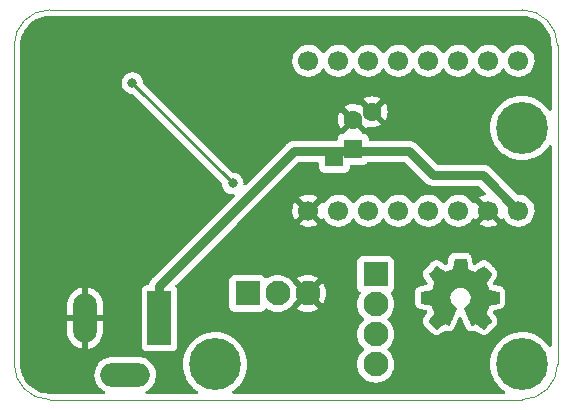
<source format=gbr>
%TF.GenerationSoftware,KiCad,Pcbnew,(6.0.9)*%
%TF.CreationDate,2023-09-21T20:23:22+02:00*%
%TF.ProjectId,EZFocus,455a466f-6375-4732-9e6b-696361645f70,rev?*%
%TF.SameCoordinates,Original*%
%TF.FileFunction,Copper,L2,Bot*%
%TF.FilePolarity,Positive*%
%FSLAX46Y46*%
G04 Gerber Fmt 4.6, Leading zero omitted, Abs format (unit mm)*
G04 Created by KiCad (PCBNEW (6.0.9)) date 2023-09-21 20:23:22*
%MOMM*%
%LPD*%
G01*
G04 APERTURE LIST*
%TA.AperFunction,Profile*%
%ADD10C,0.100000*%
%TD*%
%TA.AperFunction,EtchedComponent*%
%ADD11C,0.010000*%
%TD*%
%TA.AperFunction,ComponentPad*%
%ADD12R,2.100000X2.100000*%
%TD*%
%TA.AperFunction,ComponentPad*%
%ADD13C,2.100000*%
%TD*%
%TA.AperFunction,ComponentPad*%
%ADD14C,0.700000*%
%TD*%
%TA.AperFunction,ComponentPad*%
%ADD15C,4.400000*%
%TD*%
%TA.AperFunction,ComponentPad*%
%ADD16R,1.600000X1.600000*%
%TD*%
%TA.AperFunction,ComponentPad*%
%ADD17C,1.600000*%
%TD*%
%TA.AperFunction,ComponentPad*%
%ADD18C,1.700000*%
%TD*%
%TA.AperFunction,ComponentPad*%
%ADD19R,2.000000X4.600000*%
%TD*%
%TA.AperFunction,ComponentPad*%
%ADD20O,2.000000X4.200000*%
%TD*%
%TA.AperFunction,ComponentPad*%
%ADD21O,4.200000X2.000000*%
%TD*%
%TA.AperFunction,ViaPad*%
%ADD22C,0.800000*%
%TD*%
%TA.AperFunction,Conductor*%
%ADD23C,0.750000*%
%TD*%
%TA.AperFunction,Conductor*%
%ADD24C,0.250000*%
%TD*%
G04 APERTURE END LIST*
D10*
X118000000Y-90000000D02*
X118000000Y-63000000D01*
X75000000Y-93000000D02*
X115000000Y-93000000D01*
X75000000Y-60000000D02*
G75*
G03*
X72000000Y-63000000I0J-3000000D01*
G01*
X118000000Y-63000000D02*
G75*
G03*
X115000000Y-60000000I-3000000J0D01*
G01*
X72000000Y-90000000D02*
G75*
G03*
X75000000Y-93000000I3000000J0D01*
G01*
X115000000Y-60000000D02*
X75000000Y-60000000D01*
X72000000Y-63000000D02*
X72000000Y-90000000D01*
X115000000Y-93000000D02*
G75*
G03*
X118000000Y-90000000I0J3000000D01*
G01*
%TO.C,REF\u002A\u002A*%
G36*
X110294429Y-81518059D02*
G01*
X110378250Y-81962683D01*
X110687535Y-82090181D01*
X110996821Y-82217679D01*
X111367861Y-81965374D01*
X111471772Y-81895124D01*
X111565702Y-81832400D01*
X111645267Y-81780066D01*
X111706085Y-81740985D01*
X111743772Y-81718021D01*
X111754036Y-81713070D01*
X111772525Y-81725804D01*
X111812035Y-81761010D01*
X111868137Y-81814190D01*
X111936402Y-81880846D01*
X112012401Y-81956482D01*
X112091707Y-82036600D01*
X112169890Y-82116702D01*
X112242522Y-82192292D01*
X112305174Y-82258873D01*
X112353418Y-82311946D01*
X112382825Y-82347015D01*
X112389856Y-82358751D01*
X112379738Y-82380388D01*
X112351374Y-82427790D01*
X112307744Y-82496321D01*
X112251833Y-82581343D01*
X112186621Y-82678221D01*
X112148834Y-82733478D01*
X112079958Y-82834376D01*
X112018755Y-82925427D01*
X111968193Y-83002098D01*
X111931243Y-83059856D01*
X111910873Y-83094171D01*
X111907812Y-83101382D01*
X111914751Y-83121876D01*
X111933666Y-83169641D01*
X111961702Y-83237960D01*
X111996006Y-83320117D01*
X112033724Y-83409398D01*
X112072002Y-83499086D01*
X112107985Y-83582466D01*
X112138821Y-83652822D01*
X112161654Y-83703438D01*
X112173632Y-83727599D01*
X112174339Y-83728550D01*
X112193146Y-83733164D01*
X112243233Y-83743456D01*
X112319408Y-83758415D01*
X112416480Y-83777029D01*
X112529258Y-83798287D01*
X112595057Y-83810546D01*
X112715565Y-83833490D01*
X112824412Y-83855323D01*
X112916091Y-83874850D01*
X112985096Y-83890876D01*
X113025919Y-83902207D01*
X113034126Y-83905802D01*
X113042163Y-83930134D01*
X113048648Y-83985087D01*
X113053585Y-84064236D01*
X113056979Y-84161154D01*
X113058833Y-84269415D01*
X113059153Y-84382593D01*
X113057942Y-84494263D01*
X113055205Y-84597996D01*
X113050946Y-84687369D01*
X113045170Y-84755954D01*
X113037882Y-84797325D01*
X113033510Y-84805938D01*
X113007379Y-84816261D01*
X112952008Y-84831020D01*
X112874722Y-84848480D01*
X112782845Y-84866908D01*
X112750773Y-84872869D01*
X112596139Y-84901194D01*
X112473990Y-84924004D01*
X112380288Y-84942208D01*
X112310999Y-84956711D01*
X112262086Y-84968420D01*
X112229512Y-84978243D01*
X112209243Y-84987084D01*
X112197241Y-84995852D01*
X112195562Y-84997585D01*
X112178799Y-85025499D01*
X112153229Y-85079823D01*
X112121403Y-85153905D01*
X112085875Y-85241093D01*
X112049198Y-85334736D01*
X112013926Y-85428180D01*
X111982611Y-85514775D01*
X111957808Y-85587868D01*
X111942069Y-85640806D01*
X111937947Y-85666939D01*
X111938291Y-85667854D01*
X111952256Y-85689214D01*
X111983937Y-85736212D01*
X112030006Y-85803955D01*
X112087133Y-85887551D01*
X112151988Y-85982110D01*
X112170458Y-86008982D01*
X112236314Y-86106403D01*
X112294265Y-86195291D01*
X112341153Y-86270540D01*
X112373822Y-86327048D01*
X112389115Y-86359709D01*
X112389856Y-86363721D01*
X112377007Y-86384812D01*
X112341503Y-86426592D01*
X112287908Y-86484573D01*
X112220786Y-86554263D01*
X112144702Y-86631173D01*
X112064219Y-86710811D01*
X111983902Y-86788689D01*
X111908314Y-86860314D01*
X111842020Y-86921198D01*
X111789584Y-86966849D01*
X111755570Y-86992778D01*
X111746160Y-86997011D01*
X111724258Y-86987040D01*
X111679415Y-86960148D01*
X111618936Y-86920864D01*
X111572404Y-86889245D01*
X111488090Y-86831226D01*
X111388241Y-86762912D01*
X111288088Y-86694707D01*
X111234242Y-86658203D01*
X111051986Y-86534928D01*
X110898996Y-86617648D01*
X110829297Y-86653887D01*
X110770029Y-86682054D01*
X110729926Y-86698119D01*
X110719718Y-86700354D01*
X110707444Y-86683850D01*
X110683228Y-86637210D01*
X110648878Y-86564737D01*
X110606203Y-86470734D01*
X110557009Y-86359502D01*
X110503105Y-86235343D01*
X110446299Y-86102560D01*
X110388397Y-85965455D01*
X110331208Y-85828330D01*
X110276539Y-85695486D01*
X110226199Y-85571226D01*
X110181995Y-85459853D01*
X110145734Y-85365667D01*
X110119224Y-85292972D01*
X110104273Y-85246069D01*
X110101869Y-85229961D01*
X110120926Y-85209414D01*
X110162651Y-85176061D01*
X110218321Y-85136830D01*
X110222993Y-85133727D01*
X110366879Y-85018551D01*
X110482898Y-84884181D01*
X110570045Y-84734912D01*
X110627314Y-84575041D01*
X110653701Y-84408865D01*
X110648200Y-84240680D01*
X110609805Y-84074783D01*
X110537510Y-83915470D01*
X110516241Y-83880615D01*
X110405611Y-83739865D01*
X110274917Y-83626842D01*
X110128679Y-83542131D01*
X109971423Y-83486322D01*
X109807672Y-83460002D01*
X109641948Y-83463758D01*
X109478777Y-83498178D01*
X109322680Y-83563851D01*
X109178182Y-83661363D01*
X109133484Y-83700941D01*
X109019727Y-83824831D01*
X108936833Y-83955252D01*
X108879971Y-84101443D01*
X108848302Y-84246216D01*
X108840484Y-84408988D01*
X108866553Y-84572568D01*
X108923860Y-84731426D01*
X109009759Y-84880034D01*
X109121601Y-85012863D01*
X109256738Y-85124384D01*
X109274498Y-85136139D01*
X109330765Y-85174636D01*
X109373538Y-85207991D01*
X109393987Y-85229288D01*
X109394284Y-85229961D01*
X109389894Y-85252999D01*
X109372491Y-85305285D01*
X109343883Y-85382518D01*
X109305880Y-85480396D01*
X109260289Y-85594619D01*
X109208918Y-85720886D01*
X109153577Y-85854895D01*
X109096073Y-85992346D01*
X109038216Y-86128936D01*
X108981813Y-86260365D01*
X108928673Y-86382333D01*
X108880605Y-86490537D01*
X108839416Y-86580677D01*
X108806916Y-86648451D01*
X108784912Y-86689558D01*
X108776051Y-86700354D01*
X108748975Y-86691947D01*
X108698312Y-86669400D01*
X108632798Y-86636741D01*
X108596774Y-86617648D01*
X108443783Y-86534928D01*
X108261527Y-86658203D01*
X108168490Y-86721356D01*
X108066630Y-86790855D01*
X107971177Y-86856293D01*
X107923365Y-86889245D01*
X107856120Y-86934401D01*
X107799179Y-86970185D01*
X107759969Y-86992066D01*
X107747234Y-86996691D01*
X107728698Y-86984213D01*
X107687674Y-86949380D01*
X107628140Y-86895806D01*
X107554073Y-86827111D01*
X107469450Y-86746909D01*
X107415930Y-86695414D01*
X107322296Y-86603414D01*
X107241374Y-86521127D01*
X107176438Y-86452073D01*
X107130757Y-86399772D01*
X107107604Y-86367744D01*
X107105383Y-86361244D01*
X107115691Y-86336522D01*
X107144176Y-86286533D01*
X107187678Y-86216340D01*
X107243038Y-86131003D01*
X107307095Y-86035584D01*
X107325312Y-86008982D01*
X107391688Y-85912295D01*
X107451237Y-85825245D01*
X107500631Y-85752723D01*
X107536540Y-85699621D01*
X107555634Y-85670831D01*
X107557479Y-85667854D01*
X107554720Y-85644910D01*
X107540077Y-85594464D01*
X107516102Y-85523169D01*
X107485349Y-85437675D01*
X107450371Y-85344635D01*
X107413722Y-85250702D01*
X107377954Y-85162527D01*
X107345621Y-85086762D01*
X107319277Y-85030059D01*
X107301473Y-84999071D01*
X107300208Y-84997585D01*
X107289321Y-84988729D01*
X107270933Y-84979971D01*
X107241009Y-84970405D01*
X107195512Y-84959124D01*
X107130406Y-84945221D01*
X107041654Y-84927791D01*
X106925222Y-84905926D01*
X106777073Y-84878719D01*
X106744997Y-84872869D01*
X106649929Y-84854502D01*
X106567050Y-84836533D01*
X106503685Y-84820697D01*
X106467157Y-84808728D01*
X106462259Y-84805938D01*
X106454188Y-84781200D01*
X106447628Y-84725918D01*
X106442582Y-84646517D01*
X106439056Y-84549424D01*
X106437054Y-84441066D01*
X106436579Y-84327868D01*
X106437638Y-84216256D01*
X106440233Y-84112657D01*
X106444369Y-84023496D01*
X106450052Y-83955200D01*
X106457284Y-83914194D01*
X106461644Y-83905802D01*
X106485917Y-83897336D01*
X106541189Y-83883563D01*
X106621953Y-83865678D01*
X106722703Y-83844876D01*
X106837932Y-83822351D01*
X106900713Y-83810546D01*
X107019828Y-83788279D01*
X107126050Y-83768107D01*
X107214188Y-83751043D01*
X107279049Y-83738097D01*
X107315441Y-83730283D01*
X107321431Y-83728550D01*
X107331554Y-83709018D01*
X107352953Y-83661971D01*
X107382776Y-83594131D01*
X107418170Y-83512219D01*
X107456283Y-83422956D01*
X107494262Y-83333063D01*
X107529255Y-83249263D01*
X107558409Y-83178275D01*
X107578872Y-83126822D01*
X107587792Y-83101625D01*
X107587958Y-83100524D01*
X107577846Y-83080647D01*
X107549498Y-83034905D01*
X107505892Y-82967845D01*
X107450009Y-82884012D01*
X107384828Y-82787954D01*
X107346936Y-82732778D01*
X107277890Y-82631609D01*
X107216565Y-82539758D01*
X107165952Y-82461872D01*
X107129044Y-82402597D01*
X107108833Y-82366579D01*
X107105914Y-82358505D01*
X107118462Y-82339712D01*
X107153152Y-82299585D01*
X107205552Y-82242621D01*
X107271231Y-82173313D01*
X107345759Y-82096159D01*
X107424702Y-82015653D01*
X107503632Y-81936291D01*
X107578115Y-81862568D01*
X107643721Y-81798980D01*
X107696019Y-81750022D01*
X107730576Y-81720189D01*
X107742137Y-81713070D01*
X107760961Y-81723081D01*
X107805984Y-81751206D01*
X107872828Y-81794582D01*
X107957116Y-81850346D01*
X108054471Y-81915634D01*
X108127908Y-81965374D01*
X108498948Y-82217679D01*
X109117520Y-81962683D01*
X109201340Y-81518059D01*
X109285161Y-81073435D01*
X110210609Y-81073435D01*
X110294429Y-81518059D01*
G37*
D11*
X110294429Y-81518059D02*
X110378250Y-81962683D01*
X110687535Y-82090181D01*
X110996821Y-82217679D01*
X111367861Y-81965374D01*
X111471772Y-81895124D01*
X111565702Y-81832400D01*
X111645267Y-81780066D01*
X111706085Y-81740985D01*
X111743772Y-81718021D01*
X111754036Y-81713070D01*
X111772525Y-81725804D01*
X111812035Y-81761010D01*
X111868137Y-81814190D01*
X111936402Y-81880846D01*
X112012401Y-81956482D01*
X112091707Y-82036600D01*
X112169890Y-82116702D01*
X112242522Y-82192292D01*
X112305174Y-82258873D01*
X112353418Y-82311946D01*
X112382825Y-82347015D01*
X112389856Y-82358751D01*
X112379738Y-82380388D01*
X112351374Y-82427790D01*
X112307744Y-82496321D01*
X112251833Y-82581343D01*
X112186621Y-82678221D01*
X112148834Y-82733478D01*
X112079958Y-82834376D01*
X112018755Y-82925427D01*
X111968193Y-83002098D01*
X111931243Y-83059856D01*
X111910873Y-83094171D01*
X111907812Y-83101382D01*
X111914751Y-83121876D01*
X111933666Y-83169641D01*
X111961702Y-83237960D01*
X111996006Y-83320117D01*
X112033724Y-83409398D01*
X112072002Y-83499086D01*
X112107985Y-83582466D01*
X112138821Y-83652822D01*
X112161654Y-83703438D01*
X112173632Y-83727599D01*
X112174339Y-83728550D01*
X112193146Y-83733164D01*
X112243233Y-83743456D01*
X112319408Y-83758415D01*
X112416480Y-83777029D01*
X112529258Y-83798287D01*
X112595057Y-83810546D01*
X112715565Y-83833490D01*
X112824412Y-83855323D01*
X112916091Y-83874850D01*
X112985096Y-83890876D01*
X113025919Y-83902207D01*
X113034126Y-83905802D01*
X113042163Y-83930134D01*
X113048648Y-83985087D01*
X113053585Y-84064236D01*
X113056979Y-84161154D01*
X113058833Y-84269415D01*
X113059153Y-84382593D01*
X113057942Y-84494263D01*
X113055205Y-84597996D01*
X113050946Y-84687369D01*
X113045170Y-84755954D01*
X113037882Y-84797325D01*
X113033510Y-84805938D01*
X113007379Y-84816261D01*
X112952008Y-84831020D01*
X112874722Y-84848480D01*
X112782845Y-84866908D01*
X112750773Y-84872869D01*
X112596139Y-84901194D01*
X112473990Y-84924004D01*
X112380288Y-84942208D01*
X112310999Y-84956711D01*
X112262086Y-84968420D01*
X112229512Y-84978243D01*
X112209243Y-84987084D01*
X112197241Y-84995852D01*
X112195562Y-84997585D01*
X112178799Y-85025499D01*
X112153229Y-85079823D01*
X112121403Y-85153905D01*
X112085875Y-85241093D01*
X112049198Y-85334736D01*
X112013926Y-85428180D01*
X111982611Y-85514775D01*
X111957808Y-85587868D01*
X111942069Y-85640806D01*
X111937947Y-85666939D01*
X111938291Y-85667854D01*
X111952256Y-85689214D01*
X111983937Y-85736212D01*
X112030006Y-85803955D01*
X112087133Y-85887551D01*
X112151988Y-85982110D01*
X112170458Y-86008982D01*
X112236314Y-86106403D01*
X112294265Y-86195291D01*
X112341153Y-86270540D01*
X112373822Y-86327048D01*
X112389115Y-86359709D01*
X112389856Y-86363721D01*
X112377007Y-86384812D01*
X112341503Y-86426592D01*
X112287908Y-86484573D01*
X112220786Y-86554263D01*
X112144702Y-86631173D01*
X112064219Y-86710811D01*
X111983902Y-86788689D01*
X111908314Y-86860314D01*
X111842020Y-86921198D01*
X111789584Y-86966849D01*
X111755570Y-86992778D01*
X111746160Y-86997011D01*
X111724258Y-86987040D01*
X111679415Y-86960148D01*
X111618936Y-86920864D01*
X111572404Y-86889245D01*
X111488090Y-86831226D01*
X111388241Y-86762912D01*
X111288088Y-86694707D01*
X111234242Y-86658203D01*
X111051986Y-86534928D01*
X110898996Y-86617648D01*
X110829297Y-86653887D01*
X110770029Y-86682054D01*
X110729926Y-86698119D01*
X110719718Y-86700354D01*
X110707444Y-86683850D01*
X110683228Y-86637210D01*
X110648878Y-86564737D01*
X110606203Y-86470734D01*
X110557009Y-86359502D01*
X110503105Y-86235343D01*
X110446299Y-86102560D01*
X110388397Y-85965455D01*
X110331208Y-85828330D01*
X110276539Y-85695486D01*
X110226199Y-85571226D01*
X110181995Y-85459853D01*
X110145734Y-85365667D01*
X110119224Y-85292972D01*
X110104273Y-85246069D01*
X110101869Y-85229961D01*
X110120926Y-85209414D01*
X110162651Y-85176061D01*
X110218321Y-85136830D01*
X110222993Y-85133727D01*
X110366879Y-85018551D01*
X110482898Y-84884181D01*
X110570045Y-84734912D01*
X110627314Y-84575041D01*
X110653701Y-84408865D01*
X110648200Y-84240680D01*
X110609805Y-84074783D01*
X110537510Y-83915470D01*
X110516241Y-83880615D01*
X110405611Y-83739865D01*
X110274917Y-83626842D01*
X110128679Y-83542131D01*
X109971423Y-83486322D01*
X109807672Y-83460002D01*
X109641948Y-83463758D01*
X109478777Y-83498178D01*
X109322680Y-83563851D01*
X109178182Y-83661363D01*
X109133484Y-83700941D01*
X109019727Y-83824831D01*
X108936833Y-83955252D01*
X108879971Y-84101443D01*
X108848302Y-84246216D01*
X108840484Y-84408988D01*
X108866553Y-84572568D01*
X108923860Y-84731426D01*
X109009759Y-84880034D01*
X109121601Y-85012863D01*
X109256738Y-85124384D01*
X109274498Y-85136139D01*
X109330765Y-85174636D01*
X109373538Y-85207991D01*
X109393987Y-85229288D01*
X109394284Y-85229961D01*
X109389894Y-85252999D01*
X109372491Y-85305285D01*
X109343883Y-85382518D01*
X109305880Y-85480396D01*
X109260289Y-85594619D01*
X109208918Y-85720886D01*
X109153577Y-85854895D01*
X109096073Y-85992346D01*
X109038216Y-86128936D01*
X108981813Y-86260365D01*
X108928673Y-86382333D01*
X108880605Y-86490537D01*
X108839416Y-86580677D01*
X108806916Y-86648451D01*
X108784912Y-86689558D01*
X108776051Y-86700354D01*
X108748975Y-86691947D01*
X108698312Y-86669400D01*
X108632798Y-86636741D01*
X108596774Y-86617648D01*
X108443783Y-86534928D01*
X108261527Y-86658203D01*
X108168490Y-86721356D01*
X108066630Y-86790855D01*
X107971177Y-86856293D01*
X107923365Y-86889245D01*
X107856120Y-86934401D01*
X107799179Y-86970185D01*
X107759969Y-86992066D01*
X107747234Y-86996691D01*
X107728698Y-86984213D01*
X107687674Y-86949380D01*
X107628140Y-86895806D01*
X107554073Y-86827111D01*
X107469450Y-86746909D01*
X107415930Y-86695414D01*
X107322296Y-86603414D01*
X107241374Y-86521127D01*
X107176438Y-86452073D01*
X107130757Y-86399772D01*
X107107604Y-86367744D01*
X107105383Y-86361244D01*
X107115691Y-86336522D01*
X107144176Y-86286533D01*
X107187678Y-86216340D01*
X107243038Y-86131003D01*
X107307095Y-86035584D01*
X107325312Y-86008982D01*
X107391688Y-85912295D01*
X107451237Y-85825245D01*
X107500631Y-85752723D01*
X107536540Y-85699621D01*
X107555634Y-85670831D01*
X107557479Y-85667854D01*
X107554720Y-85644910D01*
X107540077Y-85594464D01*
X107516102Y-85523169D01*
X107485349Y-85437675D01*
X107450371Y-85344635D01*
X107413722Y-85250702D01*
X107377954Y-85162527D01*
X107345621Y-85086762D01*
X107319277Y-85030059D01*
X107301473Y-84999071D01*
X107300208Y-84997585D01*
X107289321Y-84988729D01*
X107270933Y-84979971D01*
X107241009Y-84970405D01*
X107195512Y-84959124D01*
X107130406Y-84945221D01*
X107041654Y-84927791D01*
X106925222Y-84905926D01*
X106777073Y-84878719D01*
X106744997Y-84872869D01*
X106649929Y-84854502D01*
X106567050Y-84836533D01*
X106503685Y-84820697D01*
X106467157Y-84808728D01*
X106462259Y-84805938D01*
X106454188Y-84781200D01*
X106447628Y-84725918D01*
X106442582Y-84646517D01*
X106439056Y-84549424D01*
X106437054Y-84441066D01*
X106436579Y-84327868D01*
X106437638Y-84216256D01*
X106440233Y-84112657D01*
X106444369Y-84023496D01*
X106450052Y-83955200D01*
X106457284Y-83914194D01*
X106461644Y-83905802D01*
X106485917Y-83897336D01*
X106541189Y-83883563D01*
X106621953Y-83865678D01*
X106722703Y-83844876D01*
X106837932Y-83822351D01*
X106900713Y-83810546D01*
X107019828Y-83788279D01*
X107126050Y-83768107D01*
X107214188Y-83751043D01*
X107279049Y-83738097D01*
X107315441Y-83730283D01*
X107321431Y-83728550D01*
X107331554Y-83709018D01*
X107352953Y-83661971D01*
X107382776Y-83594131D01*
X107418170Y-83512219D01*
X107456283Y-83422956D01*
X107494262Y-83333063D01*
X107529255Y-83249263D01*
X107558409Y-83178275D01*
X107578872Y-83126822D01*
X107587792Y-83101625D01*
X107587958Y-83100524D01*
X107577846Y-83080647D01*
X107549498Y-83034905D01*
X107505892Y-82967845D01*
X107450009Y-82884012D01*
X107384828Y-82787954D01*
X107346936Y-82732778D01*
X107277890Y-82631609D01*
X107216565Y-82539758D01*
X107165952Y-82461872D01*
X107129044Y-82402597D01*
X107108833Y-82366579D01*
X107105914Y-82358505D01*
X107118462Y-82339712D01*
X107153152Y-82299585D01*
X107205552Y-82242621D01*
X107271231Y-82173313D01*
X107345759Y-82096159D01*
X107424702Y-82015653D01*
X107503632Y-81936291D01*
X107578115Y-81862568D01*
X107643721Y-81798980D01*
X107696019Y-81750022D01*
X107730576Y-81720189D01*
X107742137Y-81713070D01*
X107760961Y-81723081D01*
X107805984Y-81751206D01*
X107872828Y-81794582D01*
X107957116Y-81850346D01*
X108054471Y-81915634D01*
X108127908Y-81965374D01*
X108498948Y-82217679D01*
X109117520Y-81962683D01*
X109201340Y-81518059D01*
X109285161Y-81073435D01*
X110210609Y-81073435D01*
X110294429Y-81518059D01*
%TD*%
D12*
%TO.P,J2,1,Pin_1*%
%TO.N,Net-(J2-Pad1)*%
X102600000Y-82385000D03*
D13*
%TO.P,J2,2,Pin_2*%
%TO.N,Net-(J2-Pad2)*%
X102600000Y-84925000D03*
%TO.P,J2,3,Pin_3*%
%TO.N,Net-(J2-Pad3)*%
X102600000Y-87465000D03*
%TO.P,J2,4,Pin_4*%
%TO.N,Net-(J2-Pad4)*%
X102600000Y-90005000D03*
%TD*%
D12*
%TO.P,J3,1,Pin_1*%
%TO.N,+3.3V*%
X91760000Y-84000000D03*
D13*
%TO.P,J3,2,Pin_2*%
%TO.N,TS_Data*%
X94300000Y-84000000D03*
%TO.P,J3,3,Pin_3*%
%TO.N,GND*%
X96840000Y-84000000D03*
%TD*%
D14*
%TO.P,REF\u002A\u002A,1*%
%TO.N,N/C*%
X90650000Y-90000000D03*
X87833274Y-88833274D03*
X90166726Y-91166726D03*
X87350000Y-90000000D03*
D15*
X89000000Y-90000000D03*
D14*
X89000000Y-88350000D03*
X87833274Y-91166726D03*
X89000000Y-91650000D03*
X90166726Y-88833274D03*
%TD*%
D16*
%TO.P,C1,1*%
%TO.N,VCC*%
X99100000Y-72470937D03*
X100700000Y-71800000D03*
D17*
%TO.P,C1,2*%
%TO.N,GND*%
X102300000Y-68629063D03*
X100700000Y-69300000D03*
%TD*%
D14*
%TO.P,REF\u002A\u002A,1*%
%TO.N,N/C*%
X113350000Y-70000000D03*
X116166726Y-68833274D03*
X115000000Y-71650000D03*
X115000000Y-68350000D03*
X113833274Y-71166726D03*
D15*
X115000000Y-70000000D03*
D14*
X113833274Y-68833274D03*
X116650000Y-70000000D03*
X116166726Y-71166726D03*
%TD*%
D18*
%TO.P,U2,1,VMOT*%
%TO.N,VCC*%
X114690000Y-77000000D03*
%TO.P,U2,2,GND*%
%TO.N,GND*%
X112150000Y-77000000D03*
%TO.P,U2,3,B2*%
%TO.N,Net-(J2-Pad4)*%
X109610000Y-77000000D03*
%TO.P,U2,4,B1*%
%TO.N,Net-(J2-Pad3)*%
X107070000Y-77000000D03*
%TO.P,U2,5,A1*%
%TO.N,Net-(J2-Pad2)*%
X104530000Y-77000000D03*
%TO.P,U2,6,A2*%
%TO.N,Net-(J2-Pad1)*%
X101990000Y-77000000D03*
%TO.P,U2,7,VIO*%
%TO.N,+3.3V*%
X99450000Y-77000000D03*
%TO.P,U2,8,GND*%
%TO.N,GND*%
X96910000Y-77000000D03*
%TO.P,U2,9,EN*%
%TO.N,EN*%
X114690000Y-64300000D03*
%TO.P,U2,10,MS1*%
%TO.N,MS1*%
X112150000Y-64300000D03*
%TO.P,U2,11,MS2*%
%TO.N,MS2*%
X109610000Y-64300000D03*
%TO.P,U2,12,MS3*%
%TO.N,MS3*%
X107070000Y-64300000D03*
%TO.P,U2,13,RST*%
%TO.N,RST*%
X104530000Y-64300000D03*
%TO.P,U2,14,SLP*%
%TO.N,SLP*%
X101990000Y-64300000D03*
%TO.P,U2,15,STP*%
%TO.N,STP*%
X99450000Y-64300000D03*
%TO.P,U2,16,DIR*%
%TO.N,DIR*%
X96910000Y-64300000D03*
%TD*%
D14*
%TO.P,REF\u002A\u002A,1*%
%TO.N,N/C*%
X116166726Y-88833274D03*
D15*
X115000000Y-90000000D03*
D14*
X116166726Y-91166726D03*
X113833274Y-91166726D03*
X116650000Y-90000000D03*
X113833274Y-88833274D03*
X113350000Y-90000000D03*
X115000000Y-91650000D03*
X115000000Y-88350000D03*
%TD*%
D19*
%TO.P,J1,1,Pin_1*%
%TO.N,VCC*%
X84300000Y-86100000D03*
D20*
%TO.P,J1,2,Pin_2*%
%TO.N,GND*%
X78000000Y-86100000D03*
D21*
%TO.P,J1,3*%
%TO.N,N/C*%
X81400000Y-90900000D03*
%TD*%
D22*
%TO.N,GND*%
X77600490Y-65600490D03*
%TO.N,+3.3V*%
X82000000Y-66200000D03*
X90500000Y-74700000D03*
%TD*%
D23*
%TO.N,VCC*%
X95717677Y-71982323D02*
X84300000Y-83400000D01*
X84300000Y-83400000D02*
X84300000Y-86100000D01*
X107450000Y-74000000D02*
X105432323Y-71982323D01*
X111690000Y-74000000D02*
X107450000Y-74000000D01*
X105432323Y-71982323D02*
X95717677Y-71982323D01*
X114690000Y-77000000D02*
X111690000Y-74000000D01*
D24*
%TO.N,+3.3V*%
X90500000Y-74700000D02*
X82000000Y-66200000D01*
%TD*%
%TA.AperFunction,Conductor*%
%TO.N,GND*%
G36*
X114970018Y-60510000D02*
G01*
X114984851Y-60512310D01*
X114984855Y-60512310D01*
X114993724Y-60513691D01*
X115010923Y-60511442D01*
X115034863Y-60510609D01*
X115292710Y-60526206D01*
X115307814Y-60528040D01*
X115379786Y-60541229D01*
X115588760Y-60579525D01*
X115603526Y-60583164D01*
X115876231Y-60668142D01*
X115890445Y-60673534D01*
X116108223Y-60771547D01*
X116150906Y-60790757D01*
X116164379Y-60797828D01*
X116408813Y-60945595D01*
X116421334Y-60954238D01*
X116646171Y-61130385D01*
X116657560Y-61140475D01*
X116859525Y-61342440D01*
X116869615Y-61353829D01*
X117045762Y-61578666D01*
X117054405Y-61591187D01*
X117202172Y-61835621D01*
X117209242Y-61849092D01*
X117326466Y-62109555D01*
X117331859Y-62123773D01*
X117416836Y-62396473D01*
X117420477Y-62411246D01*
X117471960Y-62692186D01*
X117473794Y-62707290D01*
X117488953Y-62957904D01*
X117487692Y-62984716D01*
X117487690Y-62984852D01*
X117486309Y-62993724D01*
X117487473Y-63002626D01*
X117487473Y-63002628D01*
X117490436Y-63025283D01*
X117491500Y-63041621D01*
X117491500Y-68433521D01*
X117471498Y-68501642D01*
X117417842Y-68548135D01*
X117347568Y-68558239D01*
X117282988Y-68528745D01*
X117257557Y-68498515D01*
X117236226Y-68463084D01*
X117233899Y-68460100D01*
X117233894Y-68460093D01*
X117037726Y-68208558D01*
X117037724Y-68208556D01*
X117035390Y-68205563D01*
X116805070Y-67974034D01*
X116548603Y-67771852D01*
X116269705Y-67601945D01*
X116266261Y-67600379D01*
X116266257Y-67600377D01*
X116137975Y-67542051D01*
X115972414Y-67466775D01*
X115661037Y-67368300D01*
X115385824Y-67316546D01*
X115343809Y-67308645D01*
X115343807Y-67308645D01*
X115340086Y-67307945D01*
X115014208Y-67286586D01*
X115010428Y-67286794D01*
X115010427Y-67286794D01*
X114912897Y-67292162D01*
X114688124Y-67304532D01*
X114684397Y-67305193D01*
X114684393Y-67305193D01*
X114527340Y-67333027D01*
X114366557Y-67361522D01*
X114362941Y-67362624D01*
X114362933Y-67362626D01*
X114057789Y-67455627D01*
X114054167Y-67456731D01*
X113755477Y-67588781D01*
X113730041Y-67603914D01*
X113478074Y-67753817D01*
X113478068Y-67753821D01*
X113474814Y-67755757D01*
X113471812Y-67758073D01*
X113266006Y-67916852D01*
X113216244Y-67955243D01*
X112983513Y-68184347D01*
X112981149Y-68187314D01*
X112981146Y-68187317D01*
X112815053Y-68395751D01*
X112779991Y-68439751D01*
X112608626Y-68717757D01*
X112471902Y-69014336D01*
X112371797Y-69325192D01*
X112371079Y-69328903D01*
X112371078Y-69328907D01*
X112310482Y-69642105D01*
X112310481Y-69642114D01*
X112309763Y-69645824D01*
X112309496Y-69649600D01*
X112309495Y-69649605D01*
X112290167Y-69922591D01*
X112286698Y-69971585D01*
X112302936Y-70297759D01*
X112303577Y-70301490D01*
X112303578Y-70301498D01*
X112346173Y-70549385D01*
X112358241Y-70619619D01*
X112451814Y-70932504D01*
X112453327Y-70935975D01*
X112453329Y-70935981D01*
X112461742Y-70955283D01*
X112582297Y-71231881D01*
X112584220Y-71235152D01*
X112584222Y-71235156D01*
X112657063Y-71359062D01*
X112747802Y-71513414D01*
X112750103Y-71516429D01*
X112943631Y-71770012D01*
X112943636Y-71770017D01*
X112945931Y-71773025D01*
X113173814Y-72006953D01*
X113246635Y-72065607D01*
X113425196Y-72209431D01*
X113425201Y-72209435D01*
X113428149Y-72211809D01*
X113705253Y-72384627D01*
X114001112Y-72522903D01*
X114311440Y-72624634D01*
X114631742Y-72688346D01*
X114635514Y-72688633D01*
X114635522Y-72688634D01*
X114953602Y-72712829D01*
X114953607Y-72712829D01*
X114957379Y-72713116D01*
X115283633Y-72698586D01*
X115343425Y-72688634D01*
X115602037Y-72645590D01*
X115602042Y-72645589D01*
X115605778Y-72644967D01*
X115919149Y-72553034D01*
X115922616Y-72551544D01*
X115922620Y-72551543D01*
X116215721Y-72425616D01*
X116215723Y-72425615D01*
X116219205Y-72424119D01*
X116501601Y-72260091D01*
X116762245Y-72063324D01*
X116997363Y-71836670D01*
X117203549Y-71583410D01*
X117258939Y-71495622D01*
X117312205Y-71448685D01*
X117382392Y-71437996D01*
X117447217Y-71466951D01*
X117486096Y-71526355D01*
X117491500Y-71562859D01*
X117491500Y-88433521D01*
X117471498Y-88501642D01*
X117417842Y-88548135D01*
X117347568Y-88558239D01*
X117282988Y-88528745D01*
X117257557Y-88498515D01*
X117236226Y-88463084D01*
X117233899Y-88460100D01*
X117233894Y-88460093D01*
X117037726Y-88208558D01*
X117037724Y-88208556D01*
X117035390Y-88205563D01*
X116805070Y-87974034D01*
X116548603Y-87771852D01*
X116269705Y-87601945D01*
X116266261Y-87600379D01*
X116266257Y-87600377D01*
X116155667Y-87550095D01*
X115972414Y-87466775D01*
X115661037Y-87368300D01*
X115377193Y-87314923D01*
X115343809Y-87308645D01*
X115343807Y-87308645D01*
X115340086Y-87307945D01*
X115014208Y-87286586D01*
X115010428Y-87286794D01*
X115010427Y-87286794D01*
X114925137Y-87291488D01*
X114688124Y-87304532D01*
X114684397Y-87305193D01*
X114684393Y-87305193D01*
X114546085Y-87329705D01*
X114366557Y-87361522D01*
X114362941Y-87362624D01*
X114362933Y-87362626D01*
X114057789Y-87455627D01*
X114054167Y-87456731D01*
X113755477Y-87588781D01*
X113730041Y-87603914D01*
X113478074Y-87753817D01*
X113478068Y-87753821D01*
X113474814Y-87755757D01*
X113471812Y-87758073D01*
X113219586Y-87952665D01*
X113216244Y-87955243D01*
X113146831Y-88023574D01*
X112997924Y-88170161D01*
X112983513Y-88184347D01*
X112981149Y-88187314D01*
X112981146Y-88187317D01*
X112831126Y-88375581D01*
X112779991Y-88439751D01*
X112608626Y-88717757D01*
X112471902Y-89014336D01*
X112470741Y-89017940D01*
X112470741Y-89017941D01*
X112462196Y-89044477D01*
X112371797Y-89325192D01*
X112371079Y-89328903D01*
X112371078Y-89328907D01*
X112310482Y-89642105D01*
X112310481Y-89642114D01*
X112309763Y-89645824D01*
X112309496Y-89649600D01*
X112309495Y-89649605D01*
X112287810Y-89955881D01*
X112286698Y-89971585D01*
X112289218Y-90022199D01*
X112302685Y-90292710D01*
X112302936Y-90297759D01*
X112303577Y-90301490D01*
X112303578Y-90301498D01*
X112355476Y-90603527D01*
X112358241Y-90619619D01*
X112359329Y-90623258D01*
X112359330Y-90623261D01*
X112449240Y-90923896D01*
X112451814Y-90932504D01*
X112453327Y-90935975D01*
X112453329Y-90935981D01*
X112520319Y-91089680D01*
X112582297Y-91231881D01*
X112584220Y-91235152D01*
X112584222Y-91235156D01*
X112626584Y-91307215D01*
X112747802Y-91513414D01*
X112750103Y-91516429D01*
X112943631Y-91770012D01*
X112943636Y-91770017D01*
X112945931Y-91773025D01*
X113007931Y-91836670D01*
X113122863Y-91954650D01*
X113173814Y-92006953D01*
X113246635Y-92065607D01*
X113425196Y-92209431D01*
X113425201Y-92209435D01*
X113428149Y-92211809D01*
X113431371Y-92213818D01*
X113431376Y-92213822D01*
X113503156Y-92258588D01*
X113550373Y-92311607D01*
X113561429Y-92381738D01*
X113532815Y-92446713D01*
X113473615Y-92485903D01*
X113436480Y-92491500D01*
X90570222Y-92491500D01*
X90502101Y-92471498D01*
X90455608Y-92417842D01*
X90445504Y-92347568D01*
X90474998Y-92282988D01*
X90499890Y-92261085D01*
X90501601Y-92260091D01*
X90504623Y-92257810D01*
X90504627Y-92257807D01*
X90759221Y-92065607D01*
X90759222Y-92065606D01*
X90762245Y-92063324D01*
X90981477Y-91851984D01*
X90994632Y-91839303D01*
X90994635Y-91839300D01*
X90997363Y-91836670D01*
X91080601Y-91734429D01*
X91201155Y-91586351D01*
X91201158Y-91586347D01*
X91203549Y-91583410D01*
X91260619Y-91492960D01*
X91375788Y-91310428D01*
X91375790Y-91310425D01*
X91377815Y-91307215D01*
X91517638Y-91012084D01*
X91544188Y-90932504D01*
X91619790Y-90705897D01*
X91619792Y-90705891D01*
X91620992Y-90702293D01*
X91686381Y-90382329D01*
X91687184Y-90372468D01*
X91712674Y-90059061D01*
X91712856Y-90056826D01*
X91713347Y-90009930D01*
X91713399Y-90005000D01*
X101036681Y-90005000D01*
X101055928Y-90249557D01*
X101057082Y-90254364D01*
X101057083Y-90254370D01*
X101084336Y-90367886D01*
X101113195Y-90488092D01*
X101207073Y-90714732D01*
X101285160Y-90842159D01*
X101306037Y-90876227D01*
X101335248Y-90923896D01*
X101338463Y-90927660D01*
X101338465Y-90927663D01*
X101417066Y-91019692D01*
X101494567Y-91110433D01*
X101498323Y-91113641D01*
X101640598Y-91235156D01*
X101681104Y-91269752D01*
X101685327Y-91272340D01*
X101685330Y-91272342D01*
X101736628Y-91303777D01*
X101890268Y-91397927D01*
X102034967Y-91457864D01*
X102112335Y-91489911D01*
X102112337Y-91489912D01*
X102116908Y-91491805D01*
X102193296Y-91510144D01*
X102350630Y-91547917D01*
X102350636Y-91547918D01*
X102355443Y-91549072D01*
X102600000Y-91568319D01*
X102844557Y-91549072D01*
X102849364Y-91547918D01*
X102849370Y-91547917D01*
X103006704Y-91510144D01*
X103083092Y-91491805D01*
X103087663Y-91489912D01*
X103087665Y-91489911D01*
X103165033Y-91457864D01*
X103309732Y-91397927D01*
X103463372Y-91303777D01*
X103514670Y-91272342D01*
X103514673Y-91272340D01*
X103518896Y-91269752D01*
X103559403Y-91235156D01*
X103701677Y-91113641D01*
X103705433Y-91110433D01*
X103782934Y-91019692D01*
X103861535Y-90927663D01*
X103861537Y-90927660D01*
X103864752Y-90923896D01*
X103893964Y-90876227D01*
X103914840Y-90842159D01*
X103992927Y-90714732D01*
X104086805Y-90488092D01*
X104115664Y-90367886D01*
X104142917Y-90254370D01*
X104142918Y-90254364D01*
X104144072Y-90249557D01*
X104163319Y-90005000D01*
X104144072Y-89760443D01*
X104086805Y-89521908D01*
X103992927Y-89295268D01*
X103864752Y-89086104D01*
X103800514Y-89010891D01*
X103708641Y-88903323D01*
X103705433Y-88899567D01*
X103624931Y-88830811D01*
X103586122Y-88771360D01*
X103585616Y-88700365D01*
X103624931Y-88639189D01*
X103701677Y-88573641D01*
X103705433Y-88570433D01*
X103715848Y-88558239D01*
X103861535Y-88387663D01*
X103861537Y-88387660D01*
X103864752Y-88383896D01*
X103869848Y-88375581D01*
X103909738Y-88310485D01*
X103992927Y-88174732D01*
X104074947Y-87976720D01*
X104084911Y-87952665D01*
X104084912Y-87952663D01*
X104086805Y-87948092D01*
X104119921Y-87810153D01*
X104142917Y-87714370D01*
X104142918Y-87714364D01*
X104144072Y-87709557D01*
X104163319Y-87465000D01*
X104144072Y-87220443D01*
X104142881Y-87215479D01*
X104100840Y-87040369D01*
X104086805Y-86981908D01*
X104081977Y-86970251D01*
X104035597Y-86858281D01*
X103992927Y-86755268D01*
X103897363Y-86599321D01*
X103867342Y-86550330D01*
X103867340Y-86550327D01*
X103864752Y-86546104D01*
X103851761Y-86530893D01*
X103708641Y-86363323D01*
X103705433Y-86359567D01*
X103694270Y-86350033D01*
X103624931Y-86290811D01*
X103586122Y-86231360D01*
X103585616Y-86160365D01*
X103624931Y-86099189D01*
X103701677Y-86033641D01*
X103705433Y-86030433D01*
X103715141Y-86019066D01*
X103861535Y-85847663D01*
X103861537Y-85847660D01*
X103864752Y-85843896D01*
X103874564Y-85827885D01*
X103923056Y-85748752D01*
X103992927Y-85634732D01*
X104086805Y-85408092D01*
X104108940Y-85315892D01*
X104142917Y-85174370D01*
X104142918Y-85174364D01*
X104144072Y-85169557D01*
X104163319Y-84925000D01*
X104144072Y-84680443D01*
X104142482Y-84673817D01*
X104093789Y-84471000D01*
X104086805Y-84441908D01*
X104074524Y-84412258D01*
X104052821Y-84359863D01*
X105922752Y-84359863D01*
X105923129Y-84362684D01*
X105923234Y-84365875D01*
X105923395Y-84404343D01*
X105923306Y-84407617D01*
X105922903Y-84410560D01*
X105923520Y-84443900D01*
X105923557Y-84445916D01*
X105923577Y-84447669D01*
X105923621Y-84458177D01*
X105923694Y-84475428D01*
X105923713Y-84480089D01*
X105924145Y-84483016D01*
X105924303Y-84486388D01*
X105924925Y-84520047D01*
X105924876Y-84524434D01*
X105924443Y-84528087D01*
X105924620Y-84532957D01*
X105925687Y-84562344D01*
X105925749Y-84564590D01*
X105926115Y-84584412D01*
X105926325Y-84595772D01*
X105926911Y-84599387D01*
X105927196Y-84603912D01*
X105927983Y-84625588D01*
X105928054Y-84631887D01*
X105928021Y-84634326D01*
X105927579Y-84639166D01*
X105928550Y-84654440D01*
X105929564Y-84670395D01*
X105929735Y-84673817D01*
X105930458Y-84693723D01*
X105930758Y-84701998D01*
X105931556Y-84706420D01*
X105931984Y-84710391D01*
X105932454Y-84715890D01*
X105932824Y-84721691D01*
X105933110Y-84726197D01*
X105933281Y-84738760D01*
X105932992Y-84746707D01*
X105933566Y-84751541D01*
X105933566Y-84751550D01*
X105935646Y-84769077D01*
X105936267Y-84775879D01*
X105936403Y-84778005D01*
X105936576Y-84782205D01*
X105935498Y-84790882D01*
X105936937Y-84799747D01*
X105945239Y-84850894D01*
X105945989Y-84856234D01*
X105948610Y-84878322D01*
X105949762Y-84882644D01*
X105949837Y-84883038D01*
X105951709Y-84891258D01*
X105952150Y-84893585D01*
X105952555Y-84902554D01*
X105955461Y-84911050D01*
X105962499Y-84931627D01*
X105965032Y-84939964D01*
X105976887Y-84984464D01*
X105981541Y-84992142D01*
X105985058Y-85000402D01*
X105984723Y-85000545D01*
X105989753Y-85011303D01*
X106000160Y-85041728D01*
X106005333Y-85049066D01*
X106013653Y-85060869D01*
X106023705Y-85077797D01*
X106026731Y-85083940D01*
X106034050Y-85098802D01*
X106049988Y-85116183D01*
X106050451Y-85116688D01*
X106056116Y-85123313D01*
X106056938Y-85124345D01*
X106061481Y-85132085D01*
X106067867Y-85138102D01*
X106071749Y-85143276D01*
X106084911Y-85161946D01*
X106091930Y-85167532D01*
X106091936Y-85167539D01*
X106103240Y-85176536D01*
X106117639Y-85189962D01*
X106121848Y-85194552D01*
X106133460Y-85207215D01*
X106141137Y-85211861D01*
X106141142Y-85211865D01*
X106143747Y-85213441D01*
X106154616Y-85221701D01*
X106154669Y-85221626D01*
X106162009Y-85226793D01*
X106168543Y-85232948D01*
X106180916Y-85239250D01*
X106211427Y-85254791D01*
X106219472Y-85259267D01*
X106259301Y-85283369D01*
X106287853Y-85290956D01*
X106301703Y-85295509D01*
X106338873Y-85310163D01*
X106338875Y-85310163D01*
X106347224Y-85313455D01*
X106356165Y-85314271D01*
X106364895Y-85316345D01*
X106364755Y-85316934D01*
X106370125Y-85318043D01*
X106370220Y-85317663D01*
X106374567Y-85318752D01*
X106378829Y-85320149D01*
X106392936Y-85322634D01*
X106401577Y-85324472D01*
X106402440Y-85324687D01*
X106403977Y-85325072D01*
X106409894Y-85326947D01*
X106409952Y-85326752D01*
X106414611Y-85328146D01*
X106419155Y-85329898D01*
X106423911Y-85330929D01*
X106423914Y-85330930D01*
X106448443Y-85336248D01*
X106452276Y-85337142D01*
X106478316Y-85343650D01*
X106482771Y-85344109D01*
X106487189Y-85344885D01*
X106487170Y-85344996D01*
X106493277Y-85345969D01*
X106502943Y-85348065D01*
X106508913Y-85349531D01*
X106513250Y-85351091D01*
X106518017Y-85352012D01*
X106518021Y-85352013D01*
X106536142Y-85355513D01*
X106545402Y-85357303D01*
X106548192Y-85357875D01*
X106572764Y-85363203D01*
X106572771Y-85363204D01*
X106577157Y-85364155D01*
X106581636Y-85364475D01*
X106582064Y-85364536D01*
X106588061Y-85365545D01*
X106609272Y-85369642D01*
X106611436Y-85370136D01*
X106613515Y-85370860D01*
X106618302Y-85371733D01*
X106618306Y-85371734D01*
X106649580Y-85377437D01*
X106650878Y-85377681D01*
X106660049Y-85379453D01*
X106683790Y-85384040D01*
X106685932Y-85384144D01*
X106688310Y-85384505D01*
X106831255Y-85410756D01*
X106831533Y-85410808D01*
X106863633Y-85416836D01*
X106863665Y-85416842D01*
X106926924Y-85449073D01*
X106957789Y-85494877D01*
X106968918Y-85523401D01*
X106975043Y-85594131D01*
X106955413Y-85640507D01*
X106924529Y-85685495D01*
X106924403Y-85685664D01*
X106924233Y-85685845D01*
X106923818Y-85686450D01*
X106923815Y-85686455D01*
X106905516Y-85713176D01*
X106904369Y-85714735D01*
X106903050Y-85716163D01*
X106884535Y-85743742D01*
X106883905Y-85744670D01*
X106881103Y-85748752D01*
X106880997Y-85748968D01*
X106880883Y-85749147D01*
X106874515Y-85758447D01*
X106862584Y-85775869D01*
X106861725Y-85777611D01*
X106860677Y-85779281D01*
X106838365Y-85812518D01*
X106836189Y-85815553D01*
X106834015Y-85817982D01*
X106831369Y-85822061D01*
X106831368Y-85822062D01*
X106814959Y-85847356D01*
X106813870Y-85849005D01*
X106796149Y-85875402D01*
X106794732Y-85878344D01*
X106792761Y-85881574D01*
X106778063Y-85904231D01*
X106775033Y-85908625D01*
X106772275Y-85911837D01*
X106769708Y-85915978D01*
X106769708Y-85915979D01*
X106754698Y-85940199D01*
X106753342Y-85942338D01*
X106736820Y-85967806D01*
X106735047Y-85971640D01*
X106732224Y-85976461D01*
X106729033Y-85981611D01*
X106727717Y-85983734D01*
X106723533Y-85989674D01*
X106723589Y-85989712D01*
X106720855Y-85993751D01*
X106717828Y-85997552D01*
X106715423Y-86001773D01*
X106715418Y-86001780D01*
X106703856Y-86022071D01*
X106701487Y-86026056D01*
X106688280Y-86047367D01*
X106686483Y-86051472D01*
X106684452Y-86055339D01*
X106681143Y-86061932D01*
X106675311Y-86072166D01*
X106675173Y-86072409D01*
X106673161Y-86075814D01*
X106668972Y-86082656D01*
X106668850Y-86082828D01*
X106668747Y-86083002D01*
X106667889Y-86084424D01*
X106664710Y-86089615D01*
X106659471Y-86096111D01*
X106656023Y-86104401D01*
X106654844Y-86107236D01*
X106653081Y-86111179D01*
X106651287Y-86114327D01*
X106640567Y-86141506D01*
X106639735Y-86143559D01*
X106602981Y-86231921D01*
X106601999Y-86240839D01*
X106601998Y-86240842D01*
X106599947Y-86259467D01*
X106596701Y-86277178D01*
X106589770Y-86304010D01*
X106590054Y-86312981D01*
X106590054Y-86312985D01*
X106590665Y-86332247D01*
X106589971Y-86350033D01*
X106587859Y-86369206D01*
X106587859Y-86369210D01*
X106586877Y-86378126D01*
X106588438Y-86386965D01*
X106591696Y-86405415D01*
X106593553Y-86423334D01*
X106594431Y-86451026D01*
X106597223Y-86459559D01*
X106597223Y-86459561D01*
X106605394Y-86484537D01*
X106606091Y-86486923D01*
X106606533Y-86489428D01*
X106608109Y-86494039D01*
X106609321Y-86498746D01*
X106609084Y-86498807D01*
X106611432Y-86507702D01*
X106614188Y-86522269D01*
X106616685Y-86535470D01*
X106620762Y-86543466D01*
X106620763Y-86543470D01*
X106627226Y-86556146D01*
X106634726Y-86574194D01*
X106640167Y-86590825D01*
X106645237Y-86598225D01*
X106645241Y-86598233D01*
X106654082Y-86611136D01*
X106662392Y-86625123D01*
X106668020Y-86636162D01*
X106668024Y-86636167D01*
X106683502Y-86666526D01*
X106689659Y-86673057D01*
X106689661Y-86673059D01*
X106700442Y-86684493D01*
X106712085Y-86699504D01*
X106712187Y-86699428D01*
X106715095Y-86703328D01*
X106717695Y-86707443D01*
X106720895Y-86711107D01*
X106720896Y-86711108D01*
X106724637Y-86715391D01*
X106731854Y-86724465D01*
X106736206Y-86730485D01*
X106739325Y-86733713D01*
X106739328Y-86733717D01*
X106750828Y-86745620D01*
X106755100Y-86750270D01*
X106764678Y-86761235D01*
X106769099Y-86766945D01*
X106769155Y-86766900D01*
X106772208Y-86770695D01*
X106774955Y-86774708D01*
X106778286Y-86778250D01*
X106778289Y-86778254D01*
X106781615Y-86781791D01*
X106793960Y-86794918D01*
X106794302Y-86795282D01*
X106797410Y-86798712D01*
X106810987Y-86814257D01*
X106810995Y-86814265D01*
X106813942Y-86817639D01*
X106817341Y-86820564D01*
X106820519Y-86823719D01*
X106825751Y-86828726D01*
X106840534Y-86844446D01*
X106844548Y-86848957D01*
X106847205Y-86852658D01*
X106870289Y-86876131D01*
X106872164Y-86878082D01*
X106892549Y-86899760D01*
X106896045Y-86902552D01*
X106896215Y-86902709D01*
X106900616Y-86906971D01*
X106919065Y-86925730D01*
X106925419Y-86932190D01*
X106928912Y-86935742D01*
X106931755Y-86938813D01*
X106933875Y-86941662D01*
X106937347Y-86945074D01*
X106937351Y-86945078D01*
X106958536Y-86965893D01*
X106960002Y-86967358D01*
X106982024Y-86989751D01*
X106984829Y-86991890D01*
X106987977Y-86994821D01*
X107028196Y-87034337D01*
X107029745Y-87035964D01*
X107031075Y-87037713D01*
X107034590Y-87041095D01*
X107057460Y-87063100D01*
X107058405Y-87064019D01*
X107071800Y-87077180D01*
X107082339Y-87087535D01*
X107082813Y-87087883D01*
X107087169Y-87092114D01*
X107087184Y-87092098D01*
X107114478Y-87117966D01*
X107115137Y-87118595D01*
X107139987Y-87142504D01*
X107141280Y-87143435D01*
X107142436Y-87144463D01*
X107172518Y-87172973D01*
X107174153Y-87174629D01*
X107175557Y-87176407D01*
X107179129Y-87179720D01*
X107202314Y-87201224D01*
X107203304Y-87202152D01*
X107220040Y-87218013D01*
X107227600Y-87225178D01*
X107229446Y-87226486D01*
X107231239Y-87228051D01*
X107250448Y-87245867D01*
X107252947Y-87248334D01*
X107254917Y-87250752D01*
X107258524Y-87253998D01*
X107258528Y-87254002D01*
X107262101Y-87257217D01*
X107281123Y-87274334D01*
X107282461Y-87275556D01*
X107305983Y-87297373D01*
X107308542Y-87299145D01*
X107311283Y-87301475D01*
X107314550Y-87304415D01*
X107318985Y-87308604D01*
X107321635Y-87311232D01*
X107324823Y-87314923D01*
X107328540Y-87318079D01*
X107328541Y-87318080D01*
X107348294Y-87334852D01*
X107351025Y-87337239D01*
X107364714Y-87349557D01*
X107371590Y-87355745D01*
X107375303Y-87358234D01*
X107378844Y-87360992D01*
X107378741Y-87361124D01*
X107383262Y-87364543D01*
X107385107Y-87366109D01*
X107385129Y-87366128D01*
X107389189Y-87369728D01*
X107400239Y-87379959D01*
X107408761Y-87387850D01*
X107412800Y-87390569D01*
X107413918Y-87391454D01*
X107417339Y-87394046D01*
X107417407Y-87393953D01*
X107421027Y-87396608D01*
X107424442Y-87399508D01*
X107433711Y-87405341D01*
X107441635Y-87410328D01*
X107451735Y-87417396D01*
X107490669Y-87447587D01*
X107536742Y-87465727D01*
X107545371Y-87469505D01*
X107589960Y-87491057D01*
X107598813Y-87492538D01*
X107605722Y-87494736D01*
X107612116Y-87496509D01*
X107619184Y-87498185D01*
X107627533Y-87501472D01*
X107676815Y-87505949D01*
X107686200Y-87507158D01*
X107735035Y-87515328D01*
X107743949Y-87514265D01*
X107751194Y-87514435D01*
X107757817Y-87514342D01*
X107765078Y-87513967D01*
X107774019Y-87514779D01*
X107782823Y-87513050D01*
X107782825Y-87513050D01*
X107804252Y-87508842D01*
X107822597Y-87505240D01*
X107831945Y-87503767D01*
X107872171Y-87498969D01*
X107872173Y-87498969D01*
X107881089Y-87497905D01*
X107889559Y-87494292D01*
X107932846Y-87475826D01*
X107938512Y-87473569D01*
X107942742Y-87472003D01*
X107942976Y-87471918D01*
X107969911Y-87462136D01*
X107971068Y-87461518D01*
X107975271Y-87459962D01*
X107986433Y-87453733D01*
X107998389Y-87447868D01*
X108008126Y-87443714D01*
X108008129Y-87443712D01*
X108016383Y-87440191D01*
X108023317Y-87434495D01*
X108028320Y-87431459D01*
X108034368Y-87428039D01*
X108038541Y-87426242D01*
X108042897Y-87423504D01*
X108050571Y-87419050D01*
X108066799Y-87410382D01*
X108069648Y-87407591D01*
X108073151Y-87405341D01*
X108077686Y-87402811D01*
X108077698Y-87402803D01*
X108081605Y-87400623D01*
X108087287Y-87396292D01*
X108101689Y-87386801D01*
X108104766Y-87385063D01*
X108109181Y-87383001D01*
X108134381Y-87366079D01*
X108137502Y-87364051D01*
X108154718Y-87353232D01*
X108156779Y-87351937D01*
X108156780Y-87351936D01*
X108160566Y-87349557D01*
X108163977Y-87346665D01*
X108167603Y-87344009D01*
X108167684Y-87344119D01*
X108172432Y-87340528D01*
X108177307Y-87337254D01*
X108179546Y-87335854D01*
X108181831Y-87334753D01*
X108211549Y-87314272D01*
X108212801Y-87313420D01*
X108236516Y-87297495D01*
X108236522Y-87297491D01*
X108240241Y-87294993D01*
X108242121Y-87293299D01*
X108244303Y-87291698D01*
X108262165Y-87279387D01*
X108356252Y-87214885D01*
X108418071Y-87172706D01*
X108485615Y-87150836D01*
X108544515Y-87163636D01*
X108558506Y-87170490D01*
X108563166Y-87171937D01*
X108563684Y-87172143D01*
X108567445Y-87173408D01*
X108569775Y-87174252D01*
X108573874Y-87176076D01*
X108590244Y-87180721D01*
X108605924Y-87186316D01*
X108639351Y-87200800D01*
X108648255Y-87201914D01*
X108648257Y-87201914D01*
X108674430Y-87205187D01*
X108678077Y-87205643D01*
X108679547Y-87206060D01*
X108681301Y-87206046D01*
X108697727Y-87208100D01*
X108701421Y-87208562D01*
X108705713Y-87209174D01*
X108758452Y-87217621D01*
X108767455Y-87219063D01*
X108776055Y-87217977D01*
X108776700Y-87217976D01*
X108785304Y-87219052D01*
X108826496Y-87212401D01*
X108847047Y-87209083D01*
X108851336Y-87208466D01*
X108866661Y-87206530D01*
X108913386Y-87200626D01*
X108921345Y-87197165D01*
X108921951Y-87196987D01*
X108930513Y-87195605D01*
X108940426Y-87190883D01*
X108969250Y-87177152D01*
X108986976Y-87168708D01*
X108990861Y-87166938D01*
X109048275Y-87141973D01*
X109054943Y-87136416D01*
X109055471Y-87136078D01*
X109063305Y-87132347D01*
X109070001Y-87126366D01*
X109070004Y-87126364D01*
X109109954Y-87090680D01*
X109113234Y-87087850D01*
X109139042Y-87066346D01*
X109143334Y-87062963D01*
X109143525Y-87062773D01*
X109144324Y-87062178D01*
X109144342Y-87062168D01*
X109144420Y-87062107D01*
X109150723Y-87057411D01*
X109150810Y-87057527D01*
X109152581Y-87055564D01*
X109152336Y-87055270D01*
X109154387Y-87053561D01*
X109161281Y-87047817D01*
X109172156Y-87031634D01*
X109185469Y-87011821D01*
X109192656Y-87002157D01*
X109205227Y-86986841D01*
X109207547Y-86983014D01*
X109208209Y-86982080D01*
X109214428Y-86972899D01*
X109218756Y-86967158D01*
X109228606Y-86948758D01*
X109235107Y-86937951D01*
X109238310Y-86933184D01*
X109238978Y-86932190D01*
X109243319Y-86925730D01*
X109244251Y-86926356D01*
X109246792Y-86923545D01*
X109244460Y-86922131D01*
X109256235Y-86902709D01*
X109262175Y-86892912D01*
X109264489Y-86884234D01*
X109267545Y-86877061D01*
X109272374Y-86866991D01*
X109274923Y-86862229D01*
X109274924Y-86862226D01*
X109277036Y-86858281D01*
X109278881Y-86853215D01*
X109283661Y-86841855D01*
X109285621Y-86837768D01*
X109287742Y-86833658D01*
X109289842Y-86830474D01*
X109291864Y-86826050D01*
X109291869Y-86826040D01*
X109304006Y-86799478D01*
X109304995Y-86797364D01*
X109305184Y-86796971D01*
X109318374Y-86769465D01*
X109319515Y-86765838D01*
X109321387Y-86761441D01*
X109331431Y-86739459D01*
X109332444Y-86737424D01*
X109333645Y-86735561D01*
X109335900Y-86730485D01*
X109348524Y-86702068D01*
X109349070Y-86700855D01*
X109353503Y-86691154D01*
X109362978Y-86670419D01*
X109363604Y-86668293D01*
X109364472Y-86666169D01*
X109382013Y-86626682D01*
X109382643Y-86625389D01*
X109383456Y-86624107D01*
X109385063Y-86620418D01*
X109385071Y-86620402D01*
X109398527Y-86589515D01*
X109398841Y-86588800D01*
X109412920Y-86557109D01*
X109413333Y-86555649D01*
X109413873Y-86554292D01*
X109417441Y-86546104D01*
X109436833Y-86501595D01*
X109437300Y-86500620D01*
X109437920Y-86499631D01*
X109452977Y-86464547D01*
X109453237Y-86463945D01*
X109455147Y-86459561D01*
X109467299Y-86431669D01*
X109467610Y-86430539D01*
X109468007Y-86429524D01*
X109478092Y-86406025D01*
X109494531Y-86367720D01*
X109494915Y-86366906D01*
X109495446Y-86366050D01*
X109510619Y-86330230D01*
X109511757Y-86327579D01*
X109523559Y-86300079D01*
X109523562Y-86300071D01*
X109524638Y-86297564D01*
X109524897Y-86296603D01*
X109525231Y-86295735D01*
X109553501Y-86228996D01*
X109553860Y-86228228D01*
X109554350Y-86227429D01*
X109555939Y-86223633D01*
X109569182Y-86191977D01*
X109569398Y-86191464D01*
X109582265Y-86161088D01*
X109582273Y-86161066D01*
X109583284Y-86158680D01*
X109583524Y-86157770D01*
X109583831Y-86156962D01*
X109612050Y-86089510D01*
X109612422Y-86088704D01*
X109612931Y-86087867D01*
X109627661Y-86052197D01*
X109627881Y-86051668D01*
X109629639Y-86047468D01*
X109631652Y-86042656D01*
X109676395Y-85987535D01*
X109743838Y-85965353D01*
X109812566Y-85983155D01*
X109860760Y-86035288D01*
X109864407Y-86043337D01*
X109869322Y-86055281D01*
X109869329Y-86055295D01*
X109870377Y-86057843D01*
X109870884Y-86058703D01*
X109871271Y-86059551D01*
X109899251Y-86126639D01*
X109899559Y-86127461D01*
X109899790Y-86128383D01*
X109900820Y-86130822D01*
X109900823Y-86130830D01*
X109914839Y-86164020D01*
X109915055Y-86164535D01*
X109927643Y-86194716D01*
X109927649Y-86194729D01*
X109928655Y-86197141D01*
X109929141Y-86197957D01*
X109929501Y-86198735D01*
X109957892Y-86265962D01*
X109958210Y-86266798D01*
X109958455Y-86267759D01*
X109959533Y-86270279D01*
X109959535Y-86270284D01*
X109966557Y-86286697D01*
X109973710Y-86303416D01*
X109987597Y-86336300D01*
X109988108Y-86337148D01*
X109988493Y-86337972D01*
X110015486Y-86401068D01*
X110015865Y-86402050D01*
X110016152Y-86403149D01*
X110017395Y-86406011D01*
X110017400Y-86406025D01*
X110031391Y-86438250D01*
X110031660Y-86438873D01*
X110036859Y-86451026D01*
X110045496Y-86471215D01*
X110046091Y-86472193D01*
X110046532Y-86473123D01*
X110070343Y-86527969D01*
X110070833Y-86529217D01*
X110071209Y-86530618D01*
X110072768Y-86534143D01*
X110072770Y-86534148D01*
X110086531Y-86565262D01*
X110086846Y-86565980D01*
X110100668Y-86597817D01*
X110101424Y-86599044D01*
X110102016Y-86600275D01*
X110120777Y-86642697D01*
X110121545Y-86644604D01*
X110122095Y-86646579D01*
X110131722Y-86667785D01*
X110137334Y-86680147D01*
X110137831Y-86681257D01*
X110151494Y-86712150D01*
X110152580Y-86713888D01*
X110153509Y-86715778D01*
X110165235Y-86741607D01*
X110166760Y-86745257D01*
X110167728Y-86748523D01*
X110169811Y-86752917D01*
X110169813Y-86752923D01*
X110182602Y-86779903D01*
X110183455Y-86781739D01*
X110196545Y-86810575D01*
X110198374Y-86813439D01*
X110200214Y-86817061D01*
X110202860Y-86822644D01*
X110205533Y-86829267D01*
X110205607Y-86829236D01*
X110207513Y-86833722D01*
X110209063Y-86838332D01*
X110211305Y-86842650D01*
X110211306Y-86842652D01*
X110218012Y-86855567D01*
X110218560Y-86856824D01*
X110218839Y-86858201D01*
X110224456Y-86868859D01*
X110226281Y-86872322D01*
X110228666Y-86877090D01*
X110235001Y-86890456D01*
X110237468Y-86894182D01*
X110239676Y-86898096D01*
X110239614Y-86898131D01*
X110242027Y-86902205D01*
X110255356Y-86927496D01*
X110255630Y-86928020D01*
X110268700Y-86953193D01*
X110269450Y-86954241D01*
X110271531Y-86958190D01*
X110277901Y-86966756D01*
X110279687Y-86969157D01*
X110289523Y-86984614D01*
X110298168Y-87000670D01*
X110298171Y-87000673D01*
X110302423Y-87008571D01*
X110308721Y-87014957D01*
X110308722Y-87014959D01*
X110316990Y-87023343D01*
X110323970Y-87031634D01*
X110327403Y-87035222D01*
X110332626Y-87042520D01*
X110339687Y-87048059D01*
X110340710Y-87048861D01*
X110352357Y-87059223D01*
X110354619Y-87061502D01*
X110405702Y-87113303D01*
X110406454Y-87113722D01*
X110407061Y-87114333D01*
X110414681Y-87118542D01*
X110414683Y-87118543D01*
X110470543Y-87149394D01*
X110470905Y-87149595D01*
X110526536Y-87180559D01*
X110526540Y-87180560D01*
X110534225Y-87184838D01*
X110535063Y-87185028D01*
X110535819Y-87185446D01*
X110544409Y-87187368D01*
X110606547Y-87201271D01*
X110606951Y-87201362D01*
X110621546Y-87204678D01*
X110626770Y-87206540D01*
X110630408Y-87206751D01*
X110630727Y-87206919D01*
X110630761Y-87206771D01*
X110669085Y-87215479D01*
X110669086Y-87215479D01*
X110677659Y-87217427D01*
X110678521Y-87217374D01*
X110679360Y-87217562D01*
X110736761Y-87213862D01*
X110752156Y-87213813D01*
X110764651Y-87214538D01*
X110764656Y-87214538D01*
X110773613Y-87215057D01*
X110782356Y-87213041D01*
X110782361Y-87213041D01*
X110785137Y-87212401D01*
X110805339Y-87209441D01*
X110826145Y-87208100D01*
X110855429Y-87197448D01*
X110868944Y-87193531D01*
X110871390Y-87192810D01*
X110875769Y-87191851D01*
X110877750Y-87191111D01*
X110878617Y-87190883D01*
X110879003Y-87190762D01*
X110883748Y-87189668D01*
X110888264Y-87187859D01*
X110888270Y-87187857D01*
X110912348Y-87178211D01*
X110915061Y-87177160D01*
X110928480Y-87172143D01*
X110943352Y-87166583D01*
X110948177Y-87164965D01*
X110949647Y-87164401D01*
X110954317Y-87163012D01*
X110958710Y-87160924D01*
X110962210Y-87159582D01*
X111032976Y-87153859D01*
X111078261Y-87173079D01*
X111098838Y-87187092D01*
X111099064Y-87187246D01*
X111197392Y-87254520D01*
X111197672Y-87254712D01*
X111248875Y-87289947D01*
X111249803Y-87290636D01*
X111250716Y-87291488D01*
X111282211Y-87312889D01*
X111282767Y-87313269D01*
X111297154Y-87323169D01*
X111300495Y-87325468D01*
X111302886Y-87327204D01*
X111305678Y-87329705D01*
X111309758Y-87332355D01*
X111309767Y-87332362D01*
X111333609Y-87347848D01*
X111335790Y-87349296D01*
X111360827Y-87366309D01*
X111363627Y-87367678D01*
X111373111Y-87374310D01*
X111373312Y-87374027D01*
X111377275Y-87376840D01*
X111381018Y-87379959D01*
X111394176Y-87387850D01*
X111405495Y-87394638D01*
X111409324Y-87397029D01*
X111426863Y-87408421D01*
X111426867Y-87408423D01*
X111430620Y-87410861D01*
X111434683Y-87412743D01*
X111438609Y-87414913D01*
X111438600Y-87414929D01*
X111444849Y-87418238D01*
X111447970Y-87420109D01*
X111452348Y-87422859D01*
X111475091Y-87437815D01*
X111479534Y-87439837D01*
X111481960Y-87441177D01*
X111483867Y-87442179D01*
X111483933Y-87442048D01*
X111487930Y-87444074D01*
X111491783Y-87446384D01*
X111495501Y-87447947D01*
X111507650Y-87455019D01*
X111523802Y-87465722D01*
X111532376Y-87468381D01*
X111532378Y-87468382D01*
X111560526Y-87477111D01*
X111564036Y-87478307D01*
X111566953Y-87479635D01*
X111571245Y-87480892D01*
X111571260Y-87480898D01*
X111573083Y-87481432D01*
X111583589Y-87485165D01*
X111584769Y-87485474D01*
X111593044Y-87488952D01*
X111601598Y-87489927D01*
X111604811Y-87490845D01*
X111664291Y-87509290D01*
X111668410Y-87509357D01*
X111672367Y-87510516D01*
X111700351Y-87510530D01*
X111740899Y-87510550D01*
X111742880Y-87510567D01*
X111802714Y-87511538D01*
X111802718Y-87511538D01*
X111811361Y-87511678D01*
X111815337Y-87510585D01*
X111819458Y-87510587D01*
X111827742Y-87508169D01*
X111827756Y-87508166D01*
X111885274Y-87491376D01*
X111887126Y-87490851D01*
X111902221Y-87486701D01*
X111909052Y-87485026D01*
X111935709Y-87479279D01*
X111943600Y-87475000D01*
X111947728Y-87473472D01*
X111950748Y-87472473D01*
X111952036Y-87471888D01*
X111960655Y-87469372D01*
X111983518Y-87454766D01*
X111991976Y-87450202D01*
X111991821Y-87449915D01*
X111995770Y-87447789D01*
X111999854Y-87445952D01*
X112003636Y-87443554D01*
X112003641Y-87443552D01*
X112012118Y-87438179D01*
X112019511Y-87433838D01*
X112030793Y-87427720D01*
X112035066Y-87425403D01*
X112043415Y-87419039D01*
X112044535Y-87418185D01*
X112053463Y-87411970D01*
X112092629Y-87387143D01*
X112098658Y-87380288D01*
X112099363Y-87379487D01*
X112117584Y-87362499D01*
X112118535Y-87361774D01*
X112130211Y-87352873D01*
X112133350Y-87349682D01*
X112133356Y-87349677D01*
X112138708Y-87344236D01*
X112145801Y-87337563D01*
X112149414Y-87334418D01*
X112154321Y-87330360D01*
X112155854Y-87329156D01*
X112159899Y-87326457D01*
X112183128Y-87305124D01*
X112185589Y-87302924D01*
X112203627Y-87287219D01*
X112207004Y-87284279D01*
X112209927Y-87280894D01*
X112212402Y-87278409D01*
X112216447Y-87274524D01*
X112227023Y-87264811D01*
X112229813Y-87262402D01*
X112232476Y-87260565D01*
X112257934Y-87236442D01*
X112259317Y-87235152D01*
X112277979Y-87218013D01*
X112279509Y-87216608D01*
X112279511Y-87216606D01*
X112282808Y-87213578D01*
X112284851Y-87211081D01*
X112287514Y-87208413D01*
X112291368Y-87204761D01*
X112308809Y-87188234D01*
X112310676Y-87186579D01*
X112312644Y-87185187D01*
X112316134Y-87181803D01*
X112316140Y-87181798D01*
X112338730Y-87159893D01*
X112339777Y-87158890D01*
X112349657Y-87149528D01*
X112363861Y-87136069D01*
X112365357Y-87134181D01*
X112367139Y-87132347D01*
X112393633Y-87106658D01*
X112395237Y-87105204D01*
X112396965Y-87103955D01*
X112400419Y-87100537D01*
X112400430Y-87100528D01*
X112423123Y-87078073D01*
X112424034Y-87077180D01*
X112439579Y-87062107D01*
X112448147Y-87053799D01*
X112449444Y-87052122D01*
X112450960Y-87050528D01*
X112478141Y-87023633D01*
X112479824Y-87022075D01*
X112481626Y-87020743D01*
X112507381Y-86994708D01*
X112508325Y-86993764D01*
X112528898Y-86973408D01*
X112528902Y-86973404D01*
X112532088Y-86970251D01*
X112533441Y-86968465D01*
X112535033Y-86966756D01*
X112538879Y-86962869D01*
X112556479Y-86945078D01*
X112558482Y-86943053D01*
X112560668Y-86940980D01*
X112562888Y-86939293D01*
X112587688Y-86913544D01*
X112588695Y-86912512D01*
X112611770Y-86889186D01*
X112613429Y-86886947D01*
X112615510Y-86884657D01*
X112630727Y-86868859D01*
X112634543Y-86865116D01*
X112637839Y-86862503D01*
X112643736Y-86856124D01*
X112646939Y-86852658D01*
X112660590Y-86837890D01*
X112662263Y-86836116D01*
X112683334Y-86814239D01*
X112685783Y-86810840D01*
X112689435Y-86806684D01*
X112689613Y-86806492D01*
X112693848Y-86801910D01*
X112701083Y-86794918D01*
X112703212Y-86792772D01*
X112706899Y-86789591D01*
X112710050Y-86785883D01*
X112710056Y-86785877D01*
X112720715Y-86773334D01*
X112721202Y-86772835D01*
X112721774Y-86772457D01*
X112727448Y-86765743D01*
X112731142Y-86761564D01*
X112743610Y-86748075D01*
X112746155Y-86744386D01*
X112747556Y-86742636D01*
X112753061Y-86735434D01*
X112756017Y-86731937D01*
X112778287Y-86705584D01*
X112779413Y-86704259D01*
X112782920Y-86700604D01*
X112785655Y-86697242D01*
X112792250Y-86691154D01*
X112803026Y-86673210D01*
X112817691Y-86648790D01*
X112819098Y-86646502D01*
X112845942Y-86603887D01*
X112850725Y-86596294D01*
X112851848Y-86592352D01*
X112853594Y-86589002D01*
X112863355Y-86572747D01*
X112867975Y-86565054D01*
X112870251Y-86556371D01*
X112870252Y-86556368D01*
X112874552Y-86539963D01*
X112880624Y-86522269D01*
X112890841Y-86498433D01*
X112894449Y-86468622D01*
X112897650Y-86451825D01*
X112900250Y-86441906D01*
X112901206Y-86438463D01*
X112902579Y-86433786D01*
X112902583Y-86433772D01*
X112902719Y-86433812D01*
X112902804Y-86433075D01*
X112902580Y-86433016D01*
X112902989Y-86431454D01*
X112905265Y-86422770D01*
X112904534Y-86396840D01*
X112905397Y-86378154D01*
X112908513Y-86352407D01*
X112906124Y-86337972D01*
X112904403Y-86327579D01*
X112902711Y-86306870D01*
X112902723Y-86295675D01*
X112902723Y-86295672D01*
X112902732Y-86286697D01*
X112897413Y-86268438D01*
X112893032Y-86253397D01*
X112889697Y-86238740D01*
X112885958Y-86216153D01*
X112885957Y-86216151D01*
X112884491Y-86207293D01*
X112873987Y-86185467D01*
X112871662Y-86180038D01*
X112871122Y-86178183D01*
X112869058Y-86173776D01*
X112867705Y-86170188D01*
X112864355Y-86161834D01*
X112855182Y-86134597D01*
X112855179Y-86134591D01*
X112852316Y-86126091D01*
X112845201Y-86115897D01*
X112838587Y-86104557D01*
X112838397Y-86104667D01*
X112832187Y-86093926D01*
X112827156Y-86084287D01*
X112823233Y-86075908D01*
X112812752Y-86059916D01*
X112809061Y-86053924D01*
X112805328Y-86047468D01*
X112802420Y-86041648D01*
X112802278Y-86041722D01*
X112800036Y-86037415D01*
X112798124Y-86032928D01*
X112788765Y-86017908D01*
X112782564Y-86007955D01*
X112780423Y-86004389D01*
X112769501Y-85985497D01*
X112769498Y-85985493D01*
X112767254Y-85981611D01*
X112764480Y-85978083D01*
X112761971Y-85974379D01*
X112762034Y-85974337D01*
X112758292Y-85969002D01*
X112750688Y-85956799D01*
X112747993Y-85952188D01*
X112746266Y-85948355D01*
X112740949Y-85940199D01*
X112728012Y-85920355D01*
X112726624Y-85918179D01*
X112721572Y-85910072D01*
X112710585Y-85892439D01*
X112707891Y-85889237D01*
X112704744Y-85884667D01*
X112687703Y-85858529D01*
X112685605Y-85855087D01*
X112684133Y-85851961D01*
X112664684Y-85823189D01*
X112663525Y-85821444D01*
X112648779Y-85798826D01*
X112648778Y-85798825D01*
X112646334Y-85795076D01*
X112644070Y-85792495D01*
X112641666Y-85789140D01*
X112632695Y-85775869D01*
X112617829Y-85753877D01*
X112617003Y-85752559D01*
X112616293Y-85751081D01*
X112613851Y-85747529D01*
X112613846Y-85747520D01*
X112595064Y-85720193D01*
X112594516Y-85719390D01*
X112577585Y-85694345D01*
X112575228Y-85690858D01*
X112574164Y-85689685D01*
X112573147Y-85688300D01*
X112540334Y-85640460D01*
X112518298Y-85572970D01*
X112526363Y-85524684D01*
X112528218Y-85519771D01*
X112528773Y-85518330D01*
X112538009Y-85494747D01*
X112581475Y-85438611D01*
X112632202Y-85416836D01*
X112689340Y-85406166D01*
X112689768Y-85406087D01*
X112804250Y-85385117D01*
X112804722Y-85385049D01*
X112805281Y-85385032D01*
X112815207Y-85383187D01*
X112838430Y-85378871D01*
X112841663Y-85378375D01*
X112844610Y-85378247D01*
X112849379Y-85377291D01*
X112849383Y-85377290D01*
X112873689Y-85372415D01*
X112875755Y-85372019D01*
X112879560Y-85371322D01*
X112880079Y-85371148D01*
X112880548Y-85371044D01*
X112908515Y-85365846D01*
X112908528Y-85365843D01*
X112912927Y-85365025D01*
X112915713Y-85364083D01*
X112918964Y-85363334D01*
X112937240Y-85359668D01*
X112943822Y-85358528D01*
X112944002Y-85358502D01*
X112948862Y-85358172D01*
X112953605Y-85357100D01*
X112953615Y-85357099D01*
X112980364Y-85351056D01*
X112983347Y-85350420D01*
X113007462Y-85345583D01*
X113007463Y-85345583D01*
X113011854Y-85344702D01*
X113016076Y-85343207D01*
X113017629Y-85342779D01*
X113023341Y-85341346D01*
X113026744Y-85340577D01*
X113028547Y-85340169D01*
X113035987Y-85338938D01*
X113035980Y-85338901D01*
X113040768Y-85338013D01*
X113045613Y-85337498D01*
X113072417Y-85330354D01*
X113077082Y-85329205D01*
X113096756Y-85324761D01*
X113096766Y-85324758D01*
X113101126Y-85323773D01*
X113105315Y-85322175D01*
X113108066Y-85321344D01*
X113116778Y-85318530D01*
X113126678Y-85315891D01*
X113131396Y-85314731D01*
X113147756Y-85311042D01*
X113154506Y-85310411D01*
X113164422Y-85306478D01*
X113169865Y-85304462D01*
X113170925Y-85304097D01*
X113175258Y-85302942D01*
X113179375Y-85301188D01*
X113179384Y-85301185D01*
X113199860Y-85292462D01*
X113202728Y-85291282D01*
X113248954Y-85272945D01*
X113256469Y-85269976D01*
X113257298Y-85272074D01*
X113257383Y-85272060D01*
X113256540Y-85269935D01*
X113269606Y-85264752D01*
X113291231Y-85256174D01*
X113298307Y-85250658D01*
X113298309Y-85250657D01*
X113312942Y-85239250D01*
X113327965Y-85229185D01*
X113341082Y-85221701D01*
X113351877Y-85215542D01*
X113371634Y-85195079D01*
X113384809Y-85183228D01*
X113400159Y-85171262D01*
X113407239Y-85165743D01*
X113423327Y-85143406D01*
X113434922Y-85129528D01*
X113447807Y-85116183D01*
X113447813Y-85116175D01*
X113454043Y-85109722D01*
X113470436Y-85078490D01*
X113471740Y-85076186D01*
X113473292Y-85074031D01*
X113475498Y-85069685D01*
X113478025Y-85065535D01*
X113478094Y-85065577D01*
X113484134Y-85055536D01*
X113500156Y-85032773D01*
X113507480Y-85011311D01*
X113507645Y-85010826D01*
X113515327Y-84992961D01*
X113518232Y-84987427D01*
X113522402Y-84979482D01*
X113526641Y-84958447D01*
X113530907Y-84942654D01*
X113536656Y-84925805D01*
X113536707Y-84925518D01*
X113536778Y-84925278D01*
X113547788Y-84892868D01*
X113548848Y-84868206D01*
X113551648Y-84848449D01*
X113551571Y-84848436D01*
X113552180Y-84844696D01*
X113552299Y-84843853D01*
X113553502Y-84838905D01*
X113553910Y-84834066D01*
X113553912Y-84834051D01*
X113554434Y-84827850D01*
X113555899Y-84816570D01*
X113556502Y-84813144D01*
X113556502Y-84813142D01*
X113557279Y-84808732D01*
X113557462Y-84803057D01*
X113557937Y-84788260D01*
X113558317Y-84781732D01*
X113559249Y-84770675D01*
X113559435Y-84768456D01*
X113560456Y-84761371D01*
X113560377Y-84761361D01*
X113560982Y-84756540D01*
X113561960Y-84751765D01*
X113563310Y-84723449D01*
X113563610Y-84718883D01*
X113565353Y-84698191D01*
X113565353Y-84698188D01*
X113565729Y-84693723D01*
X113565468Y-84689242D01*
X113565525Y-84684771D01*
X113565533Y-84684771D01*
X113565495Y-84677595D01*
X113566267Y-84661383D01*
X113566690Y-84655799D01*
X113567471Y-84651525D01*
X113567605Y-84646470D01*
X113568347Y-84618341D01*
X113568446Y-84615670D01*
X113569665Y-84590088D01*
X113569665Y-84590084D01*
X113569878Y-84585612D01*
X113569470Y-84581306D01*
X113569478Y-84575470D01*
X113569510Y-84574286D01*
X113570238Y-84546672D01*
X113570448Y-84543004D01*
X113570978Y-84539828D01*
X113571152Y-84523825D01*
X113571359Y-84504761D01*
X113571396Y-84502809D01*
X113572118Y-84475428D01*
X113572118Y-84475427D01*
X113572236Y-84470951D01*
X113571865Y-84467760D01*
X113571801Y-84464008D01*
X113572201Y-84427048D01*
X113572333Y-84423960D01*
X113572764Y-84421140D01*
X113572663Y-84385509D01*
X113572670Y-84383878D01*
X113572975Y-84355767D01*
X113572975Y-84355760D01*
X113573023Y-84351294D01*
X113572651Y-84348477D01*
X113572550Y-84345278D01*
X113572441Y-84306869D01*
X113572536Y-84303565D01*
X113572943Y-84300616D01*
X113572844Y-84294793D01*
X113572335Y-84265127D01*
X113572318Y-84263325D01*
X113572240Y-84235577D01*
X113572240Y-84235573D01*
X113572227Y-84231094D01*
X113571797Y-84228154D01*
X113571644Y-84224797D01*
X113571069Y-84191220D01*
X113571124Y-84186820D01*
X113571564Y-84183157D01*
X113571379Y-84177848D01*
X113570365Y-84148913D01*
X113570306Y-84146663D01*
X113569849Y-84119968D01*
X113569849Y-84119962D01*
X113569772Y-84115498D01*
X113569190Y-84111877D01*
X113568909Y-84107325D01*
X113568157Y-84085855D01*
X113568094Y-84079565D01*
X113568132Y-84077032D01*
X113568579Y-84072190D01*
X113567190Y-84049921D01*
X113566632Y-84040966D01*
X113566465Y-84037536D01*
X113565637Y-84013899D01*
X113565637Y-84013898D01*
X113565480Y-84009418D01*
X113564690Y-84005006D01*
X113564256Y-84000932D01*
X113563793Y-83995441D01*
X113563156Y-83985239D01*
X113562997Y-83972737D01*
X113563297Y-83964630D01*
X113562727Y-83959803D01*
X113562727Y-83959792D01*
X113560678Y-83942427D01*
X113560057Y-83935552D01*
X113560003Y-83934691D01*
X113559787Y-83929612D01*
X113559739Y-83927473D01*
X113560814Y-83918558D01*
X113559343Y-83909701D01*
X113559343Y-83909696D01*
X113551091Y-83860009D01*
X113550256Y-83854129D01*
X113548329Y-83837797D01*
X113547803Y-83833339D01*
X113546298Y-83827675D01*
X113543778Y-83815974D01*
X113543424Y-83813839D01*
X113542298Y-83807061D01*
X113538782Y-83796416D01*
X113533840Y-83775730D01*
X113532251Y-83765216D01*
X113532251Y-83765215D01*
X113530909Y-83756338D01*
X113527129Y-83748192D01*
X113527039Y-83747894D01*
X113525637Y-83744020D01*
X113525413Y-83744115D01*
X113521900Y-83735851D01*
X113519595Y-83727178D01*
X113514949Y-83719500D01*
X113513590Y-83716304D01*
X113510252Y-83709688D01*
X113510151Y-83709738D01*
X113497803Y-83684892D01*
X113496345Y-83681858D01*
X113472768Y-83631055D01*
X113468991Y-83622916D01*
X113464382Y-83617650D01*
X113461263Y-83611375D01*
X113421171Y-83567972D01*
X113421059Y-83567847D01*
X113416332Y-83560579D01*
X113409527Y-83554733D01*
X113404377Y-83548847D01*
X113402766Y-83547252D01*
X113372116Y-83512234D01*
X113366208Y-83508470D01*
X113361457Y-83503326D01*
X113331537Y-83485369D01*
X113314278Y-83472913D01*
X113311566Y-83470583D01*
X113311565Y-83470582D01*
X113304757Y-83464734D01*
X113282390Y-83454605D01*
X113279242Y-83453055D01*
X113276798Y-83451498D01*
X113272345Y-83449547D01*
X113270720Y-83448680D01*
X113265194Y-83445550D01*
X113235339Y-83427632D01*
X113210768Y-83421199D01*
X113203879Y-83419054D01*
X113201798Y-83418111D01*
X113198471Y-83417188D01*
X113198182Y-83417061D01*
X113196553Y-83416609D01*
X113196550Y-83416608D01*
X113156982Y-83405631D01*
X113147792Y-83402518D01*
X113144753Y-83401560D01*
X113140224Y-83399737D01*
X113115279Y-83393944D01*
X113110122Y-83392631D01*
X113092335Y-83387696D01*
X113092268Y-83387697D01*
X113092098Y-83387663D01*
X113091224Y-83387420D01*
X113091216Y-83387418D01*
X113086907Y-83386222D01*
X113082471Y-83385649D01*
X113082458Y-83385646D01*
X113082257Y-83385620D01*
X113080527Y-83385255D01*
X113078061Y-83384756D01*
X113078065Y-83384736D01*
X113064757Y-83381929D01*
X113062184Y-83380948D01*
X113028733Y-83373823D01*
X113026508Y-83373328D01*
X112996343Y-83366322D01*
X112992600Y-83366000D01*
X112987968Y-83365140D01*
X112969494Y-83361205D01*
X112966954Y-83360577D01*
X112964618Y-83359718D01*
X112929160Y-83352606D01*
X112927690Y-83352302D01*
X112926404Y-83352028D01*
X112895324Y-83345408D01*
X112892835Y-83345240D01*
X112890214Y-83344794D01*
X112854854Y-83337701D01*
X112852849Y-83337228D01*
X112850900Y-83336533D01*
X112814682Y-83329637D01*
X112813470Y-83329400D01*
X112784799Y-83323649D01*
X112784794Y-83323648D01*
X112780405Y-83322768D01*
X112778346Y-83322653D01*
X112776271Y-83322324D01*
X112729950Y-83313505D01*
X112729226Y-83313339D01*
X112728431Y-83313059D01*
X112705848Y-83308851D01*
X112690491Y-83305990D01*
X112690005Y-83305899D01*
X112657176Y-83299649D01*
X112657178Y-83299649D01*
X112654881Y-83299212D01*
X112654045Y-83299174D01*
X112653296Y-83299060D01*
X112624207Y-83293641D01*
X112624030Y-83293608D01*
X112619313Y-83292719D01*
X112604462Y-83289919D01*
X112541227Y-83257642D01*
X112505479Y-83196302D01*
X112508570Y-83125373D01*
X112523741Y-83095061D01*
X112562237Y-83038669D01*
X112572670Y-83023385D01*
X112588333Y-83000479D01*
X112589215Y-82999282D01*
X112590267Y-82998146D01*
X112592550Y-82994755D01*
X112592565Y-82994734D01*
X112611300Y-82966901D01*
X112611818Y-82966136D01*
X112629016Y-82940988D01*
X112629021Y-82940980D01*
X112631301Y-82937646D01*
X112631986Y-82936257D01*
X112632783Y-82934986D01*
X112656025Y-82900458D01*
X112657383Y-82898579D01*
X112658899Y-82896905D01*
X112674672Y-82872920D01*
X112678988Y-82866357D01*
X112679739Y-82865228D01*
X112695900Y-82841220D01*
X112695902Y-82841216D01*
X112698403Y-82837501D01*
X112699385Y-82835469D01*
X112700621Y-82833460D01*
X112715431Y-82810939D01*
X112717400Y-82808140D01*
X112719427Y-82805835D01*
X112738373Y-82776076D01*
X112739347Y-82774571D01*
X112754581Y-82751405D01*
X112757045Y-82747658D01*
X112758349Y-82744885D01*
X112760157Y-82741860D01*
X112763234Y-82737027D01*
X112766714Y-82731849D01*
X112768365Y-82729520D01*
X112771475Y-82725779D01*
X112773970Y-82721610D01*
X112773976Y-82721601D01*
X112787462Y-82699062D01*
X112789297Y-82696089D01*
X112801925Y-82676254D01*
X112801926Y-82676252D01*
X112804339Y-82672462D01*
X112806194Y-82668358D01*
X112807387Y-82666153D01*
X112810936Y-82660405D01*
X112814949Y-82656120D01*
X112819002Y-82648106D01*
X112821126Y-82645070D01*
X112824690Y-82638988D01*
X112825231Y-82638184D01*
X112825237Y-82638173D01*
X112827949Y-82634139D01*
X112831092Y-82627418D01*
X112836790Y-82616691D01*
X112837009Y-82616257D01*
X112839308Y-82612416D01*
X112848531Y-82590415D01*
X112852290Y-82582276D01*
X112877274Y-82532869D01*
X112881325Y-82524858D01*
X112888240Y-82487633D01*
X112891570Y-82473992D01*
X112893353Y-82468129D01*
X112902582Y-82437777D01*
X112902775Y-82419688D01*
X112904888Y-82398020D01*
X112906551Y-82389071D01*
X112906551Y-82389065D01*
X112908190Y-82380243D01*
X112904381Y-82342584D01*
X112903748Y-82328560D01*
X112904057Y-82299669D01*
X112904153Y-82290694D01*
X112899263Y-82273284D01*
X112895210Y-82251895D01*
X112894294Y-82242838D01*
X112894292Y-82242831D01*
X112893389Y-82233900D01*
X112879161Y-82198817D01*
X112874618Y-82185535D01*
X112864380Y-82149084D01*
X112829642Y-82093466D01*
X112828751Y-82092016D01*
X112817038Y-82072624D01*
X112804375Y-82051487D01*
X112803971Y-82050990D01*
X112801997Y-82047721D01*
X112799269Y-82044468D01*
X112795773Y-82039240D01*
X112791217Y-82031946D01*
X112786460Y-82024329D01*
X112779638Y-82018248D01*
X112763981Y-82001496D01*
X112762975Y-82000201D01*
X112760297Y-81996143D01*
X112754608Y-81989885D01*
X112750035Y-81984563D01*
X112735135Y-81966213D01*
X112732292Y-81964251D01*
X112729874Y-81961712D01*
X112723199Y-81953751D01*
X112719858Y-81950756D01*
X112716742Y-81947536D01*
X112716810Y-81947471D01*
X112707896Y-81938070D01*
X112706551Y-81936106D01*
X112682876Y-81910946D01*
X112681453Y-81909407D01*
X112666403Y-81892850D01*
X112663370Y-81889513D01*
X112663367Y-81889510D01*
X112660349Y-81886190D01*
X112657609Y-81883925D01*
X112654564Y-81880858D01*
X112643245Y-81868828D01*
X112641766Y-81867147D01*
X112640508Y-81865352D01*
X112637147Y-81861854D01*
X112637137Y-81861842D01*
X112615079Y-81838886D01*
X112614174Y-81837934D01*
X112594299Y-81816813D01*
X112594292Y-81816807D01*
X112591222Y-81813544D01*
X112589513Y-81812180D01*
X112587885Y-81810585D01*
X112572524Y-81794599D01*
X112567326Y-81789189D01*
X112566262Y-81788002D01*
X112565303Y-81786656D01*
X112562259Y-81783537D01*
X112539201Y-81759912D01*
X112538515Y-81759205D01*
X112517595Y-81737433D01*
X112517592Y-81737430D01*
X112514617Y-81734334D01*
X112513311Y-81733314D01*
X112512134Y-81732182D01*
X112486613Y-81706034D01*
X112485663Y-81704990D01*
X112484790Y-81703782D01*
X112458229Y-81676949D01*
X112457643Y-81676354D01*
X112436157Y-81654340D01*
X112433429Y-81651545D01*
X112432251Y-81650640D01*
X112431216Y-81649659D01*
X112412431Y-81630682D01*
X112404944Y-81623118D01*
X112403920Y-81622009D01*
X112402981Y-81620730D01*
X112400018Y-81617781D01*
X112400004Y-81617766D01*
X112376267Y-81594143D01*
X112375740Y-81593615D01*
X112351408Y-81569034D01*
X112350142Y-81568076D01*
X112349023Y-81567031D01*
X112326335Y-81544451D01*
X112324969Y-81542996D01*
X112323764Y-81541387D01*
X112297216Y-81515464D01*
X112296557Y-81514814D01*
X112272498Y-81490871D01*
X112270892Y-81489673D01*
X112269394Y-81488298D01*
X112254707Y-81473958D01*
X112252313Y-81471470D01*
X112250431Y-81469033D01*
X112246900Y-81465686D01*
X112246893Y-81465678D01*
X112224831Y-81444765D01*
X112223488Y-81443473D01*
X112203711Y-81424162D01*
X112203701Y-81424154D01*
X112200501Y-81421029D01*
X112198023Y-81419217D01*
X112195412Y-81416879D01*
X112194289Y-81415815D01*
X112190136Y-81411359D01*
X112189981Y-81411508D01*
X112186608Y-81408000D01*
X112183515Y-81404240D01*
X112171277Y-81393335D01*
X112161008Y-81384184D01*
X112158172Y-81381578D01*
X112138542Y-81362971D01*
X112134887Y-81360381D01*
X112131417Y-81357532D01*
X112131495Y-81357436D01*
X112126749Y-81353658D01*
X112125236Y-81352310D01*
X112122252Y-81349650D01*
X112119519Y-81347141D01*
X112099829Y-81328517D01*
X112095576Y-81324136D01*
X112094508Y-81323235D01*
X112088533Y-81316529D01*
X112037500Y-81284641D01*
X112032802Y-81281558D01*
X112031167Y-81280432D01*
X112014939Y-81269255D01*
X112010916Y-81267258D01*
X112008018Y-81265552D01*
X112002296Y-81261974D01*
X111995074Y-81257184D01*
X111992079Y-81256254D01*
X111991994Y-81256207D01*
X111971404Y-81243341D01*
X111971401Y-81243339D01*
X111963793Y-81238586D01*
X111955151Y-81236157D01*
X111955149Y-81236156D01*
X111950682Y-81234900D01*
X111928746Y-81226457D01*
X111916555Y-81220404D01*
X111874905Y-81212980D01*
X111862926Y-81210235D01*
X111836080Y-81202690D01*
X111822190Y-81198786D01*
X111813216Y-81198880D01*
X111813214Y-81198880D01*
X111809345Y-81198921D01*
X111808578Y-81198929D01*
X111785143Y-81196981D01*
X111780585Y-81196168D01*
X111780582Y-81196168D01*
X111771747Y-81194593D01*
X111762825Y-81195561D01*
X111762816Y-81195561D01*
X111729687Y-81199157D01*
X111717419Y-81199886D01*
X111675108Y-81200329D01*
X111666521Y-81202938D01*
X111666522Y-81202938D01*
X111662084Y-81204286D01*
X111639044Y-81208993D01*
X111625516Y-81210461D01*
X111601505Y-81220404D01*
X111586423Y-81226649D01*
X111574847Y-81230793D01*
X111571624Y-81231772D01*
X111571622Y-81231773D01*
X111566967Y-81233187D01*
X111562585Y-81235300D01*
X111562584Y-81235301D01*
X111547962Y-81242354D01*
X111541428Y-81245280D01*
X111497908Y-81263301D01*
X111497906Y-81263302D01*
X111489616Y-81266735D01*
X111482620Y-81272358D01*
X111482621Y-81272358D01*
X111475047Y-81278446D01*
X111461978Y-81287113D01*
X111462139Y-81287363D01*
X111434915Y-81304857D01*
X111432362Y-81306454D01*
X111411242Y-81319323D01*
X111411235Y-81319328D01*
X111407403Y-81321663D01*
X111404096Y-81324390D01*
X111397060Y-81328815D01*
X111396500Y-81329070D01*
X111393127Y-81331288D01*
X111393101Y-81331305D01*
X111365862Y-81349222D01*
X111364735Y-81349955D01*
X111336653Y-81368000D01*
X111334964Y-81369462D01*
X111333060Y-81370798D01*
X111316343Y-81381794D01*
X111315137Y-81382528D01*
X111313801Y-81383147D01*
X111300598Y-81391964D01*
X111282340Y-81404156D01*
X111281608Y-81404641D01*
X111255956Y-81421513D01*
X111255946Y-81421520D01*
X111252714Y-81423646D01*
X111251618Y-81424615D01*
X111250463Y-81425441D01*
X111219362Y-81446211D01*
X111218403Y-81446803D01*
X111217310Y-81447317D01*
X111214598Y-81449150D01*
X111214581Y-81449161D01*
X111185716Y-81468676D01*
X111185118Y-81469078D01*
X111158669Y-81486739D01*
X111158651Y-81486752D01*
X111155945Y-81488559D01*
X111155040Y-81489371D01*
X111154132Y-81490029D01*
X111113129Y-81517749D01*
X111112717Y-81518006D01*
X111112192Y-81518255D01*
X111084542Y-81537057D01*
X111079774Y-81540299D01*
X111079494Y-81540488D01*
X111051096Y-81559687D01*
X111051089Y-81559692D01*
X111049718Y-81560619D01*
X111049290Y-81561008D01*
X111048887Y-81561302D01*
X111009590Y-81588024D01*
X110942014Y-81609787D01*
X110873396Y-81591561D01*
X110825525Y-81539131D01*
X110814922Y-81507172D01*
X110806451Y-81462237D01*
X110797699Y-81415815D01*
X110726694Y-81039168D01*
X110724515Y-81015055D01*
X110724530Y-81012744D01*
X110724589Y-81003028D01*
X110712352Y-80960211D01*
X110709682Y-80948927D01*
X110709222Y-80946487D01*
X110709221Y-80946483D01*
X110708390Y-80942075D01*
X110701856Y-80922909D01*
X110699967Y-80916876D01*
X110686636Y-80870233D01*
X110684169Y-80861601D01*
X110679381Y-80854013D01*
X110677715Y-80850288D01*
X110675842Y-80846609D01*
X110672944Y-80838107D01*
X110639857Y-80791075D01*
X110636366Y-80785838D01*
X110610470Y-80744795D01*
X110605680Y-80737203D01*
X110598953Y-80731262D01*
X110596304Y-80728149D01*
X110593476Y-80725146D01*
X110588311Y-80717804D01*
X110543367Y-80681959D01*
X110538532Y-80677900D01*
X110502160Y-80645778D01*
X110502161Y-80645778D01*
X110495431Y-80639835D01*
X110487303Y-80636019D01*
X110483874Y-80633767D01*
X110480336Y-80631689D01*
X110473316Y-80626090D01*
X110420083Y-80604286D01*
X110414339Y-80601762D01*
X110370411Y-80581137D01*
X110370407Y-80581136D01*
X110362286Y-80577323D01*
X110353420Y-80575943D01*
X110349509Y-80574747D01*
X110345509Y-80573740D01*
X110337202Y-80570338D01*
X110280007Y-80564352D01*
X110273757Y-80563539D01*
X110250608Y-80559935D01*
X110244370Y-80559935D01*
X110231256Y-80559251D01*
X110199837Y-80555963D01*
X110199836Y-80555963D01*
X110190911Y-80555029D01*
X110182080Y-80556638D01*
X110175187Y-80557894D01*
X110152601Y-80559935D01*
X109347093Y-80559935D01*
X109322998Y-80557609D01*
X109321299Y-80557278D01*
X109320000Y-80557025D01*
X109319999Y-80557025D01*
X109311192Y-80555309D01*
X109268484Y-80559251D01*
X109266848Y-80559402D01*
X109255267Y-80559935D01*
X109248292Y-80559935D01*
X109243860Y-80560570D01*
X109243857Y-80560570D01*
X109228261Y-80562804D01*
X109221977Y-80563544D01*
X109173660Y-80568003D01*
X109173658Y-80568004D01*
X109164725Y-80568828D01*
X109156378Y-80572128D01*
X109152409Y-80573076D01*
X109148449Y-80574234D01*
X109139557Y-80575507D01*
X109087225Y-80599301D01*
X109081414Y-80601769D01*
X109036286Y-80619612D01*
X109036282Y-80619614D01*
X109027939Y-80622913D01*
X109020853Y-80628424D01*
X109017307Y-80630449D01*
X109013833Y-80632671D01*
X109005657Y-80636388D01*
X108998855Y-80642249D01*
X108962096Y-80673922D01*
X108957212Y-80677922D01*
X108911832Y-80713216D01*
X108906579Y-80720492D01*
X108903722Y-80723453D01*
X108901026Y-80726543D01*
X108894227Y-80732402D01*
X108889345Y-80739934D01*
X108889344Y-80739935D01*
X108862951Y-80780654D01*
X108859404Y-80785838D01*
X108825736Y-80832475D01*
X108822735Y-80840938D01*
X108820831Y-80844568D01*
X108819108Y-80848298D01*
X108814224Y-80855832D01*
X108811651Y-80864434D01*
X108811651Y-80864435D01*
X108797746Y-80910930D01*
X108795790Y-80916919D01*
X108787960Y-80938999D01*
X108787059Y-80943780D01*
X108786807Y-80945117D01*
X108783705Y-80957880D01*
X108772079Y-80996754D01*
X108772024Y-81005729D01*
X108772024Y-81005731D01*
X108771981Y-81012744D01*
X108769802Y-81035315D01*
X108690640Y-81455225D01*
X108689898Y-81459160D01*
X108689898Y-81459166D01*
X108680847Y-81507174D01*
X108648570Y-81570409D01*
X108587230Y-81606157D01*
X108516301Y-81603066D01*
X108486176Y-81588022D01*
X108449550Y-81563116D01*
X108449276Y-81562914D01*
X108448990Y-81562648D01*
X108416320Y-81540520D01*
X108386164Y-81520014D01*
X108385808Y-81519840D01*
X108385528Y-81519664D01*
X108375134Y-81512624D01*
X108374418Y-81512100D01*
X108373696Y-81511434D01*
X108371428Y-81509913D01*
X108371417Y-81509905D01*
X108341668Y-81489954D01*
X108341189Y-81489632D01*
X108336918Y-81486739D01*
X108311910Y-81469801D01*
X108311021Y-81469368D01*
X108310281Y-81468907D01*
X108275802Y-81445785D01*
X108274791Y-81445053D01*
X108273807Y-81444157D01*
X108270824Y-81442183D01*
X108270804Y-81442169D01*
X108242013Y-81423121D01*
X108241359Y-81422686D01*
X108215443Y-81405307D01*
X108215438Y-81405304D01*
X108212499Y-81403333D01*
X108211307Y-81402759D01*
X108210242Y-81402103D01*
X108188787Y-81387909D01*
X108187298Y-81386849D01*
X108185904Y-81385601D01*
X108154769Y-81365397D01*
X108153835Y-81364785D01*
X108129158Y-81348459D01*
X108125411Y-81345980D01*
X108123718Y-81345179D01*
X108122130Y-81344217D01*
X108118115Y-81341612D01*
X108114657Y-81339217D01*
X108111963Y-81336888D01*
X108107836Y-81334310D01*
X108107832Y-81334307D01*
X108082702Y-81318609D01*
X108080871Y-81317443D01*
X108079463Y-81316529D01*
X108054579Y-81300382D01*
X108054940Y-81299826D01*
X108048529Y-81295228D01*
X108048347Y-81295495D01*
X108040932Y-81290441D01*
X108034305Y-81284385D01*
X108004563Y-81269797D01*
X108004940Y-81269029D01*
X108002218Y-81268333D01*
X108001746Y-81268038D01*
X107996255Y-81265612D01*
X107991705Y-81263492D01*
X107976543Y-81256055D01*
X107972866Y-81254176D01*
X107954658Y-81244492D01*
X107954657Y-81244491D01*
X107950698Y-81242386D01*
X107946480Y-81240863D01*
X107942384Y-81239045D01*
X107942426Y-81238951D01*
X107936826Y-81236575D01*
X107910304Y-81223567D01*
X107910303Y-81223567D01*
X107902244Y-81219614D01*
X107885069Y-81216639D01*
X107863783Y-81210999D01*
X107855831Y-81208128D01*
X107855830Y-81208128D01*
X107847384Y-81205078D01*
X107838420Y-81204521D01*
X107808954Y-81202690D01*
X107795269Y-81201085D01*
X107766157Y-81196043D01*
X107766151Y-81196043D01*
X107757312Y-81194512D01*
X107748393Y-81195524D01*
X107739992Y-81196477D01*
X107717968Y-81197038D01*
X107709540Y-81196514D01*
X107709534Y-81196514D01*
X107700576Y-81195958D01*
X107663017Y-81204454D01*
X107649435Y-81206753D01*
X107611160Y-81211096D01*
X107595084Y-81217845D01*
X107574123Y-81224559D01*
X107557110Y-81228407D01*
X107538685Y-81238639D01*
X107529459Y-81243223D01*
X107521192Y-81245540D01*
X107482766Y-81269509D01*
X107477293Y-81272733D01*
X107428519Y-81299819D01*
X107422211Y-81306204D01*
X107422208Y-81306206D01*
X107413518Y-81315002D01*
X107406227Y-81321818D01*
X107401090Y-81326253D01*
X107399418Y-81327671D01*
X107388346Y-81336888D01*
X107384075Y-81340443D01*
X107382055Y-81341970D01*
X107382107Y-81342035D01*
X107378318Y-81345069D01*
X107374288Y-81347814D01*
X107370731Y-81351144D01*
X107369485Y-81352310D01*
X107363995Y-81357157D01*
X107345509Y-81372545D01*
X107343332Y-81375781D01*
X107340429Y-81378621D01*
X107332552Y-81385421D01*
X107329610Y-81388799D01*
X107326432Y-81391964D01*
X107326372Y-81391904D01*
X107317039Y-81401017D01*
X107315059Y-81402416D01*
X107311558Y-81405809D01*
X107311556Y-81405811D01*
X107290348Y-81426367D01*
X107288764Y-81427876D01*
X107269141Y-81446245D01*
X107269136Y-81446250D01*
X107265874Y-81449304D01*
X107263637Y-81452093D01*
X107260592Y-81455207D01*
X107248755Y-81466681D01*
X107247102Y-81468179D01*
X107245311Y-81469473D01*
X107241853Y-81472896D01*
X107241842Y-81472905D01*
X107219218Y-81495298D01*
X107218320Y-81496179D01*
X107194257Y-81519502D01*
X107192913Y-81521238D01*
X107191336Y-81522896D01*
X107170265Y-81543752D01*
X107169086Y-81544841D01*
X107167750Y-81545823D01*
X107144665Y-81569034D01*
X107141344Y-81572373D01*
X107140645Y-81573070D01*
X107119264Y-81594233D01*
X107119249Y-81594249D01*
X107116196Y-81597271D01*
X107115197Y-81598589D01*
X107114089Y-81599776D01*
X107088304Y-81625703D01*
X107087263Y-81626679D01*
X107086066Y-81627571D01*
X107083280Y-81630412D01*
X107083277Y-81630415D01*
X107059676Y-81654483D01*
X107059048Y-81655119D01*
X107037405Y-81676879D01*
X107037383Y-81676902D01*
X107034614Y-81679687D01*
X107033723Y-81680884D01*
X107032735Y-81681958D01*
X107006592Y-81708619D01*
X107005485Y-81709672D01*
X107004218Y-81710631D01*
X106983401Y-81732182D01*
X106978108Y-81737661D01*
X106977486Y-81738300D01*
X106953304Y-81762961D01*
X106952364Y-81764242D01*
X106951324Y-81765389D01*
X106929071Y-81788426D01*
X106927614Y-81789836D01*
X106926018Y-81791069D01*
X106922678Y-81794594D01*
X106922672Y-81794599D01*
X106900535Y-81817960D01*
X106899701Y-81818831D01*
X106880329Y-81838886D01*
X106876286Y-81843071D01*
X106875110Y-81844699D01*
X106873753Y-81846221D01*
X106859574Y-81861185D01*
X106857119Y-81863619D01*
X106854708Y-81865539D01*
X106830798Y-81891531D01*
X106829604Y-81892810D01*
X106807465Y-81916172D01*
X106805682Y-81918689D01*
X106803403Y-81921311D01*
X106802279Y-81922534D01*
X106797865Y-81926770D01*
X106798019Y-81926926D01*
X106794561Y-81930351D01*
X106790850Y-81933499D01*
X106787672Y-81937175D01*
X106787668Y-81937179D01*
X106771137Y-81956301D01*
X106768553Y-81959198D01*
X106750268Y-81979076D01*
X106747726Y-81982780D01*
X106745985Y-81984967D01*
X106745692Y-81985178D01*
X106744508Y-81986701D01*
X106743392Y-81988136D01*
X106739251Y-81993184D01*
X106737211Y-81995544D01*
X106734668Y-81998398D01*
X106713618Y-82021304D01*
X106710916Y-82025351D01*
X106710662Y-82025674D01*
X106708417Y-82028850D01*
X106705888Y-82031776D01*
X106703473Y-82035539D01*
X106703472Y-82035540D01*
X106692138Y-82053199D01*
X106685560Y-82062494D01*
X106655390Y-82101286D01*
X106652089Y-82109636D01*
X106652088Y-82109637D01*
X106636573Y-82148878D01*
X106633056Y-82156938D01*
X106610957Y-82203102D01*
X106609509Y-82211961D01*
X106606820Y-82220527D01*
X106606680Y-82220483D01*
X106606548Y-82220961D01*
X106606691Y-82220995D01*
X106604607Y-82229727D01*
X106601307Y-82238072D01*
X106600482Y-82247006D01*
X106600482Y-82247007D01*
X106596603Y-82289030D01*
X106595487Y-82297768D01*
X106587235Y-82348267D01*
X106588331Y-82357171D01*
X106588154Y-82366151D01*
X106588007Y-82366148D01*
X106588014Y-82366641D01*
X106588161Y-82366634D01*
X106588612Y-82375605D01*
X106587787Y-82384539D01*
X106589503Y-82393345D01*
X106589503Y-82393347D01*
X106597576Y-82434773D01*
X106598955Y-82443456D01*
X106599943Y-82451478D01*
X106600557Y-82457761D01*
X106601609Y-82472267D01*
X106601958Y-82477080D01*
X106601874Y-82477086D01*
X106603124Y-82481696D01*
X106603655Y-82481631D01*
X106605209Y-82494254D01*
X106626988Y-82544776D01*
X106629765Y-82551792D01*
X106638458Y-82575838D01*
X106639346Y-82577505D01*
X106639548Y-82578001D01*
X106639747Y-82578430D01*
X106641444Y-82582982D01*
X106643822Y-82587220D01*
X106646908Y-82592719D01*
X106652733Y-82604501D01*
X106659880Y-82621082D01*
X106659883Y-82621087D01*
X106663436Y-82629329D01*
X106669162Y-82636245D01*
X106673845Y-82643897D01*
X106673607Y-82644043D01*
X106679234Y-82652441D01*
X106690072Y-82672801D01*
X106693403Y-82676212D01*
X106696195Y-82680555D01*
X106697078Y-82682128D01*
X106699271Y-82686035D01*
X106701990Y-82689585D01*
X106702685Y-82690492D01*
X106712320Y-82705317D01*
X106713584Y-82708134D01*
X106732040Y-82736536D01*
X106733302Y-82738521D01*
X106749534Y-82764589D01*
X106752083Y-82767621D01*
X106754955Y-82771798D01*
X106764784Y-82786924D01*
X106766197Y-82789261D01*
X106767292Y-82791623D01*
X106769995Y-82795672D01*
X106769997Y-82795675D01*
X106787278Y-82821558D01*
X106788140Y-82822867D01*
X106803628Y-82846701D01*
X106803632Y-82846706D01*
X106806081Y-82850475D01*
X106807790Y-82852430D01*
X106809424Y-82854728D01*
X106829140Y-82884260D01*
X106830287Y-82886109D01*
X106831205Y-82888037D01*
X106833944Y-82892051D01*
X106833945Y-82892052D01*
X106851961Y-82918450D01*
X106852679Y-82919514D01*
X106868805Y-82943668D01*
X106868809Y-82943674D01*
X106871300Y-82947404D01*
X106872727Y-82948996D01*
X106874018Y-82950769D01*
X106900440Y-82989483D01*
X106900732Y-82989946D01*
X106900998Y-82990502D01*
X106923158Y-83022770D01*
X106943583Y-83052697D01*
X106944000Y-83053152D01*
X106944329Y-83053598D01*
X106960405Y-83077006D01*
X106960805Y-83077591D01*
X106972781Y-83095241D01*
X106994478Y-83162841D01*
X106976183Y-83231440D01*
X106923705Y-83279258D01*
X106891669Y-83289842D01*
X106845553Y-83298462D01*
X106845363Y-83298491D01*
X106845130Y-83298498D01*
X106805772Y-83305899D01*
X106805352Y-83305978D01*
X106805217Y-83306003D01*
X106781109Y-83310509D01*
X106780110Y-83310660D01*
X106778674Y-83310716D01*
X106764407Y-83313505D01*
X106741780Y-83317928D01*
X106740891Y-83318099D01*
X106710739Y-83323768D01*
X106710732Y-83323770D01*
X106706805Y-83324508D01*
X106705364Y-83324998D01*
X106703928Y-83325327D01*
X106662494Y-83333427D01*
X106660266Y-83333786D01*
X106658043Y-83333895D01*
X106653273Y-83334880D01*
X106653272Y-83334880D01*
X106622185Y-83341299D01*
X106620878Y-83341562D01*
X106592397Y-83347129D01*
X106592393Y-83347130D01*
X106588004Y-83347988D01*
X106585914Y-83348716D01*
X106583660Y-83349253D01*
X106556198Y-83354923D01*
X106552953Y-83355487D01*
X106549983Y-83355676D01*
X106515356Y-83363344D01*
X106513646Y-83363709D01*
X106482013Y-83370241D01*
X106479223Y-83371246D01*
X106475939Y-83372072D01*
X106468695Y-83373676D01*
X106462401Y-83374903D01*
X106460691Y-83375191D01*
X106455841Y-83375628D01*
X106432261Y-83381504D01*
X106425190Y-83383266D01*
X106421964Y-83384025D01*
X106394168Y-83390180D01*
X106389975Y-83391759D01*
X106387168Y-83392594D01*
X106373957Y-83395759D01*
X106359268Y-83398449D01*
X106358062Y-83398609D01*
X106356765Y-83398907D01*
X106354576Y-83399308D01*
X106354076Y-83399483D01*
X106345418Y-83400209D01*
X106337041Y-83403441D01*
X106337040Y-83403441D01*
X106324608Y-83408237D01*
X106285371Y-83423375D01*
X106281539Y-83424782D01*
X106261954Y-83431613D01*
X106261951Y-83431614D01*
X106257723Y-83433089D01*
X106253745Y-83435149D01*
X106249625Y-83436924D01*
X106249583Y-83436826D01*
X106244071Y-83439308D01*
X106208187Y-83453152D01*
X106201059Y-83458601D01*
X106201057Y-83458602D01*
X106194288Y-83463777D01*
X106175713Y-83475559D01*
X106160182Y-83483602D01*
X106132370Y-83510159D01*
X106121886Y-83519124D01*
X106098462Y-83537030D01*
X106098459Y-83537033D01*
X106091331Y-83542482D01*
X106083814Y-83552715D01*
X106080977Y-83556576D01*
X106066451Y-83573104D01*
X106053801Y-83585183D01*
X106035794Y-83616346D01*
X106034561Y-83618479D01*
X106027946Y-83628600D01*
X106027299Y-83629641D01*
X106024414Y-83633567D01*
X106021590Y-83639003D01*
X106012803Y-83653452D01*
X105995056Y-83678655D01*
X105992157Y-83687146D01*
X105992008Y-83687438D01*
X105987938Y-83696395D01*
X105988042Y-83696437D01*
X105984700Y-83704763D01*
X105980207Y-83712538D01*
X105978077Y-83721261D01*
X105973427Y-83740305D01*
X105969939Y-83752069D01*
X105948303Y-83813839D01*
X105947833Y-83822802D01*
X105947832Y-83822805D01*
X105946813Y-83842227D01*
X105943451Y-83865259D01*
X105942783Y-83868020D01*
X105942782Y-83868027D01*
X105941637Y-83872757D01*
X105941234Y-83877604D01*
X105940748Y-83883440D01*
X105939268Y-83894863D01*
X105937953Y-83902322D01*
X105937808Y-83906795D01*
X105937808Y-83906798D01*
X105937278Y-83923183D01*
X105936911Y-83929551D01*
X105935791Y-83943006D01*
X105934771Y-83950142D01*
X105934844Y-83950151D01*
X105934245Y-83954973D01*
X105933274Y-83959745D01*
X105932833Y-83969255D01*
X105931963Y-83987998D01*
X105931664Y-83992603D01*
X105930265Y-84009418D01*
X105929580Y-84017656D01*
X105929845Y-84022134D01*
X105929792Y-84026609D01*
X105929790Y-84026609D01*
X105929837Y-84033832D01*
X105929091Y-84049921D01*
X105928673Y-84055530D01*
X105927896Y-84059813D01*
X105927064Y-84093046D01*
X105926973Y-84095570D01*
X105925576Y-84125692D01*
X105925991Y-84130009D01*
X105925990Y-84135871D01*
X105925272Y-84164549D01*
X105925067Y-84168206D01*
X105924541Y-84171387D01*
X105924272Y-84199759D01*
X105924209Y-84206359D01*
X105924175Y-84208318D01*
X105923487Y-84235767D01*
X105923488Y-84235786D01*
X105923376Y-84240255D01*
X105923752Y-84243450D01*
X105923821Y-84247226D01*
X105923471Y-84284091D01*
X105923342Y-84287206D01*
X105922916Y-84290024D01*
X105922936Y-84294876D01*
X105922936Y-84294881D01*
X105923066Y-84325602D01*
X105923061Y-84327253D01*
X105922752Y-84359863D01*
X104052821Y-84359863D01*
X104038143Y-84324428D01*
X103992927Y-84215268D01*
X103897665Y-84059813D01*
X103884168Y-84037788D01*
X103865630Y-83969255D01*
X103887087Y-83901578D01*
X103916035Y-83871128D01*
X103936981Y-83855430D01*
X104013261Y-83798261D01*
X104100615Y-83681705D01*
X104151745Y-83545316D01*
X104158500Y-83483134D01*
X104158500Y-81286866D01*
X104151745Y-81224684D01*
X104100615Y-81088295D01*
X104013261Y-80971739D01*
X103896705Y-80884385D01*
X103760316Y-80833255D01*
X103698134Y-80826500D01*
X101501866Y-80826500D01*
X101439684Y-80833255D01*
X101303295Y-80884385D01*
X101186739Y-80971739D01*
X101099385Y-81088295D01*
X101048255Y-81224684D01*
X101041500Y-81286866D01*
X101041500Y-83483134D01*
X101048255Y-83545316D01*
X101099385Y-83681705D01*
X101186739Y-83798261D01*
X101263019Y-83855430D01*
X101283965Y-83871128D01*
X101326479Y-83927988D01*
X101331504Y-83998806D01*
X101315832Y-84037788D01*
X101302335Y-84059813D01*
X101207073Y-84215268D01*
X101161857Y-84324428D01*
X101125477Y-84412258D01*
X101113195Y-84441908D01*
X101106211Y-84471000D01*
X101057519Y-84673817D01*
X101055928Y-84680443D01*
X101036681Y-84925000D01*
X101055928Y-85169557D01*
X101057082Y-85174364D01*
X101057083Y-85174370D01*
X101091060Y-85315892D01*
X101113195Y-85408092D01*
X101207073Y-85634732D01*
X101276944Y-85748752D01*
X101325437Y-85827885D01*
X101335248Y-85843896D01*
X101338463Y-85847660D01*
X101338465Y-85847663D01*
X101484859Y-86019066D01*
X101494567Y-86030433D01*
X101498323Y-86033641D01*
X101575069Y-86099189D01*
X101613878Y-86158640D01*
X101614384Y-86229635D01*
X101575069Y-86290811D01*
X101505730Y-86350033D01*
X101494567Y-86359567D01*
X101491359Y-86363323D01*
X101348240Y-86530893D01*
X101335248Y-86546104D01*
X101332660Y-86550327D01*
X101332658Y-86550330D01*
X101302637Y-86599321D01*
X101207073Y-86755268D01*
X101164403Y-86858281D01*
X101118024Y-86970251D01*
X101113195Y-86981908D01*
X101099160Y-87040369D01*
X101057120Y-87215479D01*
X101055928Y-87220443D01*
X101036681Y-87465000D01*
X101055928Y-87709557D01*
X101057082Y-87714364D01*
X101057083Y-87714370D01*
X101080079Y-87810153D01*
X101113195Y-87948092D01*
X101115088Y-87952663D01*
X101115089Y-87952665D01*
X101125053Y-87976720D01*
X101207073Y-88174732D01*
X101290262Y-88310485D01*
X101330153Y-88375581D01*
X101335248Y-88383896D01*
X101338463Y-88387660D01*
X101338465Y-88387663D01*
X101484152Y-88558239D01*
X101494567Y-88570433D01*
X101498323Y-88573641D01*
X101575069Y-88639189D01*
X101613878Y-88698640D01*
X101614384Y-88769635D01*
X101575069Y-88830811D01*
X101494567Y-88899567D01*
X101491359Y-88903323D01*
X101399487Y-89010891D01*
X101335248Y-89086104D01*
X101207073Y-89295268D01*
X101113195Y-89521908D01*
X101055928Y-89760443D01*
X101036681Y-90005000D01*
X91713399Y-90005000D01*
X91713428Y-90002221D01*
X91713428Y-90002214D01*
X91713451Y-90000000D01*
X91711510Y-89967796D01*
X91694026Y-89677793D01*
X91694026Y-89677789D01*
X91693798Y-89674015D01*
X91688650Y-89645824D01*
X91635805Y-89356473D01*
X91635804Y-89356469D01*
X91635125Y-89352751D01*
X91627722Y-89328907D01*
X91553642Y-89090330D01*
X91538282Y-89040863D01*
X91404670Y-88742869D01*
X91236226Y-88463084D01*
X91233899Y-88460100D01*
X91233894Y-88460093D01*
X91037726Y-88208558D01*
X91037724Y-88208556D01*
X91035390Y-88205563D01*
X90805070Y-87974034D01*
X90548603Y-87771852D01*
X90269705Y-87601945D01*
X90266261Y-87600379D01*
X90266257Y-87600377D01*
X90155667Y-87550095D01*
X89972414Y-87466775D01*
X89661037Y-87368300D01*
X89377193Y-87314923D01*
X89343809Y-87308645D01*
X89343807Y-87308645D01*
X89340086Y-87307945D01*
X89014208Y-87286586D01*
X89010428Y-87286794D01*
X89010427Y-87286794D01*
X88925137Y-87291488D01*
X88688124Y-87304532D01*
X88684397Y-87305193D01*
X88684393Y-87305193D01*
X88546085Y-87329705D01*
X88366557Y-87361522D01*
X88362941Y-87362624D01*
X88362933Y-87362626D01*
X88057789Y-87455627D01*
X88054167Y-87456731D01*
X87755477Y-87588781D01*
X87730041Y-87603914D01*
X87478074Y-87753817D01*
X87478068Y-87753821D01*
X87474814Y-87755757D01*
X87471812Y-87758073D01*
X87219586Y-87952665D01*
X87216244Y-87955243D01*
X87146831Y-88023574D01*
X86997924Y-88170161D01*
X86983513Y-88184347D01*
X86981149Y-88187314D01*
X86981146Y-88187317D01*
X86831126Y-88375581D01*
X86779991Y-88439751D01*
X86608626Y-88717757D01*
X86471902Y-89014336D01*
X86470741Y-89017940D01*
X86470741Y-89017941D01*
X86462196Y-89044477D01*
X86371797Y-89325192D01*
X86371079Y-89328903D01*
X86371078Y-89328907D01*
X86310482Y-89642105D01*
X86310481Y-89642114D01*
X86309763Y-89645824D01*
X86309496Y-89649600D01*
X86309495Y-89649605D01*
X86287810Y-89955881D01*
X86286698Y-89971585D01*
X86289218Y-90022199D01*
X86302685Y-90292710D01*
X86302936Y-90297759D01*
X86303577Y-90301490D01*
X86303578Y-90301498D01*
X86355476Y-90603527D01*
X86358241Y-90619619D01*
X86359329Y-90623258D01*
X86359330Y-90623261D01*
X86449240Y-90923896D01*
X86451814Y-90932504D01*
X86453327Y-90935975D01*
X86453329Y-90935981D01*
X86520319Y-91089680D01*
X86582297Y-91231881D01*
X86584220Y-91235152D01*
X86584222Y-91235156D01*
X86626584Y-91307215D01*
X86747802Y-91513414D01*
X86750103Y-91516429D01*
X86943631Y-91770012D01*
X86943636Y-91770017D01*
X86945931Y-91773025D01*
X87007931Y-91836670D01*
X87122863Y-91954650D01*
X87173814Y-92006953D01*
X87246635Y-92065607D01*
X87425196Y-92209431D01*
X87425201Y-92209435D01*
X87428149Y-92211809D01*
X87431371Y-92213818D01*
X87431376Y-92213822D01*
X87503156Y-92258588D01*
X87550373Y-92311607D01*
X87561429Y-92381738D01*
X87532815Y-92446713D01*
X87473615Y-92485903D01*
X87436480Y-92491500D01*
X83230768Y-92491500D01*
X83162647Y-92471498D01*
X83116154Y-92417842D01*
X83106050Y-92347568D01*
X83135544Y-92282988D01*
X83181537Y-92249516D01*
X83196494Y-92243167D01*
X83196495Y-92243166D01*
X83201156Y-92241188D01*
X83307037Y-92174511D01*
X83402288Y-92114528D01*
X83402291Y-92114526D01*
X83406567Y-92111833D01*
X83452166Y-92071633D01*
X83584858Y-91954650D01*
X83584861Y-91954647D01*
X83588655Y-91951302D01*
X83676696Y-91844119D01*
X83739526Y-91767628D01*
X83739528Y-91767625D01*
X83742734Y-91763722D01*
X83864841Y-91553922D01*
X83879233Y-91516429D01*
X83950020Y-91332022D01*
X83950021Y-91332018D01*
X83951833Y-91327298D01*
X83952868Y-91322345D01*
X84000440Y-91094631D01*
X84000440Y-91094627D01*
X84001474Y-91089680D01*
X84012486Y-90847183D01*
X83997161Y-90714732D01*
X83985167Y-90611071D01*
X83985166Y-90611067D01*
X83984585Y-90606044D01*
X83979693Y-90588754D01*
X83919866Y-90377331D01*
X83918490Y-90372468D01*
X83916356Y-90367892D01*
X83916354Y-90367886D01*
X83818038Y-90157046D01*
X83818036Y-90157042D01*
X83815901Y-90152464D01*
X83679456Y-89951693D01*
X83512668Y-89775319D01*
X83508641Y-89772240D01*
X83323846Y-89630953D01*
X83323842Y-89630950D01*
X83319826Y-89627880D01*
X83105891Y-89513169D01*
X82876369Y-89434138D01*
X82777022Y-89416978D01*
X82641074Y-89393496D01*
X82641068Y-89393495D01*
X82637164Y-89392821D01*
X82633203Y-89392641D01*
X82633202Y-89392641D01*
X82609494Y-89391564D01*
X82609475Y-89391564D01*
X82608075Y-89391500D01*
X80238999Y-89391500D01*
X80236491Y-89391702D01*
X80236486Y-89391702D01*
X80063076Y-89405654D01*
X80063071Y-89405655D01*
X80058035Y-89406060D01*
X80053127Y-89407266D01*
X80053124Y-89407266D01*
X79937007Y-89435787D01*
X79822294Y-89463963D01*
X79817642Y-89465938D01*
X79817638Y-89465939D01*
X79685784Y-89521908D01*
X79598844Y-89558812D01*
X79594560Y-89561510D01*
X79397712Y-89685472D01*
X79397709Y-89685474D01*
X79393433Y-89688167D01*
X79389639Y-89691512D01*
X79215142Y-89845350D01*
X79215139Y-89845353D01*
X79211345Y-89848698D01*
X79208135Y-89852606D01*
X79208134Y-89852607D01*
X79068817Y-90022216D01*
X79057266Y-90036278D01*
X78935159Y-90246078D01*
X78933346Y-90250801D01*
X78882858Y-90382329D01*
X78848167Y-90472702D01*
X78847133Y-90477652D01*
X78847132Y-90477655D01*
X78816714Y-90623261D01*
X78798526Y-90710320D01*
X78787514Y-90952817D01*
X78788095Y-90957837D01*
X78788095Y-90957841D01*
X78811993Y-91164379D01*
X78815415Y-91193956D01*
X78816791Y-91198820D01*
X78816792Y-91198823D01*
X78857948Y-91344264D01*
X78881510Y-91427532D01*
X78883644Y-91432108D01*
X78883646Y-91432114D01*
X78955568Y-91586351D01*
X78984099Y-91647536D01*
X79120544Y-91848307D01*
X79287332Y-92024681D01*
X79291358Y-92027759D01*
X79291359Y-92027760D01*
X79476154Y-92169047D01*
X79476158Y-92169050D01*
X79480174Y-92172120D01*
X79484632Y-92174510D01*
X79484633Y-92174511D01*
X79633730Y-92254456D01*
X79684313Y-92304274D01*
X79699933Y-92373531D01*
X79675629Y-92440239D01*
X79619119Y-92483217D01*
X79574189Y-92491500D01*
X75049367Y-92491500D01*
X75029982Y-92490000D01*
X75015149Y-92487690D01*
X75015145Y-92487690D01*
X75006276Y-92486309D01*
X74989077Y-92488558D01*
X74965137Y-92489391D01*
X74707290Y-92473794D01*
X74692186Y-92471960D01*
X74620214Y-92458771D01*
X74411240Y-92420475D01*
X74396473Y-92416836D01*
X74365483Y-92407179D01*
X74123769Y-92331858D01*
X74109555Y-92326466D01*
X73849092Y-92209242D01*
X73835621Y-92202172D01*
X73591187Y-92054405D01*
X73578666Y-92045762D01*
X73353829Y-91869615D01*
X73342440Y-91859525D01*
X73140475Y-91657560D01*
X73130385Y-91646171D01*
X72954238Y-91421334D01*
X72945595Y-91408813D01*
X72797828Y-91164379D01*
X72790757Y-91150906D01*
X72673534Y-90890445D01*
X72668141Y-90876227D01*
X72660666Y-90852237D01*
X72583164Y-90603526D01*
X72579523Y-90588754D01*
X72561915Y-90492665D01*
X72528040Y-90307814D01*
X72526206Y-90292710D01*
X72511269Y-90045768D01*
X72512520Y-90022216D01*
X72512334Y-90022199D01*
X72512769Y-90017350D01*
X72513576Y-90012552D01*
X72513729Y-90000000D01*
X72509773Y-89972376D01*
X72508500Y-89954514D01*
X72508500Y-87258456D01*
X76492000Y-87258456D01*
X76492202Y-87263488D01*
X76506150Y-87436843D01*
X76507762Y-87446796D01*
X76563233Y-87672633D01*
X76566416Y-87682203D01*
X76657280Y-87896265D01*
X76661955Y-87905207D01*
X76785874Y-88101987D01*
X76791914Y-88110060D01*
X76945703Y-88284500D01*
X76952956Y-88291504D01*
X77132654Y-88439110D01*
X77140936Y-88444866D01*
X77341919Y-88561841D01*
X77351024Y-88566203D01*
X77568115Y-88649537D01*
X77577804Y-88652388D01*
X77728264Y-88683821D01*
X77742325Y-88682698D01*
X77746000Y-88672590D01*
X77746000Y-88670590D01*
X78254000Y-88670590D01*
X78258136Y-88684676D01*
X78271114Y-88686725D01*
X78288830Y-88684675D01*
X78298727Y-88682715D01*
X78522494Y-88619396D01*
X78531938Y-88615884D01*
X78742705Y-88517601D01*
X78751471Y-88512622D01*
X78943802Y-88381913D01*
X78951677Y-88375581D01*
X79120626Y-88215814D01*
X79127387Y-88208305D01*
X79268625Y-88023574D01*
X79274089Y-88015095D01*
X79383978Y-87810153D01*
X79388020Y-87800901D01*
X79463727Y-87581029D01*
X79466236Y-87571257D01*
X79506004Y-87341029D01*
X79506859Y-87333157D01*
X79507936Y-87309449D01*
X79508000Y-87306616D01*
X79508000Y-86372115D01*
X79503525Y-86356876D01*
X79502135Y-86355671D01*
X79494452Y-86354000D01*
X78272115Y-86354000D01*
X78256876Y-86358475D01*
X78255671Y-86359865D01*
X78254000Y-86367548D01*
X78254000Y-88670590D01*
X77746000Y-88670590D01*
X77746000Y-86372115D01*
X77741525Y-86356876D01*
X77740135Y-86355671D01*
X77732452Y-86354000D01*
X76510115Y-86354000D01*
X76494876Y-86358475D01*
X76493671Y-86359865D01*
X76492000Y-86367548D01*
X76492000Y-87258456D01*
X72508500Y-87258456D01*
X72508500Y-85827885D01*
X76492000Y-85827885D01*
X76496475Y-85843124D01*
X76497865Y-85844329D01*
X76505548Y-85846000D01*
X77727885Y-85846000D01*
X77743124Y-85841525D01*
X77744329Y-85840135D01*
X77746000Y-85832452D01*
X77746000Y-85827885D01*
X78254000Y-85827885D01*
X78258475Y-85843124D01*
X78259865Y-85844329D01*
X78267548Y-85846000D01*
X79489885Y-85846000D01*
X79505124Y-85841525D01*
X79506329Y-85840135D01*
X79508000Y-85832452D01*
X79508000Y-84941544D01*
X79507798Y-84936512D01*
X79493850Y-84763157D01*
X79492238Y-84753204D01*
X79436767Y-84527367D01*
X79433584Y-84517797D01*
X79342720Y-84303735D01*
X79338045Y-84294793D01*
X79214126Y-84098013D01*
X79208086Y-84089940D01*
X79054297Y-83915500D01*
X79047044Y-83908496D01*
X78867346Y-83760890D01*
X78859064Y-83755134D01*
X78658081Y-83638159D01*
X78648976Y-83633797D01*
X78431885Y-83550463D01*
X78422196Y-83547612D01*
X78271736Y-83516179D01*
X78257675Y-83517302D01*
X78254000Y-83527410D01*
X78254000Y-85827885D01*
X77746000Y-85827885D01*
X77746000Y-83529410D01*
X77741864Y-83515324D01*
X77728886Y-83513275D01*
X77711170Y-83515325D01*
X77701273Y-83517285D01*
X77477506Y-83580604D01*
X77468062Y-83584116D01*
X77257295Y-83682399D01*
X77248529Y-83687378D01*
X77056198Y-83818087D01*
X77048323Y-83824419D01*
X76879374Y-83984186D01*
X76872613Y-83991695D01*
X76731375Y-84176426D01*
X76725911Y-84184905D01*
X76616022Y-84389847D01*
X76611980Y-84399099D01*
X76536273Y-84618971D01*
X76533764Y-84628743D01*
X76493996Y-84858971D01*
X76493141Y-84866843D01*
X76492064Y-84890551D01*
X76492000Y-84893384D01*
X76492000Y-85827885D01*
X72508500Y-85827885D01*
X72508500Y-66200000D01*
X81086496Y-66200000D01*
X81106458Y-66389928D01*
X81165473Y-66571556D01*
X81260960Y-66736944D01*
X81388747Y-66878866D01*
X81543248Y-66991118D01*
X81549276Y-66993802D01*
X81549278Y-66993803D01*
X81711681Y-67066109D01*
X81717712Y-67068794D01*
X81811113Y-67088647D01*
X81898056Y-67107128D01*
X81898061Y-67107128D01*
X81904513Y-67108500D01*
X81960406Y-67108500D01*
X82028527Y-67128502D01*
X82049501Y-67145405D01*
X89552878Y-74648782D01*
X89586904Y-74711094D01*
X89589092Y-74724703D01*
X89594400Y-74775198D01*
X89604780Y-74873959D01*
X89606458Y-74889928D01*
X89665473Y-75071556D01*
X89760960Y-75236944D01*
X89888747Y-75378866D01*
X90043248Y-75491118D01*
X90049276Y-75493802D01*
X90049278Y-75493803D01*
X90116359Y-75523669D01*
X90217712Y-75568794D01*
X90311112Y-75588647D01*
X90398056Y-75607128D01*
X90398061Y-75607128D01*
X90404513Y-75608500D01*
X90537853Y-75608500D01*
X90605974Y-75628502D01*
X90652467Y-75682158D01*
X90662571Y-75752432D01*
X90633077Y-75817012D01*
X90626948Y-75823595D01*
X83731454Y-82719088D01*
X83716426Y-82731925D01*
X83705566Y-82739815D01*
X83701145Y-82744725D01*
X83701144Y-82744726D01*
X83661114Y-82789184D01*
X83656573Y-82793969D01*
X83642528Y-82808014D01*
X83640444Y-82810588D01*
X83640441Y-82810591D01*
X83630031Y-82823446D01*
X83625747Y-82828462D01*
X83585717Y-82872920D01*
X83585713Y-82872925D01*
X83581296Y-82877831D01*
X83576786Y-82885643D01*
X83574589Y-82889448D01*
X83563391Y-82905741D01*
X83554953Y-82916161D01*
X83524787Y-82975363D01*
X83521654Y-82981133D01*
X83491740Y-83032945D01*
X83491738Y-83032950D01*
X83488436Y-83038669D01*
X83486395Y-83044949D01*
X83486392Y-83044957D01*
X83484292Y-83051421D01*
X83476728Y-83069683D01*
X83473637Y-83075749D01*
X83473634Y-83075758D01*
X83470638Y-83081637D01*
X83468929Y-83088015D01*
X83453444Y-83145804D01*
X83451575Y-83152116D01*
X83434575Y-83204437D01*
X83394505Y-83263040D01*
X83329109Y-83290678D01*
X83314743Y-83291500D01*
X83251866Y-83291500D01*
X83189684Y-83298255D01*
X83053295Y-83349385D01*
X82936739Y-83436739D01*
X82849385Y-83553295D01*
X82798255Y-83689684D01*
X82791500Y-83751866D01*
X82791500Y-88448134D01*
X82798255Y-88510316D01*
X82849385Y-88646705D01*
X82936739Y-88763261D01*
X83053295Y-88850615D01*
X83189684Y-88901745D01*
X83251866Y-88908500D01*
X85348134Y-88908500D01*
X85410316Y-88901745D01*
X85546705Y-88850615D01*
X85663261Y-88763261D01*
X85750615Y-88646705D01*
X85801745Y-88510316D01*
X85808500Y-88448134D01*
X85808500Y-85098134D01*
X90201500Y-85098134D01*
X90208255Y-85160316D01*
X90259385Y-85296705D01*
X90346739Y-85413261D01*
X90463295Y-85500615D01*
X90599684Y-85551745D01*
X90661866Y-85558500D01*
X92858134Y-85558500D01*
X92920316Y-85551745D01*
X93056705Y-85500615D01*
X93173261Y-85413261D01*
X93246128Y-85316035D01*
X93302988Y-85273521D01*
X93373806Y-85268496D01*
X93412789Y-85284168D01*
X93590268Y-85392927D01*
X93725816Y-85449073D01*
X93812335Y-85484911D01*
X93812337Y-85484912D01*
X93816908Y-85486805D01*
X93851997Y-85495229D01*
X94050630Y-85542917D01*
X94050636Y-85542918D01*
X94055443Y-85544072D01*
X94300000Y-85563319D01*
X94544557Y-85544072D01*
X94549364Y-85542918D01*
X94549370Y-85542917D01*
X94748003Y-85495229D01*
X94783092Y-85486805D01*
X94787663Y-85484912D01*
X94787665Y-85484911D01*
X94874184Y-85449073D01*
X95009732Y-85392927D01*
X95168705Y-85295509D01*
X95211915Y-85269030D01*
X95935800Y-85269030D01*
X95941527Y-85276680D01*
X96126272Y-85389893D01*
X96135067Y-85394375D01*
X96352490Y-85484434D01*
X96361875Y-85487483D01*
X96590708Y-85542422D01*
X96600455Y-85543965D01*
X96835070Y-85562430D01*
X96844930Y-85562430D01*
X97079545Y-85543965D01*
X97089292Y-85542422D01*
X97318125Y-85487483D01*
X97327510Y-85484434D01*
X97544933Y-85394375D01*
X97553728Y-85389893D01*
X97734805Y-85278928D01*
X97744267Y-85268470D01*
X97740484Y-85259694D01*
X96852812Y-84372022D01*
X96838868Y-84364408D01*
X96837035Y-84364539D01*
X96830420Y-84368790D01*
X95942560Y-85256650D01*
X95935800Y-85269030D01*
X95211915Y-85269030D01*
X95214670Y-85267342D01*
X95214673Y-85267340D01*
X95218896Y-85264752D01*
X95224819Y-85259694D01*
X95401677Y-85108641D01*
X95405433Y-85105433D01*
X95564752Y-84918896D01*
X95566190Y-84916549D01*
X95577605Y-84903185D01*
X96467978Y-84012812D01*
X96474356Y-84001132D01*
X97204408Y-84001132D01*
X97204539Y-84002965D01*
X97208790Y-84009580D01*
X98096650Y-84897440D01*
X98109030Y-84904200D01*
X98116680Y-84898473D01*
X98229893Y-84713728D01*
X98234375Y-84704933D01*
X98324434Y-84487510D01*
X98327483Y-84478125D01*
X98382422Y-84249292D01*
X98383965Y-84239545D01*
X98402430Y-84004930D01*
X98402430Y-83995070D01*
X98383965Y-83760455D01*
X98382422Y-83750708D01*
X98327483Y-83521875D01*
X98324434Y-83512490D01*
X98234375Y-83295067D01*
X98229893Y-83286272D01*
X98118928Y-83105195D01*
X98108470Y-83095733D01*
X98099694Y-83099516D01*
X97212022Y-83987188D01*
X97204408Y-84001132D01*
X96474356Y-84001132D01*
X96475592Y-83998868D01*
X96475461Y-83997035D01*
X96471210Y-83990420D01*
X95577605Y-83096815D01*
X95566190Y-83083451D01*
X95564752Y-83081104D01*
X95405433Y-82894567D01*
X95401677Y-82891359D01*
X95222663Y-82738465D01*
X95222660Y-82738463D01*
X95218896Y-82735248D01*
X95214673Y-82732660D01*
X95214670Y-82732658D01*
X95212829Y-82731530D01*
X95935733Y-82731530D01*
X95939516Y-82740306D01*
X96827188Y-83627978D01*
X96841132Y-83635592D01*
X96842965Y-83635461D01*
X96849580Y-83631210D01*
X97737440Y-82743350D01*
X97744200Y-82730970D01*
X97738473Y-82723320D01*
X97553728Y-82610107D01*
X97544933Y-82605625D01*
X97327510Y-82515566D01*
X97318125Y-82512517D01*
X97089292Y-82457578D01*
X97079545Y-82456035D01*
X96844930Y-82437570D01*
X96835070Y-82437570D01*
X96600455Y-82456035D01*
X96590708Y-82457578D01*
X96361875Y-82512517D01*
X96352490Y-82515566D01*
X96135067Y-82605625D01*
X96126272Y-82610107D01*
X95945195Y-82721072D01*
X95935733Y-82731530D01*
X95212829Y-82731530D01*
X95132211Y-82682128D01*
X95009732Y-82607073D01*
X94789946Y-82516034D01*
X94787665Y-82515089D01*
X94787663Y-82515088D01*
X94783092Y-82513195D01*
X94700437Y-82493351D01*
X94549370Y-82457083D01*
X94549364Y-82457082D01*
X94544557Y-82455928D01*
X94300000Y-82436681D01*
X94055443Y-82455928D01*
X94050636Y-82457082D01*
X94050630Y-82457083D01*
X93899563Y-82493351D01*
X93816908Y-82513195D01*
X93812337Y-82515088D01*
X93812335Y-82515089D01*
X93810054Y-82516034D01*
X93590268Y-82607073D01*
X93467789Y-82682128D01*
X93412788Y-82715832D01*
X93344255Y-82734370D01*
X93276578Y-82712913D01*
X93246128Y-82683965D01*
X93234050Y-82667849D01*
X93173261Y-82586739D01*
X93056705Y-82499385D01*
X92920316Y-82448255D01*
X92858134Y-82441500D01*
X90661866Y-82441500D01*
X90599684Y-82448255D01*
X90463295Y-82499385D01*
X90346739Y-82586739D01*
X90259385Y-82703295D01*
X90208255Y-82839684D01*
X90201500Y-82901866D01*
X90201500Y-85098134D01*
X85808500Y-85098134D01*
X85808500Y-83751866D01*
X85801745Y-83689684D01*
X85750615Y-83553295D01*
X85745230Y-83546110D01*
X85745229Y-83546108D01*
X85664284Y-83438103D01*
X85639436Y-83371596D01*
X85654489Y-83302214D01*
X85676015Y-83273443D01*
X90824604Y-78124853D01*
X96149977Y-78124853D01*
X96155258Y-78131907D01*
X96316756Y-78226279D01*
X96326042Y-78230729D01*
X96525001Y-78306703D01*
X96534899Y-78309579D01*
X96743595Y-78352038D01*
X96753823Y-78353257D01*
X96966650Y-78361062D01*
X96976936Y-78360595D01*
X97188185Y-78333534D01*
X97198262Y-78331392D01*
X97402255Y-78270191D01*
X97411842Y-78266433D01*
X97603098Y-78172738D01*
X97611944Y-78167465D01*
X97659247Y-78133723D01*
X97667648Y-78123023D01*
X97660660Y-78109870D01*
X96922812Y-77372022D01*
X96908868Y-77364408D01*
X96907035Y-77364539D01*
X96900420Y-77368790D01*
X96156737Y-78112473D01*
X96149977Y-78124853D01*
X90824604Y-78124853D01*
X91977594Y-76971863D01*
X95548050Y-76971863D01*
X95560309Y-77184477D01*
X95561745Y-77194697D01*
X95608565Y-77402446D01*
X95611645Y-77412275D01*
X95691770Y-77609603D01*
X95696413Y-77618794D01*
X95776460Y-77749420D01*
X95786916Y-77758880D01*
X95795694Y-77755096D01*
X96537978Y-77012812D01*
X96544356Y-77001132D01*
X97274408Y-77001132D01*
X97274539Y-77002965D01*
X97278790Y-77009580D01*
X98020474Y-77751264D01*
X98032484Y-77757823D01*
X98044223Y-77748855D01*
X98078022Y-77701819D01*
X98079277Y-77702721D01*
X98126391Y-77659355D01*
X98196330Y-77647148D01*
X98261767Y-77674691D01*
X98289580Y-77706513D01*
X98347287Y-77800683D01*
X98347291Y-77800688D01*
X98349987Y-77805088D01*
X98496250Y-77973938D01*
X98668126Y-78116632D01*
X98861000Y-78229338D01*
X99069692Y-78309030D01*
X99074760Y-78310061D01*
X99074763Y-78310062D01*
X99179604Y-78331392D01*
X99288597Y-78353567D01*
X99293772Y-78353757D01*
X99293774Y-78353757D01*
X99506673Y-78361564D01*
X99506677Y-78361564D01*
X99511837Y-78361753D01*
X99516957Y-78361097D01*
X99516959Y-78361097D01*
X99728288Y-78334025D01*
X99728289Y-78334025D01*
X99733416Y-78333368D01*
X99738366Y-78331883D01*
X99942429Y-78270661D01*
X99942434Y-78270659D01*
X99947384Y-78269174D01*
X100147994Y-78170896D01*
X100329860Y-78041173D01*
X100488096Y-77883489D01*
X100618453Y-77702077D01*
X100619776Y-77703028D01*
X100666645Y-77659857D01*
X100736580Y-77647625D01*
X100802026Y-77675144D01*
X100829875Y-77706994D01*
X100889987Y-77805088D01*
X101036250Y-77973938D01*
X101208126Y-78116632D01*
X101401000Y-78229338D01*
X101609692Y-78309030D01*
X101614760Y-78310061D01*
X101614763Y-78310062D01*
X101719604Y-78331392D01*
X101828597Y-78353567D01*
X101833772Y-78353757D01*
X101833774Y-78353757D01*
X102046673Y-78361564D01*
X102046677Y-78361564D01*
X102051837Y-78361753D01*
X102056957Y-78361097D01*
X102056959Y-78361097D01*
X102268288Y-78334025D01*
X102268289Y-78334025D01*
X102273416Y-78333368D01*
X102278366Y-78331883D01*
X102482429Y-78270661D01*
X102482434Y-78270659D01*
X102487384Y-78269174D01*
X102687994Y-78170896D01*
X102869860Y-78041173D01*
X103028096Y-77883489D01*
X103158453Y-77702077D01*
X103159776Y-77703028D01*
X103206645Y-77659857D01*
X103276580Y-77647625D01*
X103342026Y-77675144D01*
X103369875Y-77706994D01*
X103429987Y-77805088D01*
X103576250Y-77973938D01*
X103748126Y-78116632D01*
X103941000Y-78229338D01*
X104149692Y-78309030D01*
X104154760Y-78310061D01*
X104154763Y-78310062D01*
X104259604Y-78331392D01*
X104368597Y-78353567D01*
X104373772Y-78353757D01*
X104373774Y-78353757D01*
X104586673Y-78361564D01*
X104586677Y-78361564D01*
X104591837Y-78361753D01*
X104596957Y-78361097D01*
X104596959Y-78361097D01*
X104808288Y-78334025D01*
X104808289Y-78334025D01*
X104813416Y-78333368D01*
X104818366Y-78331883D01*
X105022429Y-78270661D01*
X105022434Y-78270659D01*
X105027384Y-78269174D01*
X105227994Y-78170896D01*
X105409860Y-78041173D01*
X105568096Y-77883489D01*
X105698453Y-77702077D01*
X105699776Y-77703028D01*
X105746645Y-77659857D01*
X105816580Y-77647625D01*
X105882026Y-77675144D01*
X105909875Y-77706994D01*
X105969987Y-77805088D01*
X106116250Y-77973938D01*
X106288126Y-78116632D01*
X106481000Y-78229338D01*
X106689692Y-78309030D01*
X106694760Y-78310061D01*
X106694763Y-78310062D01*
X106799604Y-78331392D01*
X106908597Y-78353567D01*
X106913772Y-78353757D01*
X106913774Y-78353757D01*
X107126673Y-78361564D01*
X107126677Y-78361564D01*
X107131837Y-78361753D01*
X107136957Y-78361097D01*
X107136959Y-78361097D01*
X107348288Y-78334025D01*
X107348289Y-78334025D01*
X107353416Y-78333368D01*
X107358366Y-78331883D01*
X107562429Y-78270661D01*
X107562434Y-78270659D01*
X107567384Y-78269174D01*
X107767994Y-78170896D01*
X107949860Y-78041173D01*
X108108096Y-77883489D01*
X108238453Y-77702077D01*
X108239776Y-77703028D01*
X108286645Y-77659857D01*
X108356580Y-77647625D01*
X108422026Y-77675144D01*
X108449875Y-77706994D01*
X108509987Y-77805088D01*
X108656250Y-77973938D01*
X108828126Y-78116632D01*
X109021000Y-78229338D01*
X109229692Y-78309030D01*
X109234760Y-78310061D01*
X109234763Y-78310062D01*
X109339604Y-78331392D01*
X109448597Y-78353567D01*
X109453772Y-78353757D01*
X109453774Y-78353757D01*
X109666673Y-78361564D01*
X109666677Y-78361564D01*
X109671837Y-78361753D01*
X109676957Y-78361097D01*
X109676959Y-78361097D01*
X109888288Y-78334025D01*
X109888289Y-78334025D01*
X109893416Y-78333368D01*
X109898366Y-78331883D01*
X110102429Y-78270661D01*
X110102434Y-78270659D01*
X110107384Y-78269174D01*
X110307994Y-78170896D01*
X110372544Y-78124853D01*
X111389977Y-78124853D01*
X111395258Y-78131907D01*
X111556756Y-78226279D01*
X111566042Y-78230729D01*
X111765001Y-78306703D01*
X111774899Y-78309579D01*
X111983595Y-78352038D01*
X111993823Y-78353257D01*
X112206650Y-78361062D01*
X112216936Y-78360595D01*
X112428185Y-78333534D01*
X112438262Y-78331392D01*
X112642255Y-78270191D01*
X112651842Y-78266433D01*
X112843098Y-78172738D01*
X112851944Y-78167465D01*
X112899247Y-78133723D01*
X112907648Y-78123023D01*
X112900660Y-78109870D01*
X112162812Y-77372022D01*
X112148868Y-77364408D01*
X112147035Y-77364539D01*
X112140420Y-77368790D01*
X111396737Y-78112473D01*
X111389977Y-78124853D01*
X110372544Y-78124853D01*
X110489860Y-78041173D01*
X110648096Y-77883489D01*
X110778453Y-77702077D01*
X110779640Y-77702930D01*
X110826960Y-77659362D01*
X110896897Y-77647145D01*
X110962338Y-77674678D01*
X110990166Y-77706512D01*
X111016459Y-77749419D01*
X111026916Y-77758880D01*
X111035694Y-77755096D01*
X111777978Y-77012812D01*
X111785592Y-76998868D01*
X111785461Y-76997035D01*
X111781210Y-76990420D01*
X111039849Y-76249059D01*
X111028313Y-76242759D01*
X111016031Y-76252382D01*
X110983499Y-76300072D01*
X110928587Y-76345075D01*
X110858063Y-76353246D01*
X110794316Y-76321992D01*
X110773618Y-76297508D01*
X110692822Y-76172617D01*
X110692820Y-76172614D01*
X110690014Y-76168277D01*
X110539670Y-76003051D01*
X110535619Y-75999852D01*
X110535615Y-75999848D01*
X110368414Y-75867800D01*
X110368410Y-75867798D01*
X110364359Y-75864598D01*
X110168789Y-75756638D01*
X110163920Y-75754914D01*
X110163916Y-75754912D01*
X109963087Y-75683795D01*
X109963083Y-75683794D01*
X109958212Y-75682069D01*
X109953119Y-75681162D01*
X109953116Y-75681161D01*
X109743373Y-75643800D01*
X109743367Y-75643799D01*
X109738284Y-75642894D01*
X109664452Y-75641992D01*
X109520081Y-75640228D01*
X109520079Y-75640228D01*
X109514911Y-75640165D01*
X109294091Y-75673955D01*
X109081756Y-75743357D01*
X108883607Y-75846507D01*
X108879474Y-75849610D01*
X108879471Y-75849612D01*
X108709100Y-75977530D01*
X108704965Y-75980635D01*
X108550629Y-76142138D01*
X108443201Y-76299621D01*
X108388293Y-76344621D01*
X108317768Y-76352792D01*
X108254021Y-76321538D01*
X108233324Y-76297054D01*
X108152822Y-76172617D01*
X108152820Y-76172614D01*
X108150014Y-76168277D01*
X107999670Y-76003051D01*
X107995619Y-75999852D01*
X107995615Y-75999848D01*
X107828414Y-75867800D01*
X107828410Y-75867798D01*
X107824359Y-75864598D01*
X107628789Y-75756638D01*
X107623920Y-75754914D01*
X107623916Y-75754912D01*
X107423087Y-75683795D01*
X107423083Y-75683794D01*
X107418212Y-75682069D01*
X107413119Y-75681162D01*
X107413116Y-75681161D01*
X107203373Y-75643800D01*
X107203367Y-75643799D01*
X107198284Y-75642894D01*
X107124452Y-75641992D01*
X106980081Y-75640228D01*
X106980079Y-75640228D01*
X106974911Y-75640165D01*
X106754091Y-75673955D01*
X106541756Y-75743357D01*
X106343607Y-75846507D01*
X106339474Y-75849610D01*
X106339471Y-75849612D01*
X106169100Y-75977530D01*
X106164965Y-75980635D01*
X106010629Y-76142138D01*
X105903201Y-76299621D01*
X105848293Y-76344621D01*
X105777768Y-76352792D01*
X105714021Y-76321538D01*
X105693324Y-76297054D01*
X105612822Y-76172617D01*
X105612820Y-76172614D01*
X105610014Y-76168277D01*
X105459670Y-76003051D01*
X105455619Y-75999852D01*
X105455615Y-75999848D01*
X105288414Y-75867800D01*
X105288410Y-75867798D01*
X105284359Y-75864598D01*
X105088789Y-75756638D01*
X105083920Y-75754914D01*
X105083916Y-75754912D01*
X104883087Y-75683795D01*
X104883083Y-75683794D01*
X104878212Y-75682069D01*
X104873119Y-75681162D01*
X104873116Y-75681161D01*
X104663373Y-75643800D01*
X104663367Y-75643799D01*
X104658284Y-75642894D01*
X104584452Y-75641992D01*
X104440081Y-75640228D01*
X104440079Y-75640228D01*
X104434911Y-75640165D01*
X104214091Y-75673955D01*
X104001756Y-75743357D01*
X103803607Y-75846507D01*
X103799474Y-75849610D01*
X103799471Y-75849612D01*
X103629100Y-75977530D01*
X103624965Y-75980635D01*
X103470629Y-76142138D01*
X103363201Y-76299621D01*
X103308293Y-76344621D01*
X103237768Y-76352792D01*
X103174021Y-76321538D01*
X103153324Y-76297054D01*
X103072822Y-76172617D01*
X103072820Y-76172614D01*
X103070014Y-76168277D01*
X102919670Y-76003051D01*
X102915619Y-75999852D01*
X102915615Y-75999848D01*
X102748414Y-75867800D01*
X102748410Y-75867798D01*
X102744359Y-75864598D01*
X102548789Y-75756638D01*
X102543920Y-75754914D01*
X102543916Y-75754912D01*
X102343087Y-75683795D01*
X102343083Y-75683794D01*
X102338212Y-75682069D01*
X102333119Y-75681162D01*
X102333116Y-75681161D01*
X102123373Y-75643800D01*
X102123367Y-75643799D01*
X102118284Y-75642894D01*
X102044452Y-75641992D01*
X101900081Y-75640228D01*
X101900079Y-75640228D01*
X101894911Y-75640165D01*
X101674091Y-75673955D01*
X101461756Y-75743357D01*
X101263607Y-75846507D01*
X101259474Y-75849610D01*
X101259471Y-75849612D01*
X101089100Y-75977530D01*
X101084965Y-75980635D01*
X100930629Y-76142138D01*
X100823201Y-76299621D01*
X100768293Y-76344621D01*
X100697768Y-76352792D01*
X100634021Y-76321538D01*
X100613324Y-76297054D01*
X100532822Y-76172617D01*
X100532820Y-76172614D01*
X100530014Y-76168277D01*
X100379670Y-76003051D01*
X100375619Y-75999852D01*
X100375615Y-75999848D01*
X100208414Y-75867800D01*
X100208410Y-75867798D01*
X100204359Y-75864598D01*
X100008789Y-75756638D01*
X100003920Y-75754914D01*
X100003916Y-75754912D01*
X99803087Y-75683795D01*
X99803083Y-75683794D01*
X99798212Y-75682069D01*
X99793119Y-75681162D01*
X99793116Y-75681161D01*
X99583373Y-75643800D01*
X99583367Y-75643799D01*
X99578284Y-75642894D01*
X99504452Y-75641992D01*
X99360081Y-75640228D01*
X99360079Y-75640228D01*
X99354911Y-75640165D01*
X99134091Y-75673955D01*
X98921756Y-75743357D01*
X98723607Y-75846507D01*
X98719474Y-75849610D01*
X98719471Y-75849612D01*
X98549100Y-75977530D01*
X98544965Y-75980635D01*
X98390629Y-76142138D01*
X98283204Y-76299618D01*
X98282898Y-76300066D01*
X98227987Y-76345069D01*
X98157462Y-76353240D01*
X98093715Y-76321986D01*
X98073017Y-76297501D01*
X98043062Y-76251197D01*
X98032377Y-76241995D01*
X98022812Y-76246398D01*
X97282022Y-76987188D01*
X97274408Y-77001132D01*
X96544356Y-77001132D01*
X96545592Y-76998868D01*
X96545461Y-76997035D01*
X96541210Y-76990420D01*
X95799849Y-76249059D01*
X95788313Y-76242759D01*
X95776031Y-76252382D01*
X95728089Y-76322662D01*
X95723004Y-76331613D01*
X95633338Y-76524783D01*
X95629775Y-76534470D01*
X95572864Y-76739681D01*
X95570933Y-76749800D01*
X95548302Y-76961574D01*
X95548050Y-76971863D01*
X91977594Y-76971863D01*
X93073030Y-75876427D01*
X96151223Y-75876427D01*
X96157968Y-75888758D01*
X96897188Y-76627978D01*
X96911132Y-76635592D01*
X96912965Y-76635461D01*
X96919580Y-76631210D01*
X97663389Y-75887401D01*
X97670410Y-75874544D01*
X97663611Y-75865213D01*
X97659554Y-75862518D01*
X97473117Y-75759599D01*
X97463705Y-75755369D01*
X97262959Y-75684280D01*
X97252989Y-75681646D01*
X97043327Y-75644301D01*
X97033073Y-75643331D01*
X96820116Y-75640728D01*
X96809832Y-75641448D01*
X96599321Y-75673661D01*
X96589293Y-75676050D01*
X96386868Y-75742212D01*
X96377359Y-75746209D01*
X96188466Y-75844540D01*
X96179734Y-75850039D01*
X96159677Y-75865099D01*
X96151223Y-75876427D01*
X93073030Y-75876427D01*
X96046729Y-72902728D01*
X96109041Y-72868702D01*
X96135824Y-72865823D01*
X97665500Y-72865823D01*
X97733621Y-72885825D01*
X97780114Y-72939481D01*
X97791500Y-72991823D01*
X97791500Y-73319071D01*
X97798255Y-73381253D01*
X97849385Y-73517642D01*
X97936739Y-73634198D01*
X98053295Y-73721552D01*
X98189684Y-73772682D01*
X98251866Y-73779437D01*
X99948134Y-73779437D01*
X100010316Y-73772682D01*
X100146705Y-73721552D01*
X100263261Y-73634198D01*
X100350615Y-73517642D01*
X100401745Y-73381253D01*
X100408500Y-73319071D01*
X100408500Y-73234500D01*
X100428502Y-73166379D01*
X100482158Y-73119886D01*
X100534500Y-73108500D01*
X101548134Y-73108500D01*
X101610316Y-73101745D01*
X101746705Y-73050615D01*
X101863261Y-72963261D01*
X101898488Y-72916258D01*
X101955347Y-72873743D01*
X101999314Y-72865823D01*
X105014175Y-72865823D01*
X105082296Y-72885825D01*
X105103270Y-72902728D01*
X106769088Y-74568546D01*
X106781925Y-74583574D01*
X106789815Y-74594434D01*
X106794725Y-74598855D01*
X106794726Y-74598856D01*
X106839184Y-74638886D01*
X106843969Y-74643427D01*
X106858014Y-74657472D01*
X106860588Y-74659556D01*
X106860591Y-74659559D01*
X106873446Y-74669969D01*
X106878462Y-74674253D01*
X106922920Y-74714283D01*
X106922925Y-74714287D01*
X106927831Y-74718704D01*
X106938229Y-74724707D01*
X106939448Y-74725411D01*
X106955741Y-74736609D01*
X106966161Y-74745047D01*
X107025363Y-74775213D01*
X107031133Y-74778346D01*
X107082945Y-74808260D01*
X107082950Y-74808262D01*
X107088669Y-74811564D01*
X107094949Y-74813605D01*
X107094957Y-74813608D01*
X107101421Y-74815708D01*
X107119683Y-74823272D01*
X107125749Y-74826363D01*
X107125758Y-74826366D01*
X107131637Y-74829362D01*
X107138015Y-74831071D01*
X107195804Y-74846556D01*
X107202106Y-74848422D01*
X107265298Y-74868954D01*
X107278205Y-74870311D01*
X107278628Y-74870355D01*
X107298071Y-74873958D01*
X107311029Y-74877430D01*
X107317620Y-74877775D01*
X107317624Y-74877776D01*
X107377354Y-74880906D01*
X107383929Y-74881423D01*
X107399126Y-74883020D01*
X107403694Y-74883500D01*
X107423568Y-74883500D01*
X107430162Y-74883673D01*
X107489901Y-74886804D01*
X107489905Y-74886804D01*
X107496493Y-74887149D01*
X107503008Y-74886117D01*
X107503011Y-74886117D01*
X107509740Y-74885051D01*
X107529450Y-74883500D01*
X111271852Y-74883500D01*
X111339973Y-74903502D01*
X111360947Y-74920405D01*
X111901899Y-75461357D01*
X111935925Y-75523669D01*
X111930860Y-75594484D01*
X111888313Y-75651320D01*
X111842001Y-75673023D01*
X111829286Y-75676052D01*
X111626868Y-75742212D01*
X111617359Y-75746209D01*
X111428466Y-75844540D01*
X111419734Y-75850039D01*
X111399677Y-75865099D01*
X111391223Y-75876427D01*
X111397968Y-75888758D01*
X113260474Y-77751264D01*
X113272484Y-77757823D01*
X113284223Y-77748855D01*
X113318022Y-77701819D01*
X113319277Y-77702721D01*
X113366391Y-77659355D01*
X113436330Y-77647148D01*
X113501767Y-77674691D01*
X113529580Y-77706513D01*
X113587287Y-77800683D01*
X113587291Y-77800688D01*
X113589987Y-77805088D01*
X113736250Y-77973938D01*
X113908126Y-78116632D01*
X114101000Y-78229338D01*
X114309692Y-78309030D01*
X114314760Y-78310061D01*
X114314763Y-78310062D01*
X114419604Y-78331392D01*
X114528597Y-78353567D01*
X114533772Y-78353757D01*
X114533774Y-78353757D01*
X114746673Y-78361564D01*
X114746677Y-78361564D01*
X114751837Y-78361753D01*
X114756957Y-78361097D01*
X114756959Y-78361097D01*
X114968288Y-78334025D01*
X114968289Y-78334025D01*
X114973416Y-78333368D01*
X114978366Y-78331883D01*
X115182429Y-78270661D01*
X115182434Y-78270659D01*
X115187384Y-78269174D01*
X115387994Y-78170896D01*
X115569860Y-78041173D01*
X115728096Y-77883489D01*
X115858453Y-77702077D01*
X115871995Y-77674678D01*
X115955136Y-77506453D01*
X115955137Y-77506451D01*
X115957430Y-77501811D01*
X116022370Y-77288069D01*
X116051529Y-77066590D01*
X116053156Y-77000000D01*
X116034852Y-76777361D01*
X115980431Y-76560702D01*
X115891354Y-76355840D01*
X115770014Y-76168277D01*
X115619670Y-76003051D01*
X115615619Y-75999852D01*
X115615615Y-75999848D01*
X115448414Y-75867800D01*
X115448410Y-75867798D01*
X115444359Y-75864598D01*
X115248789Y-75756638D01*
X115243920Y-75754914D01*
X115243916Y-75754912D01*
X115043087Y-75683795D01*
X115043083Y-75683794D01*
X115038212Y-75682069D01*
X115033119Y-75681162D01*
X115033116Y-75681161D01*
X114823373Y-75643800D01*
X114823367Y-75643799D01*
X114818284Y-75642894D01*
X114786920Y-75642511D01*
X114630718Y-75640602D01*
X114562847Y-75619769D01*
X114543163Y-75603706D01*
X112370912Y-73431454D01*
X112358075Y-73416426D01*
X112350185Y-73405566D01*
X112300816Y-73361114D01*
X112296031Y-73356573D01*
X112281986Y-73342528D01*
X112279409Y-73340441D01*
X112266554Y-73330031D01*
X112261538Y-73325747D01*
X112217080Y-73285717D01*
X112217075Y-73285713D01*
X112212169Y-73281296D01*
X112200552Y-73274589D01*
X112184259Y-73263391D01*
X112178971Y-73259109D01*
X112173839Y-73254953D01*
X112114637Y-73224787D01*
X112108867Y-73221654D01*
X112057055Y-73191740D01*
X112057050Y-73191738D01*
X112051331Y-73188436D01*
X112045051Y-73186395D01*
X112045043Y-73186392D01*
X112038579Y-73184292D01*
X112020317Y-73176728D01*
X112014251Y-73173637D01*
X112014242Y-73173634D01*
X112008363Y-73170638D01*
X111992469Y-73166379D01*
X111944196Y-73153444D01*
X111937894Y-73151578D01*
X111874702Y-73131046D01*
X111861372Y-73129645D01*
X111841929Y-73126042D01*
X111828971Y-73122570D01*
X111822381Y-73122225D01*
X111822377Y-73122224D01*
X111777765Y-73119886D01*
X111762628Y-73119093D01*
X111756069Y-73118577D01*
X111736306Y-73116500D01*
X111716445Y-73116500D01*
X111709850Y-73116327D01*
X111650098Y-73113195D01*
X111650094Y-73113195D01*
X111643507Y-73112850D01*
X111630253Y-73114949D01*
X111610544Y-73116500D01*
X107868148Y-73116500D01*
X107800027Y-73096498D01*
X107779053Y-73079595D01*
X106113235Y-71413777D01*
X106100395Y-71398745D01*
X106092508Y-71387889D01*
X106043139Y-71343437D01*
X106038354Y-71338896D01*
X106024309Y-71324851D01*
X106021732Y-71322764D01*
X106008877Y-71312354D01*
X106003861Y-71308070D01*
X105959403Y-71268040D01*
X105959398Y-71268036D01*
X105954492Y-71263619D01*
X105942875Y-71256912D01*
X105926582Y-71245714D01*
X105921294Y-71241432D01*
X105916162Y-71237276D01*
X105856960Y-71207110D01*
X105851190Y-71203977D01*
X105799378Y-71174063D01*
X105799373Y-71174061D01*
X105793654Y-71170759D01*
X105787374Y-71168718D01*
X105787366Y-71168715D01*
X105780902Y-71166615D01*
X105762640Y-71159051D01*
X105756574Y-71155960D01*
X105756565Y-71155957D01*
X105750686Y-71152961D01*
X105739995Y-71150096D01*
X105686519Y-71135767D01*
X105680217Y-71133901D01*
X105617025Y-71113369D01*
X105603695Y-71111968D01*
X105584252Y-71108365D01*
X105571294Y-71104893D01*
X105564704Y-71104548D01*
X105564700Y-71104547D01*
X105520750Y-71102244D01*
X105504951Y-71101416D01*
X105498392Y-71100900D01*
X105478629Y-71098823D01*
X105458768Y-71098823D01*
X105452173Y-71098650D01*
X105392421Y-71095518D01*
X105392417Y-71095518D01*
X105385830Y-71095173D01*
X105372576Y-71097272D01*
X105352867Y-71098823D01*
X102134500Y-71098823D01*
X102066379Y-71078821D01*
X102019886Y-71025165D01*
X102008500Y-70972823D01*
X102008500Y-70951866D01*
X102001745Y-70889684D01*
X101950615Y-70753295D01*
X101863261Y-70636739D01*
X101746705Y-70549385D01*
X101610316Y-70498255D01*
X101566748Y-70493522D01*
X101551514Y-70491867D01*
X101551511Y-70491867D01*
X101548134Y-70491500D01*
X101544815Y-70491500D01*
X101477890Y-70467847D01*
X101442196Y-70421844D01*
X101440266Y-70422859D01*
X101434558Y-70412000D01*
X101434368Y-70411755D01*
X101434347Y-70411597D01*
X101414356Y-70373566D01*
X100712812Y-69672022D01*
X100698868Y-69664408D01*
X100697035Y-69664539D01*
X100690420Y-69668790D01*
X99984923Y-70374287D01*
X99962129Y-70416029D01*
X99959953Y-70426029D01*
X99909747Y-70476227D01*
X99856186Y-70491451D01*
X99855281Y-70491500D01*
X99851866Y-70491500D01*
X99848470Y-70491869D01*
X99848468Y-70491869D01*
X99836121Y-70493210D01*
X99789684Y-70498255D01*
X99653295Y-70549385D01*
X99536739Y-70636739D01*
X99449385Y-70753295D01*
X99398255Y-70889684D01*
X99391500Y-70951866D01*
X99391500Y-70972823D01*
X99371498Y-71040944D01*
X99317842Y-71087437D01*
X99265500Y-71098823D01*
X95797134Y-71098823D01*
X95777422Y-71097272D01*
X95770685Y-71096205D01*
X95770686Y-71096205D01*
X95764170Y-71095173D01*
X95757583Y-71095518D01*
X95757579Y-71095518D01*
X95697827Y-71098650D01*
X95691232Y-71098823D01*
X95671371Y-71098823D01*
X95651608Y-71100900D01*
X95645049Y-71101416D01*
X95629250Y-71102244D01*
X95585300Y-71104547D01*
X95585296Y-71104548D01*
X95578706Y-71104893D01*
X95565748Y-71108365D01*
X95546305Y-71111968D01*
X95532975Y-71113369D01*
X95469783Y-71133901D01*
X95463481Y-71135767D01*
X95410005Y-71150096D01*
X95399314Y-71152961D01*
X95393435Y-71155957D01*
X95393426Y-71155960D01*
X95387360Y-71159051D01*
X95369098Y-71166615D01*
X95362635Y-71168715D01*
X95362630Y-71168717D01*
X95356346Y-71170759D01*
X95298796Y-71203986D01*
X95293043Y-71207109D01*
X95233838Y-71237275D01*
X95228704Y-71241432D01*
X95228703Y-71241433D01*
X95223414Y-71245716D01*
X95207126Y-71256911D01*
X95195508Y-71263619D01*
X95190602Y-71268036D01*
X95190597Y-71268040D01*
X95146139Y-71308070D01*
X95141124Y-71312354D01*
X95133046Y-71318896D01*
X95125692Y-71324851D01*
X95111656Y-71338887D01*
X95106871Y-71343428D01*
X95057492Y-71387889D01*
X95053612Y-71393229D01*
X95053605Y-71393237D01*
X95049604Y-71398745D01*
X95036763Y-71413780D01*
X91625517Y-74825026D01*
X91563205Y-74859052D01*
X91492390Y-74853987D01*
X91435554Y-74811440D01*
X91410743Y-74744920D01*
X91411112Y-74722762D01*
X91412814Y-74706567D01*
X91412814Y-74706565D01*
X91413504Y-74700000D01*
X91407081Y-74638886D01*
X91394232Y-74516635D01*
X91394232Y-74516633D01*
X91393542Y-74510072D01*
X91334527Y-74328444D01*
X91239040Y-74163056D01*
X91111253Y-74021134D01*
X90956752Y-73908882D01*
X90950724Y-73906198D01*
X90950722Y-73906197D01*
X90788319Y-73833891D01*
X90788318Y-73833891D01*
X90782288Y-73831206D01*
X90688887Y-73811353D01*
X90601944Y-73792872D01*
X90601939Y-73792872D01*
X90595487Y-73791500D01*
X90539595Y-73791500D01*
X90471474Y-73771498D01*
X90450500Y-73754595D01*
X86001380Y-69305475D01*
X99387483Y-69305475D01*
X99406472Y-69522519D01*
X99408375Y-69533312D01*
X99464764Y-69743761D01*
X99468510Y-69754053D01*
X99560586Y-69951511D01*
X99566069Y-69961006D01*
X99602509Y-70013048D01*
X99612988Y-70021424D01*
X99626434Y-70014356D01*
X100327978Y-69312812D01*
X100335592Y-69298868D01*
X100335461Y-69297035D01*
X100331210Y-69290420D01*
X99625713Y-68584923D01*
X99613938Y-68578493D01*
X99601923Y-68587789D01*
X99566069Y-68638994D01*
X99560586Y-68648489D01*
X99468510Y-68845947D01*
X99464764Y-68856239D01*
X99408375Y-69066688D01*
X99406472Y-69077481D01*
X99387483Y-69294525D01*
X99387483Y-69305475D01*
X86001380Y-69305475D01*
X84908893Y-68212988D01*
X99978576Y-68212988D01*
X99985644Y-68226434D01*
X101774287Y-70015077D01*
X101786062Y-70021507D01*
X101798077Y-70012211D01*
X101833932Y-69961006D01*
X101836930Y-69955812D01*
X101888311Y-69906818D01*
X101958024Y-69893379D01*
X101978662Y-69897102D01*
X102066688Y-69920688D01*
X102077481Y-69922591D01*
X102294525Y-69941580D01*
X102305475Y-69941580D01*
X102522519Y-69922591D01*
X102533312Y-69920688D01*
X102743761Y-69864299D01*
X102754053Y-69860553D01*
X102951511Y-69768477D01*
X102961006Y-69762994D01*
X103013048Y-69726554D01*
X103021424Y-69716075D01*
X103014356Y-69702629D01*
X101941922Y-68630195D01*
X102664408Y-68630195D01*
X102664539Y-68632028D01*
X102668790Y-68638643D01*
X103374287Y-69344140D01*
X103386062Y-69350570D01*
X103398077Y-69341274D01*
X103433931Y-69290069D01*
X103439414Y-69280574D01*
X103531490Y-69083116D01*
X103535236Y-69072824D01*
X103591625Y-68862375D01*
X103593528Y-68851582D01*
X103612517Y-68634538D01*
X103612517Y-68623588D01*
X103593528Y-68406544D01*
X103591625Y-68395751D01*
X103535236Y-68185302D01*
X103531490Y-68175010D01*
X103439414Y-67977552D01*
X103433931Y-67968057D01*
X103397491Y-67916015D01*
X103387012Y-67907639D01*
X103373566Y-67914707D01*
X102672022Y-68616251D01*
X102664408Y-68630195D01*
X101941922Y-68630195D01*
X101225713Y-67913986D01*
X101213938Y-67907556D01*
X101201923Y-67916852D01*
X101166068Y-67968057D01*
X101163070Y-67973251D01*
X101111689Y-68022245D01*
X101041976Y-68035684D01*
X101021338Y-68031961D01*
X100933312Y-68008375D01*
X100922519Y-68006472D01*
X100705475Y-67987483D01*
X100694525Y-67987483D01*
X100477481Y-68006472D01*
X100466688Y-68008375D01*
X100256239Y-68064764D01*
X100245947Y-68068510D01*
X100048489Y-68160586D01*
X100038994Y-68166069D01*
X99986952Y-68202509D01*
X99978576Y-68212988D01*
X84908893Y-68212988D01*
X84237956Y-67542051D01*
X101578576Y-67542051D01*
X101585644Y-67555497D01*
X102287188Y-68257041D01*
X102301132Y-68264655D01*
X102302965Y-68264524D01*
X102309580Y-68260273D01*
X103015077Y-67554776D01*
X103021507Y-67543001D01*
X103012211Y-67530986D01*
X102961006Y-67495132D01*
X102951511Y-67489649D01*
X102754053Y-67397573D01*
X102743761Y-67393827D01*
X102533312Y-67337438D01*
X102522519Y-67335535D01*
X102305475Y-67316546D01*
X102294525Y-67316546D01*
X102077481Y-67335535D01*
X102066688Y-67337438D01*
X101856239Y-67393827D01*
X101845947Y-67397573D01*
X101648489Y-67489649D01*
X101638994Y-67495132D01*
X101586952Y-67531572D01*
X101578576Y-67542051D01*
X84237956Y-67542051D01*
X82947122Y-66251217D01*
X82913096Y-66188905D01*
X82910907Y-66175292D01*
X82894232Y-66016635D01*
X82894232Y-66016633D01*
X82893542Y-66010072D01*
X82834527Y-65828444D01*
X82739040Y-65663056D01*
X82712901Y-65634025D01*
X82615675Y-65526045D01*
X82615674Y-65526044D01*
X82611253Y-65521134D01*
X82456752Y-65408882D01*
X82450724Y-65406198D01*
X82450722Y-65406197D01*
X82288319Y-65333891D01*
X82288318Y-65333891D01*
X82282288Y-65331206D01*
X82188887Y-65311353D01*
X82101944Y-65292872D01*
X82101939Y-65292872D01*
X82095487Y-65291500D01*
X81904513Y-65291500D01*
X81898061Y-65292872D01*
X81898056Y-65292872D01*
X81811113Y-65311353D01*
X81717712Y-65331206D01*
X81711682Y-65333891D01*
X81711681Y-65333891D01*
X81549278Y-65406197D01*
X81549276Y-65406198D01*
X81543248Y-65408882D01*
X81388747Y-65521134D01*
X81384326Y-65526044D01*
X81384325Y-65526045D01*
X81287100Y-65634025D01*
X81260960Y-65663056D01*
X81165473Y-65828444D01*
X81106458Y-66010072D01*
X81086496Y-66200000D01*
X72508500Y-66200000D01*
X72508500Y-64266695D01*
X95547251Y-64266695D01*
X95547548Y-64271848D01*
X95547548Y-64271851D01*
X95553011Y-64366590D01*
X95560110Y-64489715D01*
X95561247Y-64494761D01*
X95561248Y-64494767D01*
X95581119Y-64582939D01*
X95609222Y-64707639D01*
X95693266Y-64914616D01*
X95744019Y-64997438D01*
X95807291Y-65100688D01*
X95809987Y-65105088D01*
X95956250Y-65273938D01*
X96128126Y-65416632D01*
X96321000Y-65529338D01*
X96529692Y-65609030D01*
X96534760Y-65610061D01*
X96534763Y-65610062D01*
X96642017Y-65631883D01*
X96748597Y-65653567D01*
X96753772Y-65653757D01*
X96753774Y-65653757D01*
X96966673Y-65661564D01*
X96966677Y-65661564D01*
X96971837Y-65661753D01*
X96976957Y-65661097D01*
X96976959Y-65661097D01*
X97188288Y-65634025D01*
X97188289Y-65634025D01*
X97193416Y-65633368D01*
X97198366Y-65631883D01*
X97402429Y-65570661D01*
X97402434Y-65570659D01*
X97407384Y-65569174D01*
X97607994Y-65470896D01*
X97789860Y-65341173D01*
X97797168Y-65333891D01*
X97944435Y-65187137D01*
X97948096Y-65183489D01*
X98007594Y-65100689D01*
X98078453Y-65002077D01*
X98079776Y-65003028D01*
X98126645Y-64959857D01*
X98196580Y-64947625D01*
X98262026Y-64975144D01*
X98289875Y-65006994D01*
X98349987Y-65105088D01*
X98496250Y-65273938D01*
X98668126Y-65416632D01*
X98861000Y-65529338D01*
X99069692Y-65609030D01*
X99074760Y-65610061D01*
X99074763Y-65610062D01*
X99182017Y-65631883D01*
X99288597Y-65653567D01*
X99293772Y-65653757D01*
X99293774Y-65653757D01*
X99506673Y-65661564D01*
X99506677Y-65661564D01*
X99511837Y-65661753D01*
X99516957Y-65661097D01*
X99516959Y-65661097D01*
X99728288Y-65634025D01*
X99728289Y-65634025D01*
X99733416Y-65633368D01*
X99738366Y-65631883D01*
X99942429Y-65570661D01*
X99942434Y-65570659D01*
X99947384Y-65569174D01*
X100147994Y-65470896D01*
X100329860Y-65341173D01*
X100337168Y-65333891D01*
X100484435Y-65187137D01*
X100488096Y-65183489D01*
X100547594Y-65100689D01*
X100618453Y-65002077D01*
X100619776Y-65003028D01*
X100666645Y-64959857D01*
X100736580Y-64947625D01*
X100802026Y-64975144D01*
X100829875Y-65006994D01*
X100889987Y-65105088D01*
X101036250Y-65273938D01*
X101208126Y-65416632D01*
X101401000Y-65529338D01*
X101609692Y-65609030D01*
X101614760Y-65610061D01*
X101614763Y-65610062D01*
X101722017Y-65631883D01*
X101828597Y-65653567D01*
X101833772Y-65653757D01*
X101833774Y-65653757D01*
X102046673Y-65661564D01*
X102046677Y-65661564D01*
X102051837Y-65661753D01*
X102056957Y-65661097D01*
X102056959Y-65661097D01*
X102268288Y-65634025D01*
X102268289Y-65634025D01*
X102273416Y-65633368D01*
X102278366Y-65631883D01*
X102482429Y-65570661D01*
X102482434Y-65570659D01*
X102487384Y-65569174D01*
X102687994Y-65470896D01*
X102869860Y-65341173D01*
X102877168Y-65333891D01*
X103024435Y-65187137D01*
X103028096Y-65183489D01*
X103087594Y-65100689D01*
X103158453Y-65002077D01*
X103159776Y-65003028D01*
X103206645Y-64959857D01*
X103276580Y-64947625D01*
X103342026Y-64975144D01*
X103369875Y-65006994D01*
X103429987Y-65105088D01*
X103576250Y-65273938D01*
X103748126Y-65416632D01*
X103941000Y-65529338D01*
X104149692Y-65609030D01*
X104154760Y-65610061D01*
X104154763Y-65610062D01*
X104262017Y-65631883D01*
X104368597Y-65653567D01*
X104373772Y-65653757D01*
X104373774Y-65653757D01*
X104586673Y-65661564D01*
X104586677Y-65661564D01*
X104591837Y-65661753D01*
X104596957Y-65661097D01*
X104596959Y-65661097D01*
X104808288Y-65634025D01*
X104808289Y-65634025D01*
X104813416Y-65633368D01*
X104818366Y-65631883D01*
X105022429Y-65570661D01*
X105022434Y-65570659D01*
X105027384Y-65569174D01*
X105227994Y-65470896D01*
X105409860Y-65341173D01*
X105417168Y-65333891D01*
X105564435Y-65187137D01*
X105568096Y-65183489D01*
X105627594Y-65100689D01*
X105698453Y-65002077D01*
X105699776Y-65003028D01*
X105746645Y-64959857D01*
X105816580Y-64947625D01*
X105882026Y-64975144D01*
X105909875Y-65006994D01*
X105969987Y-65105088D01*
X106116250Y-65273938D01*
X106288126Y-65416632D01*
X106481000Y-65529338D01*
X106689692Y-65609030D01*
X106694760Y-65610061D01*
X106694763Y-65610062D01*
X106802017Y-65631883D01*
X106908597Y-65653567D01*
X106913772Y-65653757D01*
X106913774Y-65653757D01*
X107126673Y-65661564D01*
X107126677Y-65661564D01*
X107131837Y-65661753D01*
X107136957Y-65661097D01*
X107136959Y-65661097D01*
X107348288Y-65634025D01*
X107348289Y-65634025D01*
X107353416Y-65633368D01*
X107358366Y-65631883D01*
X107562429Y-65570661D01*
X107562434Y-65570659D01*
X107567384Y-65569174D01*
X107767994Y-65470896D01*
X107949860Y-65341173D01*
X107957168Y-65333891D01*
X108104435Y-65187137D01*
X108108096Y-65183489D01*
X108167594Y-65100689D01*
X108238453Y-65002077D01*
X108239776Y-65003028D01*
X108286645Y-64959857D01*
X108356580Y-64947625D01*
X108422026Y-64975144D01*
X108449875Y-65006994D01*
X108509987Y-65105088D01*
X108656250Y-65273938D01*
X108828126Y-65416632D01*
X109021000Y-65529338D01*
X109229692Y-65609030D01*
X109234760Y-65610061D01*
X109234763Y-65610062D01*
X109342017Y-65631883D01*
X109448597Y-65653567D01*
X109453772Y-65653757D01*
X109453774Y-65653757D01*
X109666673Y-65661564D01*
X109666677Y-65661564D01*
X109671837Y-65661753D01*
X109676957Y-65661097D01*
X109676959Y-65661097D01*
X109888288Y-65634025D01*
X109888289Y-65634025D01*
X109893416Y-65633368D01*
X109898366Y-65631883D01*
X110102429Y-65570661D01*
X110102434Y-65570659D01*
X110107384Y-65569174D01*
X110307994Y-65470896D01*
X110489860Y-65341173D01*
X110497168Y-65333891D01*
X110644435Y-65187137D01*
X110648096Y-65183489D01*
X110707594Y-65100689D01*
X110778453Y-65002077D01*
X110779776Y-65003028D01*
X110826645Y-64959857D01*
X110896580Y-64947625D01*
X110962026Y-64975144D01*
X110989875Y-65006994D01*
X111049987Y-65105088D01*
X111196250Y-65273938D01*
X111368126Y-65416632D01*
X111561000Y-65529338D01*
X111769692Y-65609030D01*
X111774760Y-65610061D01*
X111774763Y-65610062D01*
X111882017Y-65631883D01*
X111988597Y-65653567D01*
X111993772Y-65653757D01*
X111993774Y-65653757D01*
X112206673Y-65661564D01*
X112206677Y-65661564D01*
X112211837Y-65661753D01*
X112216957Y-65661097D01*
X112216959Y-65661097D01*
X112428288Y-65634025D01*
X112428289Y-65634025D01*
X112433416Y-65633368D01*
X112438366Y-65631883D01*
X112642429Y-65570661D01*
X112642434Y-65570659D01*
X112647384Y-65569174D01*
X112847994Y-65470896D01*
X113029860Y-65341173D01*
X113037168Y-65333891D01*
X113184435Y-65187137D01*
X113188096Y-65183489D01*
X113247594Y-65100689D01*
X113318453Y-65002077D01*
X113319776Y-65003028D01*
X113366645Y-64959857D01*
X113436580Y-64947625D01*
X113502026Y-64975144D01*
X113529875Y-65006994D01*
X113589987Y-65105088D01*
X113736250Y-65273938D01*
X113908126Y-65416632D01*
X114101000Y-65529338D01*
X114309692Y-65609030D01*
X114314760Y-65610061D01*
X114314763Y-65610062D01*
X114422017Y-65631883D01*
X114528597Y-65653567D01*
X114533772Y-65653757D01*
X114533774Y-65653757D01*
X114746673Y-65661564D01*
X114746677Y-65661564D01*
X114751837Y-65661753D01*
X114756957Y-65661097D01*
X114756959Y-65661097D01*
X114968288Y-65634025D01*
X114968289Y-65634025D01*
X114973416Y-65633368D01*
X114978366Y-65631883D01*
X115182429Y-65570661D01*
X115182434Y-65570659D01*
X115187384Y-65569174D01*
X115387994Y-65470896D01*
X115569860Y-65341173D01*
X115577168Y-65333891D01*
X115724435Y-65187137D01*
X115728096Y-65183489D01*
X115787594Y-65100689D01*
X115855435Y-65006277D01*
X115858453Y-65002077D01*
X115879320Y-64959857D01*
X115955136Y-64806453D01*
X115955137Y-64806451D01*
X115957430Y-64801811D01*
X116022370Y-64588069D01*
X116051529Y-64366590D01*
X116053156Y-64300000D01*
X116034852Y-64077361D01*
X115980431Y-63860702D01*
X115891354Y-63655840D01*
X115770014Y-63468277D01*
X115619670Y-63303051D01*
X115615619Y-63299852D01*
X115615615Y-63299848D01*
X115448414Y-63167800D01*
X115448410Y-63167798D01*
X115444359Y-63164598D01*
X115248789Y-63056638D01*
X115243920Y-63054914D01*
X115243916Y-63054912D01*
X115043087Y-62983795D01*
X115043083Y-62983794D01*
X115038212Y-62982069D01*
X115033119Y-62981162D01*
X115033116Y-62981161D01*
X114823373Y-62943800D01*
X114823367Y-62943799D01*
X114818284Y-62942894D01*
X114744452Y-62941992D01*
X114600081Y-62940228D01*
X114600079Y-62940228D01*
X114594911Y-62940165D01*
X114374091Y-62973955D01*
X114161756Y-63043357D01*
X113963607Y-63146507D01*
X113959474Y-63149610D01*
X113959471Y-63149612D01*
X113935247Y-63167800D01*
X113784965Y-63280635D01*
X113630629Y-63442138D01*
X113523201Y-63599621D01*
X113468293Y-63644621D01*
X113397768Y-63652792D01*
X113334021Y-63621538D01*
X113313324Y-63597054D01*
X113232822Y-63472617D01*
X113232820Y-63472614D01*
X113230014Y-63468277D01*
X113079670Y-63303051D01*
X113075619Y-63299852D01*
X113075615Y-63299848D01*
X112908414Y-63167800D01*
X112908410Y-63167798D01*
X112904359Y-63164598D01*
X112708789Y-63056638D01*
X112703920Y-63054914D01*
X112703916Y-63054912D01*
X112503087Y-62983795D01*
X112503083Y-62983794D01*
X112498212Y-62982069D01*
X112493119Y-62981162D01*
X112493116Y-62981161D01*
X112283373Y-62943800D01*
X112283367Y-62943799D01*
X112278284Y-62942894D01*
X112204452Y-62941992D01*
X112060081Y-62940228D01*
X112060079Y-62940228D01*
X112054911Y-62940165D01*
X111834091Y-62973955D01*
X111621756Y-63043357D01*
X111423607Y-63146507D01*
X111419474Y-63149610D01*
X111419471Y-63149612D01*
X111395247Y-63167800D01*
X111244965Y-63280635D01*
X111090629Y-63442138D01*
X110983201Y-63599621D01*
X110928293Y-63644621D01*
X110857768Y-63652792D01*
X110794021Y-63621538D01*
X110773324Y-63597054D01*
X110692822Y-63472617D01*
X110692820Y-63472614D01*
X110690014Y-63468277D01*
X110539670Y-63303051D01*
X110535619Y-63299852D01*
X110535615Y-63299848D01*
X110368414Y-63167800D01*
X110368410Y-63167798D01*
X110364359Y-63164598D01*
X110168789Y-63056638D01*
X110163920Y-63054914D01*
X110163916Y-63054912D01*
X109963087Y-62983795D01*
X109963083Y-62983794D01*
X109958212Y-62982069D01*
X109953119Y-62981162D01*
X109953116Y-62981161D01*
X109743373Y-62943800D01*
X109743367Y-62943799D01*
X109738284Y-62942894D01*
X109664452Y-62941992D01*
X109520081Y-62940228D01*
X109520079Y-62940228D01*
X109514911Y-62940165D01*
X109294091Y-62973955D01*
X109081756Y-63043357D01*
X108883607Y-63146507D01*
X108879474Y-63149610D01*
X108879471Y-63149612D01*
X108855247Y-63167800D01*
X108704965Y-63280635D01*
X108550629Y-63442138D01*
X108443201Y-63599621D01*
X108388293Y-63644621D01*
X108317768Y-63652792D01*
X108254021Y-63621538D01*
X108233324Y-63597054D01*
X108152822Y-63472617D01*
X108152820Y-63472614D01*
X108150014Y-63468277D01*
X107999670Y-63303051D01*
X107995619Y-63299852D01*
X107995615Y-63299848D01*
X107828414Y-63167800D01*
X107828410Y-63167798D01*
X107824359Y-63164598D01*
X107628789Y-63056638D01*
X107623920Y-63054914D01*
X107623916Y-63054912D01*
X107423087Y-62983795D01*
X107423083Y-62983794D01*
X107418212Y-62982069D01*
X107413119Y-62981162D01*
X107413116Y-62981161D01*
X107203373Y-62943800D01*
X107203367Y-62943799D01*
X107198284Y-62942894D01*
X107124452Y-62941992D01*
X106980081Y-62940228D01*
X106980079Y-62940228D01*
X106974911Y-62940165D01*
X106754091Y-62973955D01*
X106541756Y-63043357D01*
X106343607Y-63146507D01*
X106339474Y-63149610D01*
X106339471Y-63149612D01*
X106315247Y-63167800D01*
X106164965Y-63280635D01*
X106010629Y-63442138D01*
X105903201Y-63599621D01*
X105848293Y-63644621D01*
X105777768Y-63652792D01*
X105714021Y-63621538D01*
X105693324Y-63597054D01*
X105612822Y-63472617D01*
X105612820Y-63472614D01*
X105610014Y-63468277D01*
X105459670Y-63303051D01*
X105455619Y-63299852D01*
X105455615Y-63299848D01*
X105288414Y-63167800D01*
X105288410Y-63167798D01*
X105284359Y-63164598D01*
X105088789Y-63056638D01*
X105083920Y-63054914D01*
X105083916Y-63054912D01*
X104883087Y-62983795D01*
X104883083Y-62983794D01*
X104878212Y-62982069D01*
X104873119Y-62981162D01*
X104873116Y-62981161D01*
X104663373Y-62943800D01*
X104663367Y-62943799D01*
X104658284Y-62942894D01*
X104584452Y-62941992D01*
X104440081Y-62940228D01*
X104440079Y-62940228D01*
X104434911Y-62940165D01*
X104214091Y-62973955D01*
X104001756Y-63043357D01*
X103803607Y-63146507D01*
X103799474Y-63149610D01*
X103799471Y-63149612D01*
X103775247Y-63167800D01*
X103624965Y-63280635D01*
X103470629Y-63442138D01*
X103363201Y-63599621D01*
X103308293Y-63644621D01*
X103237768Y-63652792D01*
X103174021Y-63621538D01*
X103153324Y-63597054D01*
X103072822Y-63472617D01*
X103072820Y-63472614D01*
X103070014Y-63468277D01*
X102919670Y-63303051D01*
X102915619Y-63299852D01*
X102915615Y-63299848D01*
X102748414Y-63167800D01*
X102748410Y-63167798D01*
X102744359Y-63164598D01*
X102548789Y-63056638D01*
X102543920Y-63054914D01*
X102543916Y-63054912D01*
X102343087Y-62983795D01*
X102343083Y-62983794D01*
X102338212Y-62982069D01*
X102333119Y-62981162D01*
X102333116Y-62981161D01*
X102123373Y-62943800D01*
X102123367Y-62943799D01*
X102118284Y-62942894D01*
X102044452Y-62941992D01*
X101900081Y-62940228D01*
X101900079Y-62940228D01*
X101894911Y-62940165D01*
X101674091Y-62973955D01*
X101461756Y-63043357D01*
X101263607Y-63146507D01*
X101259474Y-63149610D01*
X101259471Y-63149612D01*
X101235247Y-63167800D01*
X101084965Y-63280635D01*
X100930629Y-63442138D01*
X100823201Y-63599621D01*
X100768293Y-63644621D01*
X100697768Y-63652792D01*
X100634021Y-63621538D01*
X100613324Y-63597054D01*
X100532822Y-63472617D01*
X100532820Y-63472614D01*
X100530014Y-63468277D01*
X100379670Y-63303051D01*
X100375619Y-63299852D01*
X100375615Y-63299848D01*
X100208414Y-63167800D01*
X100208410Y-63167798D01*
X100204359Y-63164598D01*
X100008789Y-63056638D01*
X100003920Y-63054914D01*
X100003916Y-63054912D01*
X99803087Y-62983795D01*
X99803083Y-62983794D01*
X99798212Y-62982069D01*
X99793119Y-62981162D01*
X99793116Y-62981161D01*
X99583373Y-62943800D01*
X99583367Y-62943799D01*
X99578284Y-62942894D01*
X99504452Y-62941992D01*
X99360081Y-62940228D01*
X99360079Y-62940228D01*
X99354911Y-62940165D01*
X99134091Y-62973955D01*
X98921756Y-63043357D01*
X98723607Y-63146507D01*
X98719474Y-63149610D01*
X98719471Y-63149612D01*
X98695247Y-63167800D01*
X98544965Y-63280635D01*
X98390629Y-63442138D01*
X98283201Y-63599621D01*
X98228293Y-63644621D01*
X98157768Y-63652792D01*
X98094021Y-63621538D01*
X98073324Y-63597054D01*
X97992822Y-63472617D01*
X97992820Y-63472614D01*
X97990014Y-63468277D01*
X97839670Y-63303051D01*
X97835619Y-63299852D01*
X97835615Y-63299848D01*
X97668414Y-63167800D01*
X97668410Y-63167798D01*
X97664359Y-63164598D01*
X97468789Y-63056638D01*
X97463920Y-63054914D01*
X97463916Y-63054912D01*
X97263087Y-62983795D01*
X97263083Y-62983794D01*
X97258212Y-62982069D01*
X97253119Y-62981162D01*
X97253116Y-62981161D01*
X97043373Y-62943800D01*
X97043367Y-62943799D01*
X97038284Y-62942894D01*
X96964452Y-62941992D01*
X96820081Y-62940228D01*
X96820079Y-62940228D01*
X96814911Y-62940165D01*
X96594091Y-62973955D01*
X96381756Y-63043357D01*
X96183607Y-63146507D01*
X96179474Y-63149610D01*
X96179471Y-63149612D01*
X96155247Y-63167800D01*
X96004965Y-63280635D01*
X95850629Y-63442138D01*
X95724743Y-63626680D01*
X95630688Y-63829305D01*
X95570989Y-64044570D01*
X95547251Y-64266695D01*
X72508500Y-64266695D01*
X72508500Y-63053250D01*
X72510246Y-63032345D01*
X72512770Y-63017344D01*
X72512770Y-63017341D01*
X72513576Y-63012552D01*
X72513729Y-63000000D01*
X72513040Y-62995186D01*
X72513039Y-62995177D01*
X72511869Y-62987006D01*
X72510827Y-62961540D01*
X72526206Y-62707290D01*
X72528040Y-62692186D01*
X72579523Y-62411246D01*
X72583164Y-62396473D01*
X72668141Y-62123773D01*
X72673534Y-62109555D01*
X72790758Y-61849092D01*
X72797828Y-61835621D01*
X72945595Y-61591187D01*
X72954238Y-61578666D01*
X73130385Y-61353829D01*
X73140475Y-61342440D01*
X73342440Y-61140475D01*
X73353829Y-61130385D01*
X73578666Y-60954238D01*
X73591187Y-60945595D01*
X73835621Y-60797828D01*
X73849094Y-60790757D01*
X73891777Y-60771547D01*
X74109555Y-60673534D01*
X74123769Y-60668142D01*
X74396474Y-60583164D01*
X74411240Y-60579525D01*
X74620214Y-60541229D01*
X74692186Y-60528040D01*
X74707290Y-60526206D01*
X74957904Y-60511047D01*
X74984716Y-60512308D01*
X74984852Y-60512310D01*
X74993724Y-60513691D01*
X75002626Y-60512527D01*
X75002628Y-60512527D01*
X75017677Y-60510559D01*
X75025286Y-60509564D01*
X75041621Y-60508500D01*
X114950633Y-60508500D01*
X114970018Y-60510000D01*
G37*
%TD.AperFunction*%
%TD*%
M02*

</source>
